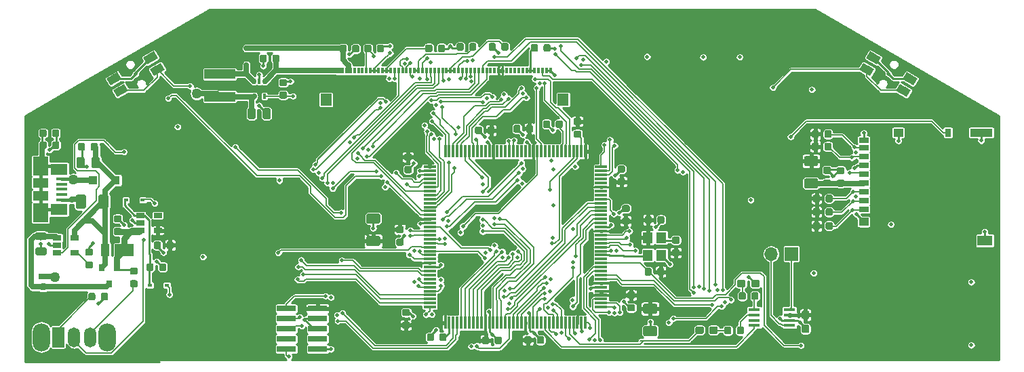
<source format=gbr>
G04 #@! TF.GenerationSoftware,KiCad,Pcbnew,5.1.3-ffb9f22~84~ubuntu18.10.1*
G04 #@! TF.CreationDate,2019-11-11T13:28:35-06:00*
G04 #@! TF.ProjectId,BurnedHead,4275726e-6564-4486-9561-642e6b696361,rev?*
G04 #@! TF.SameCoordinates,Original*
G04 #@! TF.FileFunction,Copper,L4,Bot*
G04 #@! TF.FilePolarity,Positive*
%FSLAX46Y46*%
G04 Gerber Fmt 4.6, Leading zero omitted, Abs format (unit mm)*
G04 Created by KiCad (PCBNEW 5.1.3-ffb9f22~84~ubuntu18.10.1) date 2019-11-11 13:28:35*
%MOMM*%
%LPD*%
G04 APERTURE LIST*
%ADD10R,3.900000X1.200000*%
%ADD11R,1.450000X0.450000*%
%ADD12C,0.100000*%
%ADD13C,0.875000*%
%ADD14O,1.700000X1.700000*%
%ADD15R,1.700000X1.700000*%
%ADD16C,0.950000*%
%ADD17C,0.975000*%
%ADD18R,0.600000X0.450000*%
%ADD19C,1.250000*%
%ADD20R,1.200000X1.400000*%
%ADD21R,0.300000X0.800000*%
%ADD22R,1.400000X1.500000*%
%ADD23C,1.000000*%
%ADD24R,1.900000X1.300000*%
%ADD25R,2.800000X1.000000*%
%ADD26R,0.800000X1.000000*%
%ADD27R,1.200000X1.000000*%
%ADD28R,1.200000X0.700000*%
%ADD29R,0.800000X0.900000*%
%ADD30R,1.060000X0.650000*%
%ADD31R,1.300000X0.800000*%
%ADD32O,1.300000X0.800000*%
%ADD33R,2.400000X0.740000*%
%ADD34R,1.100000X1.100000*%
%ADD35R,2.400000X1.500000*%
%ADD36R,1.050000X1.500000*%
%ADD37R,0.450000X0.600000*%
%ADD38R,1.380000X0.450000*%
%ADD39R,2.100000X1.475000*%
%ADD40R,1.900000X2.375000*%
%ADD41R,1.900000X1.175000*%
%ADD42R,1.500000X2.500000*%
%ADD43O,1.500000X2.500000*%
%ADD44O,2.200000X3.500000*%
%ADD45R,0.400000X0.650000*%
%ADD46R,0.300000X1.550000*%
%ADD47R,1.550000X0.300000*%
%ADD48C,0.508000*%
%ADD49C,1.270000*%
%ADD50C,0.762000*%
%ADD51C,0.431800*%
%ADD52C,0.254000*%
%ADD53C,0.635000*%
%ADD54C,0.762000*%
%ADD55C,0.177800*%
%ADD56C,0.152400*%
G04 APERTURE END LIST*
D10*
X178767740Y-146062240D03*
X178767740Y-148862240D03*
D11*
X249905880Y-177456740D03*
X249905880Y-176806740D03*
X249905880Y-176156740D03*
X249905880Y-175506740D03*
X245505880Y-175506740D03*
X245505880Y-176156740D03*
X245505880Y-176806740D03*
X245505880Y-177456740D03*
D12*
G36*
X244014251Y-177613073D02*
G01*
X244035486Y-177616223D01*
X244056310Y-177621439D01*
X244076522Y-177628671D01*
X244095928Y-177637850D01*
X244114341Y-177648886D01*
X244131584Y-177661674D01*
X244147490Y-177676090D01*
X244161906Y-177691996D01*
X244174694Y-177709239D01*
X244185730Y-177727652D01*
X244194909Y-177747058D01*
X244202141Y-177767270D01*
X244207357Y-177788094D01*
X244210507Y-177809329D01*
X244211560Y-177830770D01*
X244211560Y-178343270D01*
X244210507Y-178364711D01*
X244207357Y-178385946D01*
X244202141Y-178406770D01*
X244194909Y-178426982D01*
X244185730Y-178446388D01*
X244174694Y-178464801D01*
X244161906Y-178482044D01*
X244147490Y-178497950D01*
X244131584Y-178512366D01*
X244114341Y-178525154D01*
X244095928Y-178536190D01*
X244076522Y-178545369D01*
X244056310Y-178552601D01*
X244035486Y-178557817D01*
X244014251Y-178560967D01*
X243992810Y-178562020D01*
X243555310Y-178562020D01*
X243533869Y-178560967D01*
X243512634Y-178557817D01*
X243491810Y-178552601D01*
X243471598Y-178545369D01*
X243452192Y-178536190D01*
X243433779Y-178525154D01*
X243416536Y-178512366D01*
X243400630Y-178497950D01*
X243386214Y-178482044D01*
X243373426Y-178464801D01*
X243362390Y-178446388D01*
X243353211Y-178426982D01*
X243345979Y-178406770D01*
X243340763Y-178385946D01*
X243337613Y-178364711D01*
X243336560Y-178343270D01*
X243336560Y-177830770D01*
X243337613Y-177809329D01*
X243340763Y-177788094D01*
X243345979Y-177767270D01*
X243353211Y-177747058D01*
X243362390Y-177727652D01*
X243373426Y-177709239D01*
X243386214Y-177691996D01*
X243400630Y-177676090D01*
X243416536Y-177661674D01*
X243433779Y-177648886D01*
X243452192Y-177637850D01*
X243471598Y-177628671D01*
X243491810Y-177621439D01*
X243512634Y-177616223D01*
X243533869Y-177613073D01*
X243555310Y-177612020D01*
X243992810Y-177612020D01*
X244014251Y-177613073D01*
X244014251Y-177613073D01*
G37*
D13*
X243774060Y-178087020D03*
D12*
G36*
X242439251Y-177613073D02*
G01*
X242460486Y-177616223D01*
X242481310Y-177621439D01*
X242501522Y-177628671D01*
X242520928Y-177637850D01*
X242539341Y-177648886D01*
X242556584Y-177661674D01*
X242572490Y-177676090D01*
X242586906Y-177691996D01*
X242599694Y-177709239D01*
X242610730Y-177727652D01*
X242619909Y-177747058D01*
X242627141Y-177767270D01*
X242632357Y-177788094D01*
X242635507Y-177809329D01*
X242636560Y-177830770D01*
X242636560Y-178343270D01*
X242635507Y-178364711D01*
X242632357Y-178385946D01*
X242627141Y-178406770D01*
X242619909Y-178426982D01*
X242610730Y-178446388D01*
X242599694Y-178464801D01*
X242586906Y-178482044D01*
X242572490Y-178497950D01*
X242556584Y-178512366D01*
X242539341Y-178525154D01*
X242520928Y-178536190D01*
X242501522Y-178545369D01*
X242481310Y-178552601D01*
X242460486Y-178557817D01*
X242439251Y-178560967D01*
X242417810Y-178562020D01*
X241980310Y-178562020D01*
X241958869Y-178560967D01*
X241937634Y-178557817D01*
X241916810Y-178552601D01*
X241896598Y-178545369D01*
X241877192Y-178536190D01*
X241858779Y-178525154D01*
X241841536Y-178512366D01*
X241825630Y-178497950D01*
X241811214Y-178482044D01*
X241798426Y-178464801D01*
X241787390Y-178446388D01*
X241778211Y-178426982D01*
X241770979Y-178406770D01*
X241765763Y-178385946D01*
X241762613Y-178364711D01*
X241761560Y-178343270D01*
X241761560Y-177830770D01*
X241762613Y-177809329D01*
X241765763Y-177788094D01*
X241770979Y-177767270D01*
X241778211Y-177747058D01*
X241787390Y-177727652D01*
X241798426Y-177709239D01*
X241811214Y-177691996D01*
X241825630Y-177676090D01*
X241841536Y-177661674D01*
X241858779Y-177648886D01*
X241877192Y-177637850D01*
X241896598Y-177628671D01*
X241916810Y-177621439D01*
X241937634Y-177616223D01*
X241958869Y-177613073D01*
X241980310Y-177612020D01*
X242417810Y-177612020D01*
X242439251Y-177613073D01*
X242439251Y-177613073D01*
G37*
D13*
X242199060Y-178087020D03*
D12*
G36*
X244252811Y-173310313D02*
G01*
X244274046Y-173313463D01*
X244294870Y-173318679D01*
X244315082Y-173325911D01*
X244334488Y-173335090D01*
X244352901Y-173346126D01*
X244370144Y-173358914D01*
X244386050Y-173373330D01*
X244400466Y-173389236D01*
X244413254Y-173406479D01*
X244424290Y-173424892D01*
X244433469Y-173444298D01*
X244440701Y-173464510D01*
X244445917Y-173485334D01*
X244449067Y-173506569D01*
X244450120Y-173528010D01*
X244450120Y-174040510D01*
X244449067Y-174061951D01*
X244445917Y-174083186D01*
X244440701Y-174104010D01*
X244433469Y-174124222D01*
X244424290Y-174143628D01*
X244413254Y-174162041D01*
X244400466Y-174179284D01*
X244386050Y-174195190D01*
X244370144Y-174209606D01*
X244352901Y-174222394D01*
X244334488Y-174233430D01*
X244315082Y-174242609D01*
X244294870Y-174249841D01*
X244274046Y-174255057D01*
X244252811Y-174258207D01*
X244231370Y-174259260D01*
X243793870Y-174259260D01*
X243772429Y-174258207D01*
X243751194Y-174255057D01*
X243730370Y-174249841D01*
X243710158Y-174242609D01*
X243690752Y-174233430D01*
X243672339Y-174222394D01*
X243655096Y-174209606D01*
X243639190Y-174195190D01*
X243624774Y-174179284D01*
X243611986Y-174162041D01*
X243600950Y-174143628D01*
X243591771Y-174124222D01*
X243584539Y-174104010D01*
X243579323Y-174083186D01*
X243576173Y-174061951D01*
X243575120Y-174040510D01*
X243575120Y-173528010D01*
X243576173Y-173506569D01*
X243579323Y-173485334D01*
X243584539Y-173464510D01*
X243591771Y-173444298D01*
X243600950Y-173424892D01*
X243611986Y-173406479D01*
X243624774Y-173389236D01*
X243639190Y-173373330D01*
X243655096Y-173358914D01*
X243672339Y-173346126D01*
X243690752Y-173335090D01*
X243710158Y-173325911D01*
X243730370Y-173318679D01*
X243751194Y-173313463D01*
X243772429Y-173310313D01*
X243793870Y-173309260D01*
X244231370Y-173309260D01*
X244252811Y-173310313D01*
X244252811Y-173310313D01*
G37*
D13*
X244012620Y-173784260D03*
D12*
G36*
X245827811Y-173310313D02*
G01*
X245849046Y-173313463D01*
X245869870Y-173318679D01*
X245890082Y-173325911D01*
X245909488Y-173335090D01*
X245927901Y-173346126D01*
X245945144Y-173358914D01*
X245961050Y-173373330D01*
X245975466Y-173389236D01*
X245988254Y-173406479D01*
X245999290Y-173424892D01*
X246008469Y-173444298D01*
X246015701Y-173464510D01*
X246020917Y-173485334D01*
X246024067Y-173506569D01*
X246025120Y-173528010D01*
X246025120Y-174040510D01*
X246024067Y-174061951D01*
X246020917Y-174083186D01*
X246015701Y-174104010D01*
X246008469Y-174124222D01*
X245999290Y-174143628D01*
X245988254Y-174162041D01*
X245975466Y-174179284D01*
X245961050Y-174195190D01*
X245945144Y-174209606D01*
X245927901Y-174222394D01*
X245909488Y-174233430D01*
X245890082Y-174242609D01*
X245869870Y-174249841D01*
X245849046Y-174255057D01*
X245827811Y-174258207D01*
X245806370Y-174259260D01*
X245368870Y-174259260D01*
X245347429Y-174258207D01*
X245326194Y-174255057D01*
X245305370Y-174249841D01*
X245285158Y-174242609D01*
X245265752Y-174233430D01*
X245247339Y-174222394D01*
X245230096Y-174209606D01*
X245214190Y-174195190D01*
X245199774Y-174179284D01*
X245186986Y-174162041D01*
X245175950Y-174143628D01*
X245166771Y-174124222D01*
X245159539Y-174104010D01*
X245154323Y-174083186D01*
X245151173Y-174061951D01*
X245150120Y-174040510D01*
X245150120Y-173528010D01*
X245151173Y-173506569D01*
X245154323Y-173485334D01*
X245159539Y-173464510D01*
X245166771Y-173444298D01*
X245175950Y-173424892D01*
X245186986Y-173406479D01*
X245199774Y-173389236D01*
X245214190Y-173373330D01*
X245230096Y-173358914D01*
X245247339Y-173346126D01*
X245265752Y-173335090D01*
X245285158Y-173325911D01*
X245305370Y-173318679D01*
X245326194Y-173313463D01*
X245347429Y-173310313D01*
X245368870Y-173309260D01*
X245806370Y-173309260D01*
X245827811Y-173310313D01*
X245827811Y-173310313D01*
G37*
D13*
X245587620Y-173784260D03*
D14*
X247604280Y-168516300D03*
D15*
X250144280Y-168516300D03*
D12*
G36*
X252150039Y-177356124D02*
G01*
X252173094Y-177359543D01*
X252195703Y-177365207D01*
X252217647Y-177373059D01*
X252238717Y-177383024D01*
X252258708Y-177395006D01*
X252277428Y-177408890D01*
X252294698Y-177424542D01*
X252310350Y-177441812D01*
X252324234Y-177460532D01*
X252336216Y-177480523D01*
X252346181Y-177501593D01*
X252354033Y-177523537D01*
X252359697Y-177546146D01*
X252363116Y-177569201D01*
X252364260Y-177592480D01*
X252364260Y-178167480D01*
X252363116Y-178190759D01*
X252359697Y-178213814D01*
X252354033Y-178236423D01*
X252346181Y-178258367D01*
X252336216Y-178279437D01*
X252324234Y-178299428D01*
X252310350Y-178318148D01*
X252294698Y-178335418D01*
X252277428Y-178351070D01*
X252258708Y-178364954D01*
X252238717Y-178376936D01*
X252217647Y-178386901D01*
X252195703Y-178394753D01*
X252173094Y-178400417D01*
X252150039Y-178403836D01*
X252126760Y-178404980D01*
X251651760Y-178404980D01*
X251628481Y-178403836D01*
X251605426Y-178400417D01*
X251582817Y-178394753D01*
X251560873Y-178386901D01*
X251539803Y-178376936D01*
X251519812Y-178364954D01*
X251501092Y-178351070D01*
X251483822Y-178335418D01*
X251468170Y-178318148D01*
X251454286Y-178299428D01*
X251442304Y-178279437D01*
X251432339Y-178258367D01*
X251424487Y-178236423D01*
X251418823Y-178213814D01*
X251415404Y-178190759D01*
X251414260Y-178167480D01*
X251414260Y-177592480D01*
X251415404Y-177569201D01*
X251418823Y-177546146D01*
X251424487Y-177523537D01*
X251432339Y-177501593D01*
X251442304Y-177480523D01*
X251454286Y-177460532D01*
X251468170Y-177441812D01*
X251483822Y-177424542D01*
X251501092Y-177408890D01*
X251519812Y-177395006D01*
X251539803Y-177383024D01*
X251560873Y-177373059D01*
X251582817Y-177365207D01*
X251605426Y-177359543D01*
X251628481Y-177356124D01*
X251651760Y-177354980D01*
X252126760Y-177354980D01*
X252150039Y-177356124D01*
X252150039Y-177356124D01*
G37*
D16*
X251889260Y-177879980D03*
D12*
G36*
X252150039Y-175606124D02*
G01*
X252173094Y-175609543D01*
X252195703Y-175615207D01*
X252217647Y-175623059D01*
X252238717Y-175633024D01*
X252258708Y-175645006D01*
X252277428Y-175658890D01*
X252294698Y-175674542D01*
X252310350Y-175691812D01*
X252324234Y-175710532D01*
X252336216Y-175730523D01*
X252346181Y-175751593D01*
X252354033Y-175773537D01*
X252359697Y-175796146D01*
X252363116Y-175819201D01*
X252364260Y-175842480D01*
X252364260Y-176417480D01*
X252363116Y-176440759D01*
X252359697Y-176463814D01*
X252354033Y-176486423D01*
X252346181Y-176508367D01*
X252336216Y-176529437D01*
X252324234Y-176549428D01*
X252310350Y-176568148D01*
X252294698Y-176585418D01*
X252277428Y-176601070D01*
X252258708Y-176614954D01*
X252238717Y-176626936D01*
X252217647Y-176636901D01*
X252195703Y-176644753D01*
X252173094Y-176650417D01*
X252150039Y-176653836D01*
X252126760Y-176654980D01*
X251651760Y-176654980D01*
X251628481Y-176653836D01*
X251605426Y-176650417D01*
X251582817Y-176644753D01*
X251560873Y-176636901D01*
X251539803Y-176626936D01*
X251519812Y-176614954D01*
X251501092Y-176601070D01*
X251483822Y-176585418D01*
X251468170Y-176568148D01*
X251454286Y-176549428D01*
X251442304Y-176529437D01*
X251432339Y-176508367D01*
X251424487Y-176486423D01*
X251418823Y-176463814D01*
X251415404Y-176440759D01*
X251414260Y-176417480D01*
X251414260Y-175842480D01*
X251415404Y-175819201D01*
X251418823Y-175796146D01*
X251424487Y-175773537D01*
X251432339Y-175751593D01*
X251442304Y-175730523D01*
X251454286Y-175710532D01*
X251468170Y-175691812D01*
X251483822Y-175674542D01*
X251501092Y-175658890D01*
X251519812Y-175645006D01*
X251539803Y-175633024D01*
X251560873Y-175623059D01*
X251582817Y-175615207D01*
X251605426Y-175609543D01*
X251628481Y-175606124D01*
X251651760Y-175604980D01*
X252126760Y-175604980D01*
X252150039Y-175606124D01*
X252150039Y-175606124D01*
G37*
D16*
X251889260Y-176129980D03*
D12*
G36*
X238983179Y-177575064D02*
G01*
X239006234Y-177578483D01*
X239028843Y-177584147D01*
X239050787Y-177591999D01*
X239071857Y-177601964D01*
X239091848Y-177613946D01*
X239110568Y-177627830D01*
X239127838Y-177643482D01*
X239143490Y-177660752D01*
X239157374Y-177679472D01*
X239169356Y-177699463D01*
X239179321Y-177720533D01*
X239187173Y-177742477D01*
X239192837Y-177765086D01*
X239196256Y-177788141D01*
X239197400Y-177811420D01*
X239197400Y-178286420D01*
X239196256Y-178309699D01*
X239192837Y-178332754D01*
X239187173Y-178355363D01*
X239179321Y-178377307D01*
X239169356Y-178398377D01*
X239157374Y-178418368D01*
X239143490Y-178437088D01*
X239127838Y-178454358D01*
X239110568Y-178470010D01*
X239091848Y-178483894D01*
X239071857Y-178495876D01*
X239050787Y-178505841D01*
X239028843Y-178513693D01*
X239006234Y-178519357D01*
X238983179Y-178522776D01*
X238959900Y-178523920D01*
X238384900Y-178523920D01*
X238361621Y-178522776D01*
X238338566Y-178519357D01*
X238315957Y-178513693D01*
X238294013Y-178505841D01*
X238272943Y-178495876D01*
X238252952Y-178483894D01*
X238234232Y-178470010D01*
X238216962Y-178454358D01*
X238201310Y-178437088D01*
X238187426Y-178418368D01*
X238175444Y-178398377D01*
X238165479Y-178377307D01*
X238157627Y-178355363D01*
X238151963Y-178332754D01*
X238148544Y-178309699D01*
X238147400Y-178286420D01*
X238147400Y-177811420D01*
X238148544Y-177788141D01*
X238151963Y-177765086D01*
X238157627Y-177742477D01*
X238165479Y-177720533D01*
X238175444Y-177699463D01*
X238187426Y-177679472D01*
X238201310Y-177660752D01*
X238216962Y-177643482D01*
X238234232Y-177627830D01*
X238252952Y-177613946D01*
X238272943Y-177601964D01*
X238294013Y-177591999D01*
X238315957Y-177584147D01*
X238338566Y-177578483D01*
X238361621Y-177575064D01*
X238384900Y-177573920D01*
X238959900Y-177573920D01*
X238983179Y-177575064D01*
X238983179Y-177575064D01*
G37*
D16*
X238672400Y-178048920D03*
D12*
G36*
X240733179Y-177575064D02*
G01*
X240756234Y-177578483D01*
X240778843Y-177584147D01*
X240800787Y-177591999D01*
X240821857Y-177601964D01*
X240841848Y-177613946D01*
X240860568Y-177627830D01*
X240877838Y-177643482D01*
X240893490Y-177660752D01*
X240907374Y-177679472D01*
X240919356Y-177699463D01*
X240929321Y-177720533D01*
X240937173Y-177742477D01*
X240942837Y-177765086D01*
X240946256Y-177788141D01*
X240947400Y-177811420D01*
X240947400Y-178286420D01*
X240946256Y-178309699D01*
X240942837Y-178332754D01*
X240937173Y-178355363D01*
X240929321Y-178377307D01*
X240919356Y-178398377D01*
X240907374Y-178418368D01*
X240893490Y-178437088D01*
X240877838Y-178454358D01*
X240860568Y-178470010D01*
X240841848Y-178483894D01*
X240821857Y-178495876D01*
X240800787Y-178505841D01*
X240778843Y-178513693D01*
X240756234Y-178519357D01*
X240733179Y-178522776D01*
X240709900Y-178523920D01*
X240134900Y-178523920D01*
X240111621Y-178522776D01*
X240088566Y-178519357D01*
X240065957Y-178513693D01*
X240044013Y-178505841D01*
X240022943Y-178495876D01*
X240002952Y-178483894D01*
X239984232Y-178470010D01*
X239966962Y-178454358D01*
X239951310Y-178437088D01*
X239937426Y-178418368D01*
X239925444Y-178398377D01*
X239915479Y-178377307D01*
X239907627Y-178355363D01*
X239901963Y-178332754D01*
X239898544Y-178309699D01*
X239897400Y-178286420D01*
X239897400Y-177811420D01*
X239898544Y-177788141D01*
X239901963Y-177765086D01*
X239907627Y-177742477D01*
X239915479Y-177720533D01*
X239925444Y-177699463D01*
X239937426Y-177679472D01*
X239951310Y-177660752D01*
X239966962Y-177643482D01*
X239984232Y-177627830D01*
X240002952Y-177613946D01*
X240022943Y-177601964D01*
X240044013Y-177591999D01*
X240065957Y-177584147D01*
X240088566Y-177578483D01*
X240111621Y-177575064D01*
X240134900Y-177573920D01*
X240709900Y-177573920D01*
X240733179Y-177575064D01*
X240733179Y-177575064D01*
G37*
D16*
X240422400Y-178048920D03*
D12*
G36*
X245945259Y-171750844D02*
G01*
X245968314Y-171754263D01*
X245990923Y-171759927D01*
X246012867Y-171767779D01*
X246033937Y-171777744D01*
X246053928Y-171789726D01*
X246072648Y-171803610D01*
X246089918Y-171819262D01*
X246105570Y-171836532D01*
X246119454Y-171855252D01*
X246131436Y-171875243D01*
X246141401Y-171896313D01*
X246149253Y-171918257D01*
X246154917Y-171940866D01*
X246158336Y-171963921D01*
X246159480Y-171987200D01*
X246159480Y-172462200D01*
X246158336Y-172485479D01*
X246154917Y-172508534D01*
X246149253Y-172531143D01*
X246141401Y-172553087D01*
X246131436Y-172574157D01*
X246119454Y-172594148D01*
X246105570Y-172612868D01*
X246089918Y-172630138D01*
X246072648Y-172645790D01*
X246053928Y-172659674D01*
X246033937Y-172671656D01*
X246012867Y-172681621D01*
X245990923Y-172689473D01*
X245968314Y-172695137D01*
X245945259Y-172698556D01*
X245921980Y-172699700D01*
X245346980Y-172699700D01*
X245323701Y-172698556D01*
X245300646Y-172695137D01*
X245278037Y-172689473D01*
X245256093Y-172681621D01*
X245235023Y-172671656D01*
X245215032Y-172659674D01*
X245196312Y-172645790D01*
X245179042Y-172630138D01*
X245163390Y-172612868D01*
X245149506Y-172594148D01*
X245137524Y-172574157D01*
X245127559Y-172553087D01*
X245119707Y-172531143D01*
X245114043Y-172508534D01*
X245110624Y-172485479D01*
X245109480Y-172462200D01*
X245109480Y-171987200D01*
X245110624Y-171963921D01*
X245114043Y-171940866D01*
X245119707Y-171918257D01*
X245127559Y-171896313D01*
X245137524Y-171875243D01*
X245149506Y-171855252D01*
X245163390Y-171836532D01*
X245179042Y-171819262D01*
X245196312Y-171803610D01*
X245215032Y-171789726D01*
X245235023Y-171777744D01*
X245256093Y-171767779D01*
X245278037Y-171759927D01*
X245300646Y-171754263D01*
X245323701Y-171750844D01*
X245346980Y-171749700D01*
X245921980Y-171749700D01*
X245945259Y-171750844D01*
X245945259Y-171750844D01*
G37*
D16*
X245634480Y-172224700D03*
D12*
G36*
X244195259Y-171750844D02*
G01*
X244218314Y-171754263D01*
X244240923Y-171759927D01*
X244262867Y-171767779D01*
X244283937Y-171777744D01*
X244303928Y-171789726D01*
X244322648Y-171803610D01*
X244339918Y-171819262D01*
X244355570Y-171836532D01*
X244369454Y-171855252D01*
X244381436Y-171875243D01*
X244391401Y-171896313D01*
X244399253Y-171918257D01*
X244404917Y-171940866D01*
X244408336Y-171963921D01*
X244409480Y-171987200D01*
X244409480Y-172462200D01*
X244408336Y-172485479D01*
X244404917Y-172508534D01*
X244399253Y-172531143D01*
X244391401Y-172553087D01*
X244381436Y-172574157D01*
X244369454Y-172594148D01*
X244355570Y-172612868D01*
X244339918Y-172630138D01*
X244322648Y-172645790D01*
X244303928Y-172659674D01*
X244283937Y-172671656D01*
X244262867Y-172681621D01*
X244240923Y-172689473D01*
X244218314Y-172695137D01*
X244195259Y-172698556D01*
X244171980Y-172699700D01*
X243596980Y-172699700D01*
X243573701Y-172698556D01*
X243550646Y-172695137D01*
X243528037Y-172689473D01*
X243506093Y-172681621D01*
X243485023Y-172671656D01*
X243465032Y-172659674D01*
X243446312Y-172645790D01*
X243429042Y-172630138D01*
X243413390Y-172612868D01*
X243399506Y-172594148D01*
X243387524Y-172574157D01*
X243377559Y-172553087D01*
X243369707Y-172531143D01*
X243364043Y-172508534D01*
X243360624Y-172485479D01*
X243359480Y-172462200D01*
X243359480Y-171987200D01*
X243360624Y-171963921D01*
X243364043Y-171940866D01*
X243369707Y-171918257D01*
X243377559Y-171896313D01*
X243387524Y-171875243D01*
X243399506Y-171855252D01*
X243413390Y-171836532D01*
X243429042Y-171819262D01*
X243446312Y-171803610D01*
X243465032Y-171789726D01*
X243485023Y-171777744D01*
X243506093Y-171767779D01*
X243528037Y-171759927D01*
X243550646Y-171754263D01*
X243573701Y-171750844D01*
X243596980Y-171749700D01*
X244171980Y-171749700D01*
X244195259Y-171750844D01*
X244195259Y-171750844D01*
G37*
D16*
X243884480Y-172224700D03*
D12*
G36*
X202557038Y-157554361D02*
G01*
X202578273Y-157557511D01*
X202599097Y-157562727D01*
X202619309Y-157569959D01*
X202638715Y-157579138D01*
X202657128Y-157590174D01*
X202674371Y-157602962D01*
X202690277Y-157617378D01*
X202704693Y-157633284D01*
X202717481Y-157650527D01*
X202728517Y-157668940D01*
X202737696Y-157688346D01*
X202744928Y-157708558D01*
X202750144Y-157729382D01*
X202753294Y-157750617D01*
X202754347Y-157772058D01*
X202754347Y-158209558D01*
X202753294Y-158230999D01*
X202750144Y-158252234D01*
X202744928Y-158273058D01*
X202737696Y-158293270D01*
X202728517Y-158312676D01*
X202717481Y-158331089D01*
X202704693Y-158348332D01*
X202690277Y-158364238D01*
X202674371Y-158378654D01*
X202657128Y-158391442D01*
X202638715Y-158402478D01*
X202619309Y-158411657D01*
X202599097Y-158418889D01*
X202578273Y-158424105D01*
X202557038Y-158427255D01*
X202535597Y-158428308D01*
X202023097Y-158428308D01*
X202001656Y-158427255D01*
X201980421Y-158424105D01*
X201959597Y-158418889D01*
X201939385Y-158411657D01*
X201919979Y-158402478D01*
X201901566Y-158391442D01*
X201884323Y-158378654D01*
X201868417Y-158364238D01*
X201854001Y-158348332D01*
X201841213Y-158331089D01*
X201830177Y-158312676D01*
X201820998Y-158293270D01*
X201813766Y-158273058D01*
X201808550Y-158252234D01*
X201805400Y-158230999D01*
X201804347Y-158209558D01*
X201804347Y-157772058D01*
X201805400Y-157750617D01*
X201808550Y-157729382D01*
X201813766Y-157708558D01*
X201820998Y-157688346D01*
X201830177Y-157668940D01*
X201841213Y-157650527D01*
X201854001Y-157633284D01*
X201868417Y-157617378D01*
X201884323Y-157602962D01*
X201901566Y-157590174D01*
X201919979Y-157579138D01*
X201939385Y-157569959D01*
X201959597Y-157562727D01*
X201980421Y-157557511D01*
X202001656Y-157554361D01*
X202023097Y-157553308D01*
X202535597Y-157553308D01*
X202557038Y-157554361D01*
X202557038Y-157554361D01*
G37*
D13*
X202279347Y-157990808D03*
D12*
G36*
X202557038Y-155979361D02*
G01*
X202578273Y-155982511D01*
X202599097Y-155987727D01*
X202619309Y-155994959D01*
X202638715Y-156004138D01*
X202657128Y-156015174D01*
X202674371Y-156027962D01*
X202690277Y-156042378D01*
X202704693Y-156058284D01*
X202717481Y-156075527D01*
X202728517Y-156093940D01*
X202737696Y-156113346D01*
X202744928Y-156133558D01*
X202750144Y-156154382D01*
X202753294Y-156175617D01*
X202754347Y-156197058D01*
X202754347Y-156634558D01*
X202753294Y-156655999D01*
X202750144Y-156677234D01*
X202744928Y-156698058D01*
X202737696Y-156718270D01*
X202728517Y-156737676D01*
X202717481Y-156756089D01*
X202704693Y-156773332D01*
X202690277Y-156789238D01*
X202674371Y-156803654D01*
X202657128Y-156816442D01*
X202638715Y-156827478D01*
X202619309Y-156836657D01*
X202599097Y-156843889D01*
X202578273Y-156849105D01*
X202557038Y-156852255D01*
X202535597Y-156853308D01*
X202023097Y-156853308D01*
X202001656Y-156852255D01*
X201980421Y-156849105D01*
X201959597Y-156843889D01*
X201939385Y-156836657D01*
X201919979Y-156827478D01*
X201901566Y-156816442D01*
X201884323Y-156803654D01*
X201868417Y-156789238D01*
X201854001Y-156773332D01*
X201841213Y-156756089D01*
X201830177Y-156737676D01*
X201820998Y-156718270D01*
X201813766Y-156698058D01*
X201808550Y-156677234D01*
X201805400Y-156655999D01*
X201804347Y-156634558D01*
X201804347Y-156197058D01*
X201805400Y-156175617D01*
X201808550Y-156154382D01*
X201813766Y-156133558D01*
X201820998Y-156113346D01*
X201830177Y-156093940D01*
X201841213Y-156075527D01*
X201854001Y-156058284D01*
X201868417Y-156042378D01*
X201884323Y-156027962D01*
X201901566Y-156015174D01*
X201919979Y-156004138D01*
X201939385Y-155994959D01*
X201959597Y-155987727D01*
X201980421Y-155982511D01*
X202001656Y-155979361D01*
X202023097Y-155978308D01*
X202535597Y-155978308D01*
X202557038Y-155979361D01*
X202557038Y-155979361D01*
G37*
D13*
X202279347Y-156415808D03*
D12*
G36*
X201544751Y-166614373D02*
G01*
X201565986Y-166617523D01*
X201586810Y-166622739D01*
X201607022Y-166629971D01*
X201626428Y-166639150D01*
X201644841Y-166650186D01*
X201662084Y-166662974D01*
X201677990Y-166677390D01*
X201692406Y-166693296D01*
X201705194Y-166710539D01*
X201716230Y-166728952D01*
X201725409Y-166748358D01*
X201732641Y-166768570D01*
X201737857Y-166789394D01*
X201741007Y-166810629D01*
X201742060Y-166832070D01*
X201742060Y-167269570D01*
X201741007Y-167291011D01*
X201737857Y-167312246D01*
X201732641Y-167333070D01*
X201725409Y-167353282D01*
X201716230Y-167372688D01*
X201705194Y-167391101D01*
X201692406Y-167408344D01*
X201677990Y-167424250D01*
X201662084Y-167438666D01*
X201644841Y-167451454D01*
X201626428Y-167462490D01*
X201607022Y-167471669D01*
X201586810Y-167478901D01*
X201565986Y-167484117D01*
X201544751Y-167487267D01*
X201523310Y-167488320D01*
X201010810Y-167488320D01*
X200989369Y-167487267D01*
X200968134Y-167484117D01*
X200947310Y-167478901D01*
X200927098Y-167471669D01*
X200907692Y-167462490D01*
X200889279Y-167451454D01*
X200872036Y-167438666D01*
X200856130Y-167424250D01*
X200841714Y-167408344D01*
X200828926Y-167391101D01*
X200817890Y-167372688D01*
X200808711Y-167353282D01*
X200801479Y-167333070D01*
X200796263Y-167312246D01*
X200793113Y-167291011D01*
X200792060Y-167269570D01*
X200792060Y-166832070D01*
X200793113Y-166810629D01*
X200796263Y-166789394D01*
X200801479Y-166768570D01*
X200808711Y-166748358D01*
X200817890Y-166728952D01*
X200828926Y-166710539D01*
X200841714Y-166693296D01*
X200856130Y-166677390D01*
X200872036Y-166662974D01*
X200889279Y-166650186D01*
X200907692Y-166639150D01*
X200927098Y-166629971D01*
X200947310Y-166622739D01*
X200968134Y-166617523D01*
X200989369Y-166614373D01*
X201010810Y-166613320D01*
X201523310Y-166613320D01*
X201544751Y-166614373D01*
X201544751Y-166614373D01*
G37*
D13*
X201267060Y-167050820D03*
D12*
G36*
X201544751Y-165039373D02*
G01*
X201565986Y-165042523D01*
X201586810Y-165047739D01*
X201607022Y-165054971D01*
X201626428Y-165064150D01*
X201644841Y-165075186D01*
X201662084Y-165087974D01*
X201677990Y-165102390D01*
X201692406Y-165118296D01*
X201705194Y-165135539D01*
X201716230Y-165153952D01*
X201725409Y-165173358D01*
X201732641Y-165193570D01*
X201737857Y-165214394D01*
X201741007Y-165235629D01*
X201742060Y-165257070D01*
X201742060Y-165694570D01*
X201741007Y-165716011D01*
X201737857Y-165737246D01*
X201732641Y-165758070D01*
X201725409Y-165778282D01*
X201716230Y-165797688D01*
X201705194Y-165816101D01*
X201692406Y-165833344D01*
X201677990Y-165849250D01*
X201662084Y-165863666D01*
X201644841Y-165876454D01*
X201626428Y-165887490D01*
X201607022Y-165896669D01*
X201586810Y-165903901D01*
X201565986Y-165909117D01*
X201544751Y-165912267D01*
X201523310Y-165913320D01*
X201010810Y-165913320D01*
X200989369Y-165912267D01*
X200968134Y-165909117D01*
X200947310Y-165903901D01*
X200927098Y-165896669D01*
X200907692Y-165887490D01*
X200889279Y-165876454D01*
X200872036Y-165863666D01*
X200856130Y-165849250D01*
X200841714Y-165833344D01*
X200828926Y-165816101D01*
X200817890Y-165797688D01*
X200808711Y-165778282D01*
X200801479Y-165758070D01*
X200796263Y-165737246D01*
X200793113Y-165716011D01*
X200792060Y-165694570D01*
X200792060Y-165257070D01*
X200793113Y-165235629D01*
X200796263Y-165214394D01*
X200801479Y-165193570D01*
X200808711Y-165173358D01*
X200817890Y-165153952D01*
X200828926Y-165135539D01*
X200841714Y-165118296D01*
X200856130Y-165102390D01*
X200872036Y-165087974D01*
X200889279Y-165075186D01*
X200907692Y-165064150D01*
X200927098Y-165054971D01*
X200947310Y-165047739D01*
X200968134Y-165042523D01*
X200989369Y-165039373D01*
X201010810Y-165038320D01*
X201523310Y-165038320D01*
X201544751Y-165039373D01*
X201544751Y-165039373D01*
G37*
D13*
X201267060Y-165475820D03*
D12*
G36*
X202303284Y-175395121D02*
G01*
X202324519Y-175398271D01*
X202345343Y-175403487D01*
X202365555Y-175410719D01*
X202384961Y-175419898D01*
X202403374Y-175430934D01*
X202420617Y-175443722D01*
X202436523Y-175458138D01*
X202450939Y-175474044D01*
X202463727Y-175491287D01*
X202474763Y-175509700D01*
X202483942Y-175529106D01*
X202491174Y-175549318D01*
X202496390Y-175570142D01*
X202499540Y-175591377D01*
X202500593Y-175612818D01*
X202500593Y-176050318D01*
X202499540Y-176071759D01*
X202496390Y-176092994D01*
X202491174Y-176113818D01*
X202483942Y-176134030D01*
X202474763Y-176153436D01*
X202463727Y-176171849D01*
X202450939Y-176189092D01*
X202436523Y-176204998D01*
X202420617Y-176219414D01*
X202403374Y-176232202D01*
X202384961Y-176243238D01*
X202365555Y-176252417D01*
X202345343Y-176259649D01*
X202324519Y-176264865D01*
X202303284Y-176268015D01*
X202281843Y-176269068D01*
X201769343Y-176269068D01*
X201747902Y-176268015D01*
X201726667Y-176264865D01*
X201705843Y-176259649D01*
X201685631Y-176252417D01*
X201666225Y-176243238D01*
X201647812Y-176232202D01*
X201630569Y-176219414D01*
X201614663Y-176204998D01*
X201600247Y-176189092D01*
X201587459Y-176171849D01*
X201576423Y-176153436D01*
X201567244Y-176134030D01*
X201560012Y-176113818D01*
X201554796Y-176092994D01*
X201551646Y-176071759D01*
X201550593Y-176050318D01*
X201550593Y-175612818D01*
X201551646Y-175591377D01*
X201554796Y-175570142D01*
X201560012Y-175549318D01*
X201567244Y-175529106D01*
X201576423Y-175509700D01*
X201587459Y-175491287D01*
X201600247Y-175474044D01*
X201614663Y-175458138D01*
X201630569Y-175443722D01*
X201647812Y-175430934D01*
X201666225Y-175419898D01*
X201685631Y-175410719D01*
X201705843Y-175403487D01*
X201726667Y-175398271D01*
X201747902Y-175395121D01*
X201769343Y-175394068D01*
X202281843Y-175394068D01*
X202303284Y-175395121D01*
X202303284Y-175395121D01*
G37*
D13*
X202025593Y-175831568D03*
D12*
G36*
X202303284Y-176970121D02*
G01*
X202324519Y-176973271D01*
X202345343Y-176978487D01*
X202365555Y-176985719D01*
X202384961Y-176994898D01*
X202403374Y-177005934D01*
X202420617Y-177018722D01*
X202436523Y-177033138D01*
X202450939Y-177049044D01*
X202463727Y-177066287D01*
X202474763Y-177084700D01*
X202483942Y-177104106D01*
X202491174Y-177124318D01*
X202496390Y-177145142D01*
X202499540Y-177166377D01*
X202500593Y-177187818D01*
X202500593Y-177625318D01*
X202499540Y-177646759D01*
X202496390Y-177667994D01*
X202491174Y-177688818D01*
X202483942Y-177709030D01*
X202474763Y-177728436D01*
X202463727Y-177746849D01*
X202450939Y-177764092D01*
X202436523Y-177779998D01*
X202420617Y-177794414D01*
X202403374Y-177807202D01*
X202384961Y-177818238D01*
X202365555Y-177827417D01*
X202345343Y-177834649D01*
X202324519Y-177839865D01*
X202303284Y-177843015D01*
X202281843Y-177844068D01*
X201769343Y-177844068D01*
X201747902Y-177843015D01*
X201726667Y-177839865D01*
X201705843Y-177834649D01*
X201685631Y-177827417D01*
X201666225Y-177818238D01*
X201647812Y-177807202D01*
X201630569Y-177794414D01*
X201614663Y-177779998D01*
X201600247Y-177764092D01*
X201587459Y-177746849D01*
X201576423Y-177728436D01*
X201567244Y-177709030D01*
X201560012Y-177688818D01*
X201554796Y-177667994D01*
X201551646Y-177646759D01*
X201550593Y-177625318D01*
X201550593Y-177187818D01*
X201551646Y-177166377D01*
X201554796Y-177145142D01*
X201560012Y-177124318D01*
X201567244Y-177104106D01*
X201576423Y-177084700D01*
X201587459Y-177066287D01*
X201600247Y-177049044D01*
X201614663Y-177033138D01*
X201630569Y-177018722D01*
X201647812Y-177005934D01*
X201666225Y-176994898D01*
X201685631Y-176985719D01*
X201705843Y-176978487D01*
X201726667Y-176973271D01*
X201747902Y-176970121D01*
X201769343Y-176969068D01*
X202281843Y-176969068D01*
X202303284Y-176970121D01*
X202303284Y-176970121D01*
G37*
D13*
X202025593Y-177406568D03*
D12*
G36*
X205312071Y-178448733D02*
G01*
X205333306Y-178451883D01*
X205354130Y-178457099D01*
X205374342Y-178464331D01*
X205393748Y-178473510D01*
X205412161Y-178484546D01*
X205429404Y-178497334D01*
X205445310Y-178511750D01*
X205459726Y-178527656D01*
X205472514Y-178544899D01*
X205483550Y-178563312D01*
X205492729Y-178582718D01*
X205499961Y-178602930D01*
X205505177Y-178623754D01*
X205508327Y-178644989D01*
X205509380Y-178666430D01*
X205509380Y-179178930D01*
X205508327Y-179200371D01*
X205505177Y-179221606D01*
X205499961Y-179242430D01*
X205492729Y-179262642D01*
X205483550Y-179282048D01*
X205472514Y-179300461D01*
X205459726Y-179317704D01*
X205445310Y-179333610D01*
X205429404Y-179348026D01*
X205412161Y-179360814D01*
X205393748Y-179371850D01*
X205374342Y-179381029D01*
X205354130Y-179388261D01*
X205333306Y-179393477D01*
X205312071Y-179396627D01*
X205290630Y-179397680D01*
X204853130Y-179397680D01*
X204831689Y-179396627D01*
X204810454Y-179393477D01*
X204789630Y-179388261D01*
X204769418Y-179381029D01*
X204750012Y-179371850D01*
X204731599Y-179360814D01*
X204714356Y-179348026D01*
X204698450Y-179333610D01*
X204684034Y-179317704D01*
X204671246Y-179300461D01*
X204660210Y-179282048D01*
X204651031Y-179262642D01*
X204643799Y-179242430D01*
X204638583Y-179221606D01*
X204635433Y-179200371D01*
X204634380Y-179178930D01*
X204634380Y-178666430D01*
X204635433Y-178644989D01*
X204638583Y-178623754D01*
X204643799Y-178602930D01*
X204651031Y-178582718D01*
X204660210Y-178563312D01*
X204671246Y-178544899D01*
X204684034Y-178527656D01*
X204698450Y-178511750D01*
X204714356Y-178497334D01*
X204731599Y-178484546D01*
X204750012Y-178473510D01*
X204769418Y-178464331D01*
X204789630Y-178457099D01*
X204810454Y-178451883D01*
X204831689Y-178448733D01*
X204853130Y-178447680D01*
X205290630Y-178447680D01*
X205312071Y-178448733D01*
X205312071Y-178448733D01*
G37*
D13*
X205071880Y-178922680D03*
D12*
G36*
X206887071Y-178448733D02*
G01*
X206908306Y-178451883D01*
X206929130Y-178457099D01*
X206949342Y-178464331D01*
X206968748Y-178473510D01*
X206987161Y-178484546D01*
X207004404Y-178497334D01*
X207020310Y-178511750D01*
X207034726Y-178527656D01*
X207047514Y-178544899D01*
X207058550Y-178563312D01*
X207067729Y-178582718D01*
X207074961Y-178602930D01*
X207080177Y-178623754D01*
X207083327Y-178644989D01*
X207084380Y-178666430D01*
X207084380Y-179178930D01*
X207083327Y-179200371D01*
X207080177Y-179221606D01*
X207074961Y-179242430D01*
X207067729Y-179262642D01*
X207058550Y-179282048D01*
X207047514Y-179300461D01*
X207034726Y-179317704D01*
X207020310Y-179333610D01*
X207004404Y-179348026D01*
X206987161Y-179360814D01*
X206968748Y-179371850D01*
X206949342Y-179381029D01*
X206929130Y-179388261D01*
X206908306Y-179393477D01*
X206887071Y-179396627D01*
X206865630Y-179397680D01*
X206428130Y-179397680D01*
X206406689Y-179396627D01*
X206385454Y-179393477D01*
X206364630Y-179388261D01*
X206344418Y-179381029D01*
X206325012Y-179371850D01*
X206306599Y-179360814D01*
X206289356Y-179348026D01*
X206273450Y-179333610D01*
X206259034Y-179317704D01*
X206246246Y-179300461D01*
X206235210Y-179282048D01*
X206226031Y-179262642D01*
X206218799Y-179242430D01*
X206213583Y-179221606D01*
X206210433Y-179200371D01*
X206209380Y-179178930D01*
X206209380Y-178666430D01*
X206210433Y-178644989D01*
X206213583Y-178623754D01*
X206218799Y-178602930D01*
X206226031Y-178582718D01*
X206235210Y-178563312D01*
X206246246Y-178544899D01*
X206259034Y-178527656D01*
X206273450Y-178511750D01*
X206289356Y-178497334D01*
X206306599Y-178484546D01*
X206325012Y-178473510D01*
X206344418Y-178464331D01*
X206364630Y-178457099D01*
X206385454Y-178451883D01*
X206406689Y-178448733D01*
X206428130Y-178447680D01*
X206865630Y-178447680D01*
X206887071Y-178448733D01*
X206887071Y-178448733D01*
G37*
D13*
X206646880Y-178922680D03*
D12*
G36*
X213773764Y-178841759D02*
G01*
X213794999Y-178844909D01*
X213815823Y-178850125D01*
X213836035Y-178857357D01*
X213855441Y-178866536D01*
X213873854Y-178877572D01*
X213891097Y-178890360D01*
X213907003Y-178904776D01*
X213921419Y-178920682D01*
X213934207Y-178937925D01*
X213945243Y-178956338D01*
X213954422Y-178975744D01*
X213961654Y-178995956D01*
X213966870Y-179016780D01*
X213970020Y-179038015D01*
X213971073Y-179059456D01*
X213971073Y-179571956D01*
X213970020Y-179593397D01*
X213966870Y-179614632D01*
X213961654Y-179635456D01*
X213954422Y-179655668D01*
X213945243Y-179675074D01*
X213934207Y-179693487D01*
X213921419Y-179710730D01*
X213907003Y-179726636D01*
X213891097Y-179741052D01*
X213873854Y-179753840D01*
X213855441Y-179764876D01*
X213836035Y-179774055D01*
X213815823Y-179781287D01*
X213794999Y-179786503D01*
X213773764Y-179789653D01*
X213752323Y-179790706D01*
X213314823Y-179790706D01*
X213293382Y-179789653D01*
X213272147Y-179786503D01*
X213251323Y-179781287D01*
X213231111Y-179774055D01*
X213211705Y-179764876D01*
X213193292Y-179753840D01*
X213176049Y-179741052D01*
X213160143Y-179726636D01*
X213145727Y-179710730D01*
X213132939Y-179693487D01*
X213121903Y-179675074D01*
X213112724Y-179655668D01*
X213105492Y-179635456D01*
X213100276Y-179614632D01*
X213097126Y-179593397D01*
X213096073Y-179571956D01*
X213096073Y-179059456D01*
X213097126Y-179038015D01*
X213100276Y-179016780D01*
X213105492Y-178995956D01*
X213112724Y-178975744D01*
X213121903Y-178956338D01*
X213132939Y-178937925D01*
X213145727Y-178920682D01*
X213160143Y-178904776D01*
X213176049Y-178890360D01*
X213193292Y-178877572D01*
X213211705Y-178866536D01*
X213231111Y-178857357D01*
X213251323Y-178850125D01*
X213272147Y-178844909D01*
X213293382Y-178841759D01*
X213314823Y-178840706D01*
X213752323Y-178840706D01*
X213773764Y-178841759D01*
X213773764Y-178841759D01*
G37*
D13*
X213533573Y-179315706D03*
D12*
G36*
X212198764Y-178841759D02*
G01*
X212219999Y-178844909D01*
X212240823Y-178850125D01*
X212261035Y-178857357D01*
X212280441Y-178866536D01*
X212298854Y-178877572D01*
X212316097Y-178890360D01*
X212332003Y-178904776D01*
X212346419Y-178920682D01*
X212359207Y-178937925D01*
X212370243Y-178956338D01*
X212379422Y-178975744D01*
X212386654Y-178995956D01*
X212391870Y-179016780D01*
X212395020Y-179038015D01*
X212396073Y-179059456D01*
X212396073Y-179571956D01*
X212395020Y-179593397D01*
X212391870Y-179614632D01*
X212386654Y-179635456D01*
X212379422Y-179655668D01*
X212370243Y-179675074D01*
X212359207Y-179693487D01*
X212346419Y-179710730D01*
X212332003Y-179726636D01*
X212316097Y-179741052D01*
X212298854Y-179753840D01*
X212280441Y-179764876D01*
X212261035Y-179774055D01*
X212240823Y-179781287D01*
X212219999Y-179786503D01*
X212198764Y-179789653D01*
X212177323Y-179790706D01*
X211739823Y-179790706D01*
X211718382Y-179789653D01*
X211697147Y-179786503D01*
X211676323Y-179781287D01*
X211656111Y-179774055D01*
X211636705Y-179764876D01*
X211618292Y-179753840D01*
X211601049Y-179741052D01*
X211585143Y-179726636D01*
X211570727Y-179710730D01*
X211557939Y-179693487D01*
X211546903Y-179675074D01*
X211537724Y-179655668D01*
X211530492Y-179635456D01*
X211525276Y-179614632D01*
X211522126Y-179593397D01*
X211521073Y-179571956D01*
X211521073Y-179059456D01*
X211522126Y-179038015D01*
X211525276Y-179016780D01*
X211530492Y-178995956D01*
X211537724Y-178975744D01*
X211546903Y-178956338D01*
X211557939Y-178937925D01*
X211570727Y-178920682D01*
X211585143Y-178904776D01*
X211601049Y-178890360D01*
X211618292Y-178877572D01*
X211636705Y-178866536D01*
X211656111Y-178857357D01*
X211676323Y-178850125D01*
X211697147Y-178844909D01*
X211718382Y-178841759D01*
X211739823Y-178840706D01*
X212177323Y-178840706D01*
X212198764Y-178841759D01*
X212198764Y-178841759D01*
G37*
D13*
X211958573Y-179315706D03*
D12*
G36*
X219061291Y-178809413D02*
G01*
X219082526Y-178812563D01*
X219103350Y-178817779D01*
X219123562Y-178825011D01*
X219142968Y-178834190D01*
X219161381Y-178845226D01*
X219178624Y-178858014D01*
X219194530Y-178872430D01*
X219208946Y-178888336D01*
X219221734Y-178905579D01*
X219232770Y-178923992D01*
X219241949Y-178943398D01*
X219249181Y-178963610D01*
X219254397Y-178984434D01*
X219257547Y-179005669D01*
X219258600Y-179027110D01*
X219258600Y-179539610D01*
X219257547Y-179561051D01*
X219254397Y-179582286D01*
X219249181Y-179603110D01*
X219241949Y-179623322D01*
X219232770Y-179642728D01*
X219221734Y-179661141D01*
X219208946Y-179678384D01*
X219194530Y-179694290D01*
X219178624Y-179708706D01*
X219161381Y-179721494D01*
X219142968Y-179732530D01*
X219123562Y-179741709D01*
X219103350Y-179748941D01*
X219082526Y-179754157D01*
X219061291Y-179757307D01*
X219039850Y-179758360D01*
X218602350Y-179758360D01*
X218580909Y-179757307D01*
X218559674Y-179754157D01*
X218538850Y-179748941D01*
X218518638Y-179741709D01*
X218499232Y-179732530D01*
X218480819Y-179721494D01*
X218463576Y-179708706D01*
X218447670Y-179694290D01*
X218433254Y-179678384D01*
X218420466Y-179661141D01*
X218409430Y-179642728D01*
X218400251Y-179623322D01*
X218393019Y-179603110D01*
X218387803Y-179582286D01*
X218384653Y-179561051D01*
X218383600Y-179539610D01*
X218383600Y-179027110D01*
X218384653Y-179005669D01*
X218387803Y-178984434D01*
X218393019Y-178963610D01*
X218400251Y-178943398D01*
X218409430Y-178923992D01*
X218420466Y-178905579D01*
X218433254Y-178888336D01*
X218447670Y-178872430D01*
X218463576Y-178858014D01*
X218480819Y-178845226D01*
X218499232Y-178834190D01*
X218518638Y-178825011D01*
X218538850Y-178817779D01*
X218559674Y-178812563D01*
X218580909Y-178809413D01*
X218602350Y-178808360D01*
X219039850Y-178808360D01*
X219061291Y-178809413D01*
X219061291Y-178809413D01*
G37*
D13*
X218821100Y-179283360D03*
D12*
G36*
X217486291Y-178809413D02*
G01*
X217507526Y-178812563D01*
X217528350Y-178817779D01*
X217548562Y-178825011D01*
X217567968Y-178834190D01*
X217586381Y-178845226D01*
X217603624Y-178858014D01*
X217619530Y-178872430D01*
X217633946Y-178888336D01*
X217646734Y-178905579D01*
X217657770Y-178923992D01*
X217666949Y-178943398D01*
X217674181Y-178963610D01*
X217679397Y-178984434D01*
X217682547Y-179005669D01*
X217683600Y-179027110D01*
X217683600Y-179539610D01*
X217682547Y-179561051D01*
X217679397Y-179582286D01*
X217674181Y-179603110D01*
X217666949Y-179623322D01*
X217657770Y-179642728D01*
X217646734Y-179661141D01*
X217633946Y-179678384D01*
X217619530Y-179694290D01*
X217603624Y-179708706D01*
X217586381Y-179721494D01*
X217567968Y-179732530D01*
X217548562Y-179741709D01*
X217528350Y-179748941D01*
X217507526Y-179754157D01*
X217486291Y-179757307D01*
X217464850Y-179758360D01*
X217027350Y-179758360D01*
X217005909Y-179757307D01*
X216984674Y-179754157D01*
X216963850Y-179748941D01*
X216943638Y-179741709D01*
X216924232Y-179732530D01*
X216905819Y-179721494D01*
X216888576Y-179708706D01*
X216872670Y-179694290D01*
X216858254Y-179678384D01*
X216845466Y-179661141D01*
X216834430Y-179642728D01*
X216825251Y-179623322D01*
X216818019Y-179603110D01*
X216812803Y-179582286D01*
X216809653Y-179561051D01*
X216808600Y-179539610D01*
X216808600Y-179027110D01*
X216809653Y-179005669D01*
X216812803Y-178984434D01*
X216818019Y-178963610D01*
X216825251Y-178943398D01*
X216834430Y-178923992D01*
X216845466Y-178905579D01*
X216858254Y-178888336D01*
X216872670Y-178872430D01*
X216888576Y-178858014D01*
X216905819Y-178845226D01*
X216924232Y-178834190D01*
X216943638Y-178825011D01*
X216963850Y-178817779D01*
X216984674Y-178812563D01*
X217005909Y-178809413D01*
X217027350Y-178808360D01*
X217464850Y-178808360D01*
X217486291Y-178809413D01*
X217486291Y-178809413D01*
G37*
D13*
X217246100Y-179283360D03*
D12*
G36*
X230416931Y-174810953D02*
G01*
X230438166Y-174814103D01*
X230458990Y-174819319D01*
X230479202Y-174826551D01*
X230498608Y-174835730D01*
X230517021Y-174846766D01*
X230534264Y-174859554D01*
X230550170Y-174873970D01*
X230564586Y-174889876D01*
X230577374Y-174907119D01*
X230588410Y-174925532D01*
X230597589Y-174944938D01*
X230604821Y-174965150D01*
X230610037Y-174985974D01*
X230613187Y-175007209D01*
X230614240Y-175028650D01*
X230614240Y-175466150D01*
X230613187Y-175487591D01*
X230610037Y-175508826D01*
X230604821Y-175529650D01*
X230597589Y-175549862D01*
X230588410Y-175569268D01*
X230577374Y-175587681D01*
X230564586Y-175604924D01*
X230550170Y-175620830D01*
X230534264Y-175635246D01*
X230517021Y-175648034D01*
X230498608Y-175659070D01*
X230479202Y-175668249D01*
X230458990Y-175675481D01*
X230438166Y-175680697D01*
X230416931Y-175683847D01*
X230395490Y-175684900D01*
X229882990Y-175684900D01*
X229861549Y-175683847D01*
X229840314Y-175680697D01*
X229819490Y-175675481D01*
X229799278Y-175668249D01*
X229779872Y-175659070D01*
X229761459Y-175648034D01*
X229744216Y-175635246D01*
X229728310Y-175620830D01*
X229713894Y-175604924D01*
X229701106Y-175587681D01*
X229690070Y-175569268D01*
X229680891Y-175549862D01*
X229673659Y-175529650D01*
X229668443Y-175508826D01*
X229665293Y-175487591D01*
X229664240Y-175466150D01*
X229664240Y-175028650D01*
X229665293Y-175007209D01*
X229668443Y-174985974D01*
X229673659Y-174965150D01*
X229680891Y-174944938D01*
X229690070Y-174925532D01*
X229701106Y-174907119D01*
X229713894Y-174889876D01*
X229728310Y-174873970D01*
X229744216Y-174859554D01*
X229761459Y-174846766D01*
X229779872Y-174835730D01*
X229799278Y-174826551D01*
X229819490Y-174819319D01*
X229840314Y-174814103D01*
X229861549Y-174810953D01*
X229882990Y-174809900D01*
X230395490Y-174809900D01*
X230416931Y-174810953D01*
X230416931Y-174810953D01*
G37*
D13*
X230139240Y-175247400D03*
D12*
G36*
X230416931Y-173235953D02*
G01*
X230438166Y-173239103D01*
X230458990Y-173244319D01*
X230479202Y-173251551D01*
X230498608Y-173260730D01*
X230517021Y-173271766D01*
X230534264Y-173284554D01*
X230550170Y-173298970D01*
X230564586Y-173314876D01*
X230577374Y-173332119D01*
X230588410Y-173350532D01*
X230597589Y-173369938D01*
X230604821Y-173390150D01*
X230610037Y-173410974D01*
X230613187Y-173432209D01*
X230614240Y-173453650D01*
X230614240Y-173891150D01*
X230613187Y-173912591D01*
X230610037Y-173933826D01*
X230604821Y-173954650D01*
X230597589Y-173974862D01*
X230588410Y-173994268D01*
X230577374Y-174012681D01*
X230564586Y-174029924D01*
X230550170Y-174045830D01*
X230534264Y-174060246D01*
X230517021Y-174073034D01*
X230498608Y-174084070D01*
X230479202Y-174093249D01*
X230458990Y-174100481D01*
X230438166Y-174105697D01*
X230416931Y-174108847D01*
X230395490Y-174109900D01*
X229882990Y-174109900D01*
X229861549Y-174108847D01*
X229840314Y-174105697D01*
X229819490Y-174100481D01*
X229799278Y-174093249D01*
X229779872Y-174084070D01*
X229761459Y-174073034D01*
X229744216Y-174060246D01*
X229728310Y-174045830D01*
X229713894Y-174029924D01*
X229701106Y-174012681D01*
X229690070Y-173994268D01*
X229680891Y-173974862D01*
X229673659Y-173954650D01*
X229668443Y-173933826D01*
X229665293Y-173912591D01*
X229664240Y-173891150D01*
X229664240Y-173453650D01*
X229665293Y-173432209D01*
X229668443Y-173410974D01*
X229673659Y-173390150D01*
X229680891Y-173369938D01*
X229690070Y-173350532D01*
X229701106Y-173332119D01*
X229713894Y-173314876D01*
X229728310Y-173298970D01*
X229744216Y-173284554D01*
X229761459Y-173271766D01*
X229779872Y-173260730D01*
X229799278Y-173251551D01*
X229819490Y-173244319D01*
X229840314Y-173239103D01*
X229861549Y-173235953D01*
X229882990Y-173234900D01*
X230395490Y-173234900D01*
X230416931Y-173235953D01*
X230416931Y-173235953D01*
G37*
D13*
X230139240Y-173672400D03*
D12*
G36*
X232493404Y-170273150D02*
G01*
X232514639Y-170276300D01*
X232535463Y-170281516D01*
X232555675Y-170288748D01*
X232575081Y-170297927D01*
X232593494Y-170308963D01*
X232610737Y-170321751D01*
X232626643Y-170336167D01*
X232641059Y-170352073D01*
X232653847Y-170369316D01*
X232664883Y-170387729D01*
X232674062Y-170407135D01*
X232681294Y-170427347D01*
X232686510Y-170448171D01*
X232689660Y-170469406D01*
X232690713Y-170490847D01*
X232690713Y-171003347D01*
X232689660Y-171024788D01*
X232686510Y-171046023D01*
X232681294Y-171066847D01*
X232674062Y-171087059D01*
X232664883Y-171106465D01*
X232653847Y-171124878D01*
X232641059Y-171142121D01*
X232626643Y-171158027D01*
X232610737Y-171172443D01*
X232593494Y-171185231D01*
X232575081Y-171196267D01*
X232555675Y-171205446D01*
X232535463Y-171212678D01*
X232514639Y-171217894D01*
X232493404Y-171221044D01*
X232471963Y-171222097D01*
X232034463Y-171222097D01*
X232013022Y-171221044D01*
X231991787Y-171217894D01*
X231970963Y-171212678D01*
X231950751Y-171205446D01*
X231931345Y-171196267D01*
X231912932Y-171185231D01*
X231895689Y-171172443D01*
X231879783Y-171158027D01*
X231865367Y-171142121D01*
X231852579Y-171124878D01*
X231841543Y-171106465D01*
X231832364Y-171087059D01*
X231825132Y-171066847D01*
X231819916Y-171046023D01*
X231816766Y-171024788D01*
X231815713Y-171003347D01*
X231815713Y-170490847D01*
X231816766Y-170469406D01*
X231819916Y-170448171D01*
X231825132Y-170427347D01*
X231832364Y-170407135D01*
X231841543Y-170387729D01*
X231852579Y-170369316D01*
X231865367Y-170352073D01*
X231879783Y-170336167D01*
X231895689Y-170321751D01*
X231912932Y-170308963D01*
X231931345Y-170297927D01*
X231950751Y-170288748D01*
X231970963Y-170281516D01*
X231991787Y-170276300D01*
X232013022Y-170273150D01*
X232034463Y-170272097D01*
X232471963Y-170272097D01*
X232493404Y-170273150D01*
X232493404Y-170273150D01*
G37*
D13*
X232253213Y-170747097D03*
D12*
G36*
X234068404Y-170273150D02*
G01*
X234089639Y-170276300D01*
X234110463Y-170281516D01*
X234130675Y-170288748D01*
X234150081Y-170297927D01*
X234168494Y-170308963D01*
X234185737Y-170321751D01*
X234201643Y-170336167D01*
X234216059Y-170352073D01*
X234228847Y-170369316D01*
X234239883Y-170387729D01*
X234249062Y-170407135D01*
X234256294Y-170427347D01*
X234261510Y-170448171D01*
X234264660Y-170469406D01*
X234265713Y-170490847D01*
X234265713Y-171003347D01*
X234264660Y-171024788D01*
X234261510Y-171046023D01*
X234256294Y-171066847D01*
X234249062Y-171087059D01*
X234239883Y-171106465D01*
X234228847Y-171124878D01*
X234216059Y-171142121D01*
X234201643Y-171158027D01*
X234185737Y-171172443D01*
X234168494Y-171185231D01*
X234150081Y-171196267D01*
X234130675Y-171205446D01*
X234110463Y-171212678D01*
X234089639Y-171217894D01*
X234068404Y-171221044D01*
X234046963Y-171222097D01*
X233609463Y-171222097D01*
X233588022Y-171221044D01*
X233566787Y-171217894D01*
X233545963Y-171212678D01*
X233525751Y-171205446D01*
X233506345Y-171196267D01*
X233487932Y-171185231D01*
X233470689Y-171172443D01*
X233454783Y-171158027D01*
X233440367Y-171142121D01*
X233427579Y-171124878D01*
X233416543Y-171106465D01*
X233407364Y-171087059D01*
X233400132Y-171066847D01*
X233394916Y-171046023D01*
X233391766Y-171024788D01*
X233390713Y-171003347D01*
X233390713Y-170490847D01*
X233391766Y-170469406D01*
X233394916Y-170448171D01*
X233400132Y-170427347D01*
X233407364Y-170407135D01*
X233416543Y-170387729D01*
X233427579Y-170369316D01*
X233440367Y-170352073D01*
X233454783Y-170336167D01*
X233470689Y-170321751D01*
X233487932Y-170308963D01*
X233506345Y-170297927D01*
X233525751Y-170288748D01*
X233545963Y-170281516D01*
X233566787Y-170276300D01*
X233588022Y-170273150D01*
X233609463Y-170272097D01*
X234046963Y-170272097D01*
X234068404Y-170273150D01*
X234068404Y-170273150D01*
G37*
D13*
X233828213Y-170747097D03*
D12*
G36*
X235992417Y-167945196D02*
G01*
X236013652Y-167948346D01*
X236034476Y-167953562D01*
X236054688Y-167960794D01*
X236074094Y-167969973D01*
X236092507Y-167981009D01*
X236109750Y-167993797D01*
X236125656Y-168008213D01*
X236140072Y-168024119D01*
X236152860Y-168041362D01*
X236163896Y-168059775D01*
X236173075Y-168079181D01*
X236180307Y-168099393D01*
X236185523Y-168120217D01*
X236188673Y-168141452D01*
X236189726Y-168162893D01*
X236189726Y-168600393D01*
X236188673Y-168621834D01*
X236185523Y-168643069D01*
X236180307Y-168663893D01*
X236173075Y-168684105D01*
X236163896Y-168703511D01*
X236152860Y-168721924D01*
X236140072Y-168739167D01*
X236125656Y-168755073D01*
X236109750Y-168769489D01*
X236092507Y-168782277D01*
X236074094Y-168793313D01*
X236054688Y-168802492D01*
X236034476Y-168809724D01*
X236013652Y-168814940D01*
X235992417Y-168818090D01*
X235970976Y-168819143D01*
X235458476Y-168819143D01*
X235437035Y-168818090D01*
X235415800Y-168814940D01*
X235394976Y-168809724D01*
X235374764Y-168802492D01*
X235355358Y-168793313D01*
X235336945Y-168782277D01*
X235319702Y-168769489D01*
X235303796Y-168755073D01*
X235289380Y-168739167D01*
X235276592Y-168721924D01*
X235265556Y-168703511D01*
X235256377Y-168684105D01*
X235249145Y-168663893D01*
X235243929Y-168643069D01*
X235240779Y-168621834D01*
X235239726Y-168600393D01*
X235239726Y-168162893D01*
X235240779Y-168141452D01*
X235243929Y-168120217D01*
X235249145Y-168099393D01*
X235256377Y-168079181D01*
X235265556Y-168059775D01*
X235276592Y-168041362D01*
X235289380Y-168024119D01*
X235303796Y-168008213D01*
X235319702Y-167993797D01*
X235336945Y-167981009D01*
X235355358Y-167969973D01*
X235374764Y-167960794D01*
X235394976Y-167953562D01*
X235415800Y-167948346D01*
X235437035Y-167945196D01*
X235458476Y-167944143D01*
X235970976Y-167944143D01*
X235992417Y-167945196D01*
X235992417Y-167945196D01*
G37*
D13*
X235714726Y-168381643D03*
D12*
G36*
X235992417Y-166370196D02*
G01*
X236013652Y-166373346D01*
X236034476Y-166378562D01*
X236054688Y-166385794D01*
X236074094Y-166394973D01*
X236092507Y-166406009D01*
X236109750Y-166418797D01*
X236125656Y-166433213D01*
X236140072Y-166449119D01*
X236152860Y-166466362D01*
X236163896Y-166484775D01*
X236173075Y-166504181D01*
X236180307Y-166524393D01*
X236185523Y-166545217D01*
X236188673Y-166566452D01*
X236189726Y-166587893D01*
X236189726Y-167025393D01*
X236188673Y-167046834D01*
X236185523Y-167068069D01*
X236180307Y-167088893D01*
X236173075Y-167109105D01*
X236163896Y-167128511D01*
X236152860Y-167146924D01*
X236140072Y-167164167D01*
X236125656Y-167180073D01*
X236109750Y-167194489D01*
X236092507Y-167207277D01*
X236074094Y-167218313D01*
X236054688Y-167227492D01*
X236034476Y-167234724D01*
X236013652Y-167239940D01*
X235992417Y-167243090D01*
X235970976Y-167244143D01*
X235458476Y-167244143D01*
X235437035Y-167243090D01*
X235415800Y-167239940D01*
X235394976Y-167234724D01*
X235374764Y-167227492D01*
X235355358Y-167218313D01*
X235336945Y-167207277D01*
X235319702Y-167194489D01*
X235303796Y-167180073D01*
X235289380Y-167164167D01*
X235276592Y-167146924D01*
X235265556Y-167128511D01*
X235256377Y-167109105D01*
X235249145Y-167088893D01*
X235243929Y-167068069D01*
X235240779Y-167046834D01*
X235239726Y-167025393D01*
X235239726Y-166587893D01*
X235240779Y-166566452D01*
X235243929Y-166545217D01*
X235249145Y-166524393D01*
X235256377Y-166504181D01*
X235265556Y-166484775D01*
X235276592Y-166466362D01*
X235289380Y-166449119D01*
X235303796Y-166433213D01*
X235319702Y-166418797D01*
X235336945Y-166406009D01*
X235355358Y-166394973D01*
X235374764Y-166385794D01*
X235394976Y-166378562D01*
X235415800Y-166373346D01*
X235437035Y-166370196D01*
X235458476Y-166369143D01*
X235970976Y-166369143D01*
X235992417Y-166370196D01*
X235992417Y-166370196D01*
G37*
D13*
X235714726Y-166806643D03*
D12*
G36*
X234085232Y-163787110D02*
G01*
X234106467Y-163790260D01*
X234127291Y-163795476D01*
X234147503Y-163802708D01*
X234166909Y-163811887D01*
X234185322Y-163822923D01*
X234202565Y-163835711D01*
X234218471Y-163850127D01*
X234232887Y-163866033D01*
X234245675Y-163883276D01*
X234256711Y-163901689D01*
X234265890Y-163921095D01*
X234273122Y-163941307D01*
X234278338Y-163962131D01*
X234281488Y-163983366D01*
X234282541Y-164004807D01*
X234282541Y-164517307D01*
X234281488Y-164538748D01*
X234278338Y-164559983D01*
X234273122Y-164580807D01*
X234265890Y-164601019D01*
X234256711Y-164620425D01*
X234245675Y-164638838D01*
X234232887Y-164656081D01*
X234218471Y-164671987D01*
X234202565Y-164686403D01*
X234185322Y-164699191D01*
X234166909Y-164710227D01*
X234147503Y-164719406D01*
X234127291Y-164726638D01*
X234106467Y-164731854D01*
X234085232Y-164735004D01*
X234063791Y-164736057D01*
X233626291Y-164736057D01*
X233604850Y-164735004D01*
X233583615Y-164731854D01*
X233562791Y-164726638D01*
X233542579Y-164719406D01*
X233523173Y-164710227D01*
X233504760Y-164699191D01*
X233487517Y-164686403D01*
X233471611Y-164671987D01*
X233457195Y-164656081D01*
X233444407Y-164638838D01*
X233433371Y-164620425D01*
X233424192Y-164601019D01*
X233416960Y-164580807D01*
X233411744Y-164559983D01*
X233408594Y-164538748D01*
X233407541Y-164517307D01*
X233407541Y-164004807D01*
X233408594Y-163983366D01*
X233411744Y-163962131D01*
X233416960Y-163941307D01*
X233424192Y-163921095D01*
X233433371Y-163901689D01*
X233444407Y-163883276D01*
X233457195Y-163866033D01*
X233471611Y-163850127D01*
X233487517Y-163835711D01*
X233504760Y-163822923D01*
X233523173Y-163811887D01*
X233542579Y-163802708D01*
X233562791Y-163795476D01*
X233583615Y-163790260D01*
X233604850Y-163787110D01*
X233626291Y-163786057D01*
X234063791Y-163786057D01*
X234085232Y-163787110D01*
X234085232Y-163787110D01*
G37*
D13*
X233845041Y-164261057D03*
D12*
G36*
X232510232Y-163787110D02*
G01*
X232531467Y-163790260D01*
X232552291Y-163795476D01*
X232572503Y-163802708D01*
X232591909Y-163811887D01*
X232610322Y-163822923D01*
X232627565Y-163835711D01*
X232643471Y-163850127D01*
X232657887Y-163866033D01*
X232670675Y-163883276D01*
X232681711Y-163901689D01*
X232690890Y-163921095D01*
X232698122Y-163941307D01*
X232703338Y-163962131D01*
X232706488Y-163983366D01*
X232707541Y-164004807D01*
X232707541Y-164517307D01*
X232706488Y-164538748D01*
X232703338Y-164559983D01*
X232698122Y-164580807D01*
X232690890Y-164601019D01*
X232681711Y-164620425D01*
X232670675Y-164638838D01*
X232657887Y-164656081D01*
X232643471Y-164671987D01*
X232627565Y-164686403D01*
X232610322Y-164699191D01*
X232591909Y-164710227D01*
X232572503Y-164719406D01*
X232552291Y-164726638D01*
X232531467Y-164731854D01*
X232510232Y-164735004D01*
X232488791Y-164736057D01*
X232051291Y-164736057D01*
X232029850Y-164735004D01*
X232008615Y-164731854D01*
X231987791Y-164726638D01*
X231967579Y-164719406D01*
X231948173Y-164710227D01*
X231929760Y-164699191D01*
X231912517Y-164686403D01*
X231896611Y-164671987D01*
X231882195Y-164656081D01*
X231869407Y-164638838D01*
X231858371Y-164620425D01*
X231849192Y-164601019D01*
X231841960Y-164580807D01*
X231836744Y-164559983D01*
X231833594Y-164538748D01*
X231832541Y-164517307D01*
X231832541Y-164004807D01*
X231833594Y-163983366D01*
X231836744Y-163962131D01*
X231841960Y-163941307D01*
X231849192Y-163921095D01*
X231858371Y-163901689D01*
X231869407Y-163883276D01*
X231882195Y-163866033D01*
X231896611Y-163850127D01*
X231912517Y-163835711D01*
X231929760Y-163822923D01*
X231948173Y-163811887D01*
X231967579Y-163802708D01*
X231987791Y-163795476D01*
X232008615Y-163790260D01*
X232029850Y-163787110D01*
X232051291Y-163786057D01*
X232488791Y-163786057D01*
X232510232Y-163787110D01*
X232510232Y-163787110D01*
G37*
D13*
X232270041Y-164261057D03*
D12*
G36*
X229756117Y-162406563D02*
G01*
X229777352Y-162409713D01*
X229798176Y-162414929D01*
X229818388Y-162422161D01*
X229837794Y-162431340D01*
X229856207Y-162442376D01*
X229873450Y-162455164D01*
X229889356Y-162469580D01*
X229903772Y-162485486D01*
X229916560Y-162502729D01*
X229927596Y-162521142D01*
X229936775Y-162540548D01*
X229944007Y-162560760D01*
X229949223Y-162581584D01*
X229952373Y-162602819D01*
X229953426Y-162624260D01*
X229953426Y-163061760D01*
X229952373Y-163083201D01*
X229949223Y-163104436D01*
X229944007Y-163125260D01*
X229936775Y-163145472D01*
X229927596Y-163164878D01*
X229916560Y-163183291D01*
X229903772Y-163200534D01*
X229889356Y-163216440D01*
X229873450Y-163230856D01*
X229856207Y-163243644D01*
X229837794Y-163254680D01*
X229818388Y-163263859D01*
X229798176Y-163271091D01*
X229777352Y-163276307D01*
X229756117Y-163279457D01*
X229734676Y-163280510D01*
X229222176Y-163280510D01*
X229200735Y-163279457D01*
X229179500Y-163276307D01*
X229158676Y-163271091D01*
X229138464Y-163263859D01*
X229119058Y-163254680D01*
X229100645Y-163243644D01*
X229083402Y-163230856D01*
X229067496Y-163216440D01*
X229053080Y-163200534D01*
X229040292Y-163183291D01*
X229029256Y-163164878D01*
X229020077Y-163145472D01*
X229012845Y-163125260D01*
X229007629Y-163104436D01*
X229004479Y-163083201D01*
X229003426Y-163061760D01*
X229003426Y-162624260D01*
X229004479Y-162602819D01*
X229007629Y-162581584D01*
X229012845Y-162560760D01*
X229020077Y-162540548D01*
X229029256Y-162521142D01*
X229040292Y-162502729D01*
X229053080Y-162485486D01*
X229067496Y-162469580D01*
X229083402Y-162455164D01*
X229100645Y-162442376D01*
X229119058Y-162431340D01*
X229138464Y-162422161D01*
X229158676Y-162414929D01*
X229179500Y-162409713D01*
X229200735Y-162406563D01*
X229222176Y-162405510D01*
X229734676Y-162405510D01*
X229756117Y-162406563D01*
X229756117Y-162406563D01*
G37*
D13*
X229478426Y-162843010D03*
D12*
G36*
X229756117Y-163981563D02*
G01*
X229777352Y-163984713D01*
X229798176Y-163989929D01*
X229818388Y-163997161D01*
X229837794Y-164006340D01*
X229856207Y-164017376D01*
X229873450Y-164030164D01*
X229889356Y-164044580D01*
X229903772Y-164060486D01*
X229916560Y-164077729D01*
X229927596Y-164096142D01*
X229936775Y-164115548D01*
X229944007Y-164135760D01*
X229949223Y-164156584D01*
X229952373Y-164177819D01*
X229953426Y-164199260D01*
X229953426Y-164636760D01*
X229952373Y-164658201D01*
X229949223Y-164679436D01*
X229944007Y-164700260D01*
X229936775Y-164720472D01*
X229927596Y-164739878D01*
X229916560Y-164758291D01*
X229903772Y-164775534D01*
X229889356Y-164791440D01*
X229873450Y-164805856D01*
X229856207Y-164818644D01*
X229837794Y-164829680D01*
X229818388Y-164838859D01*
X229798176Y-164846091D01*
X229777352Y-164851307D01*
X229756117Y-164854457D01*
X229734676Y-164855510D01*
X229222176Y-164855510D01*
X229200735Y-164854457D01*
X229179500Y-164851307D01*
X229158676Y-164846091D01*
X229138464Y-164838859D01*
X229119058Y-164829680D01*
X229100645Y-164818644D01*
X229083402Y-164805856D01*
X229067496Y-164791440D01*
X229053080Y-164775534D01*
X229040292Y-164758291D01*
X229029256Y-164739878D01*
X229020077Y-164720472D01*
X229012845Y-164700260D01*
X229007629Y-164679436D01*
X229004479Y-164658201D01*
X229003426Y-164636760D01*
X229003426Y-164199260D01*
X229004479Y-164177819D01*
X229007629Y-164156584D01*
X229012845Y-164135760D01*
X229020077Y-164115548D01*
X229029256Y-164096142D01*
X229040292Y-164077729D01*
X229053080Y-164060486D01*
X229067496Y-164044580D01*
X229083402Y-164030164D01*
X229100645Y-164017376D01*
X229119058Y-164006340D01*
X229138464Y-163997161D01*
X229158676Y-163989929D01*
X229179500Y-163984713D01*
X229200735Y-163981563D01*
X229222176Y-163980510D01*
X229734676Y-163980510D01*
X229756117Y-163981563D01*
X229756117Y-163981563D01*
G37*
D13*
X229478426Y-164418010D03*
D12*
G36*
X229182491Y-157488399D02*
G01*
X229203726Y-157491549D01*
X229224550Y-157496765D01*
X229244762Y-157503997D01*
X229264168Y-157513176D01*
X229282581Y-157524212D01*
X229299824Y-157537000D01*
X229315730Y-157551416D01*
X229330146Y-157567322D01*
X229342934Y-157584565D01*
X229353970Y-157602978D01*
X229363149Y-157622384D01*
X229370381Y-157642596D01*
X229375597Y-157663420D01*
X229378747Y-157684655D01*
X229379800Y-157706096D01*
X229379800Y-158143596D01*
X229378747Y-158165037D01*
X229375597Y-158186272D01*
X229370381Y-158207096D01*
X229363149Y-158227308D01*
X229353970Y-158246714D01*
X229342934Y-158265127D01*
X229330146Y-158282370D01*
X229315730Y-158298276D01*
X229299824Y-158312692D01*
X229282581Y-158325480D01*
X229264168Y-158336516D01*
X229244762Y-158345695D01*
X229224550Y-158352927D01*
X229203726Y-158358143D01*
X229182491Y-158361293D01*
X229161050Y-158362346D01*
X228648550Y-158362346D01*
X228627109Y-158361293D01*
X228605874Y-158358143D01*
X228585050Y-158352927D01*
X228564838Y-158345695D01*
X228545432Y-158336516D01*
X228527019Y-158325480D01*
X228509776Y-158312692D01*
X228493870Y-158298276D01*
X228479454Y-158282370D01*
X228466666Y-158265127D01*
X228455630Y-158246714D01*
X228446451Y-158227308D01*
X228439219Y-158207096D01*
X228434003Y-158186272D01*
X228430853Y-158165037D01*
X228429800Y-158143596D01*
X228429800Y-157706096D01*
X228430853Y-157684655D01*
X228434003Y-157663420D01*
X228439219Y-157642596D01*
X228446451Y-157622384D01*
X228455630Y-157602978D01*
X228466666Y-157584565D01*
X228479454Y-157567322D01*
X228493870Y-157551416D01*
X228509776Y-157537000D01*
X228527019Y-157524212D01*
X228545432Y-157513176D01*
X228564838Y-157503997D01*
X228585050Y-157496765D01*
X228605874Y-157491549D01*
X228627109Y-157488399D01*
X228648550Y-157487346D01*
X229161050Y-157487346D01*
X229182491Y-157488399D01*
X229182491Y-157488399D01*
G37*
D13*
X228904800Y-157924846D03*
D12*
G36*
X229182491Y-159063399D02*
G01*
X229203726Y-159066549D01*
X229224550Y-159071765D01*
X229244762Y-159078997D01*
X229264168Y-159088176D01*
X229282581Y-159099212D01*
X229299824Y-159112000D01*
X229315730Y-159126416D01*
X229330146Y-159142322D01*
X229342934Y-159159565D01*
X229353970Y-159177978D01*
X229363149Y-159197384D01*
X229370381Y-159217596D01*
X229375597Y-159238420D01*
X229378747Y-159259655D01*
X229379800Y-159281096D01*
X229379800Y-159718596D01*
X229378747Y-159740037D01*
X229375597Y-159761272D01*
X229370381Y-159782096D01*
X229363149Y-159802308D01*
X229353970Y-159821714D01*
X229342934Y-159840127D01*
X229330146Y-159857370D01*
X229315730Y-159873276D01*
X229299824Y-159887692D01*
X229282581Y-159900480D01*
X229264168Y-159911516D01*
X229244762Y-159920695D01*
X229224550Y-159927927D01*
X229203726Y-159933143D01*
X229182491Y-159936293D01*
X229161050Y-159937346D01*
X228648550Y-159937346D01*
X228627109Y-159936293D01*
X228605874Y-159933143D01*
X228585050Y-159927927D01*
X228564838Y-159920695D01*
X228545432Y-159911516D01*
X228527019Y-159900480D01*
X228509776Y-159887692D01*
X228493870Y-159873276D01*
X228479454Y-159857370D01*
X228466666Y-159840127D01*
X228455630Y-159821714D01*
X228446451Y-159802308D01*
X228439219Y-159782096D01*
X228434003Y-159761272D01*
X228430853Y-159740037D01*
X228429800Y-159718596D01*
X228429800Y-159281096D01*
X228430853Y-159259655D01*
X228434003Y-159238420D01*
X228439219Y-159217596D01*
X228446451Y-159197384D01*
X228455630Y-159177978D01*
X228466666Y-159159565D01*
X228479454Y-159142322D01*
X228493870Y-159126416D01*
X228509776Y-159112000D01*
X228527019Y-159099212D01*
X228545432Y-159088176D01*
X228564838Y-159078997D01*
X228585050Y-159071765D01*
X228605874Y-159066549D01*
X228627109Y-159063399D01*
X228648550Y-159062346D01*
X229161050Y-159062346D01*
X229182491Y-159063399D01*
X229182491Y-159063399D01*
G37*
D13*
X228904800Y-159499846D03*
D12*
G36*
X255088651Y-164539693D02*
G01*
X255109886Y-164542843D01*
X255130710Y-164548059D01*
X255150922Y-164555291D01*
X255170328Y-164564470D01*
X255188741Y-164575506D01*
X255205984Y-164588294D01*
X255221890Y-164602710D01*
X255236306Y-164618616D01*
X255249094Y-164635859D01*
X255260130Y-164654272D01*
X255269309Y-164673678D01*
X255276541Y-164693890D01*
X255281757Y-164714714D01*
X255284907Y-164735949D01*
X255285960Y-164757390D01*
X255285960Y-165269890D01*
X255284907Y-165291331D01*
X255281757Y-165312566D01*
X255276541Y-165333390D01*
X255269309Y-165353602D01*
X255260130Y-165373008D01*
X255249094Y-165391421D01*
X255236306Y-165408664D01*
X255221890Y-165424570D01*
X255205984Y-165438986D01*
X255188741Y-165451774D01*
X255170328Y-165462810D01*
X255150922Y-165471989D01*
X255130710Y-165479221D01*
X255109886Y-165484437D01*
X255088651Y-165487587D01*
X255067210Y-165488640D01*
X254629710Y-165488640D01*
X254608269Y-165487587D01*
X254587034Y-165484437D01*
X254566210Y-165479221D01*
X254545998Y-165471989D01*
X254526592Y-165462810D01*
X254508179Y-165451774D01*
X254490936Y-165438986D01*
X254475030Y-165424570D01*
X254460614Y-165408664D01*
X254447826Y-165391421D01*
X254436790Y-165373008D01*
X254427611Y-165353602D01*
X254420379Y-165333390D01*
X254415163Y-165312566D01*
X254412013Y-165291331D01*
X254410960Y-165269890D01*
X254410960Y-164757390D01*
X254412013Y-164735949D01*
X254415163Y-164714714D01*
X254420379Y-164693890D01*
X254427611Y-164673678D01*
X254436790Y-164654272D01*
X254447826Y-164635859D01*
X254460614Y-164618616D01*
X254475030Y-164602710D01*
X254490936Y-164588294D01*
X254508179Y-164575506D01*
X254526592Y-164564470D01*
X254545998Y-164555291D01*
X254566210Y-164548059D01*
X254587034Y-164542843D01*
X254608269Y-164539693D01*
X254629710Y-164538640D01*
X255067210Y-164538640D01*
X255088651Y-164539693D01*
X255088651Y-164539693D01*
G37*
D13*
X254848460Y-165013640D03*
D12*
G36*
X253513651Y-164539693D02*
G01*
X253534886Y-164542843D01*
X253555710Y-164548059D01*
X253575922Y-164555291D01*
X253595328Y-164564470D01*
X253613741Y-164575506D01*
X253630984Y-164588294D01*
X253646890Y-164602710D01*
X253661306Y-164618616D01*
X253674094Y-164635859D01*
X253685130Y-164654272D01*
X253694309Y-164673678D01*
X253701541Y-164693890D01*
X253706757Y-164714714D01*
X253709907Y-164735949D01*
X253710960Y-164757390D01*
X253710960Y-165269890D01*
X253709907Y-165291331D01*
X253706757Y-165312566D01*
X253701541Y-165333390D01*
X253694309Y-165353602D01*
X253685130Y-165373008D01*
X253674094Y-165391421D01*
X253661306Y-165408664D01*
X253646890Y-165424570D01*
X253630984Y-165438986D01*
X253613741Y-165451774D01*
X253595328Y-165462810D01*
X253575922Y-165471989D01*
X253555710Y-165479221D01*
X253534886Y-165484437D01*
X253513651Y-165487587D01*
X253492210Y-165488640D01*
X253054710Y-165488640D01*
X253033269Y-165487587D01*
X253012034Y-165484437D01*
X252991210Y-165479221D01*
X252970998Y-165471989D01*
X252951592Y-165462810D01*
X252933179Y-165451774D01*
X252915936Y-165438986D01*
X252900030Y-165424570D01*
X252885614Y-165408664D01*
X252872826Y-165391421D01*
X252861790Y-165373008D01*
X252852611Y-165353602D01*
X252845379Y-165333390D01*
X252840163Y-165312566D01*
X252837013Y-165291331D01*
X252835960Y-165269890D01*
X252835960Y-164757390D01*
X252837013Y-164735949D01*
X252840163Y-164714714D01*
X252845379Y-164693890D01*
X252852611Y-164673678D01*
X252861790Y-164654272D01*
X252872826Y-164635859D01*
X252885614Y-164618616D01*
X252900030Y-164602710D01*
X252915936Y-164588294D01*
X252933179Y-164575506D01*
X252951592Y-164564470D01*
X252970998Y-164555291D01*
X252991210Y-164548059D01*
X253012034Y-164542843D01*
X253033269Y-164539693D01*
X253054710Y-164538640D01*
X253492210Y-164538640D01*
X253513651Y-164539693D01*
X253513651Y-164539693D01*
G37*
D13*
X253273460Y-165013640D03*
D12*
G36*
X255091815Y-162812493D02*
G01*
X255113050Y-162815643D01*
X255133874Y-162820859D01*
X255154086Y-162828091D01*
X255173492Y-162837270D01*
X255191905Y-162848306D01*
X255209148Y-162861094D01*
X255225054Y-162875510D01*
X255239470Y-162891416D01*
X255252258Y-162908659D01*
X255263294Y-162927072D01*
X255272473Y-162946478D01*
X255279705Y-162966690D01*
X255284921Y-162987514D01*
X255288071Y-163008749D01*
X255289124Y-163030190D01*
X255289124Y-163542690D01*
X255288071Y-163564131D01*
X255284921Y-163585366D01*
X255279705Y-163606190D01*
X255272473Y-163626402D01*
X255263294Y-163645808D01*
X255252258Y-163664221D01*
X255239470Y-163681464D01*
X255225054Y-163697370D01*
X255209148Y-163711786D01*
X255191905Y-163724574D01*
X255173492Y-163735610D01*
X255154086Y-163744789D01*
X255133874Y-163752021D01*
X255113050Y-163757237D01*
X255091815Y-163760387D01*
X255070374Y-163761440D01*
X254632874Y-163761440D01*
X254611433Y-163760387D01*
X254590198Y-163757237D01*
X254569374Y-163752021D01*
X254549162Y-163744789D01*
X254529756Y-163735610D01*
X254511343Y-163724574D01*
X254494100Y-163711786D01*
X254478194Y-163697370D01*
X254463778Y-163681464D01*
X254450990Y-163664221D01*
X254439954Y-163645808D01*
X254430775Y-163626402D01*
X254423543Y-163606190D01*
X254418327Y-163585366D01*
X254415177Y-163564131D01*
X254414124Y-163542690D01*
X254414124Y-163030190D01*
X254415177Y-163008749D01*
X254418327Y-162987514D01*
X254423543Y-162966690D01*
X254430775Y-162946478D01*
X254439954Y-162927072D01*
X254450990Y-162908659D01*
X254463778Y-162891416D01*
X254478194Y-162875510D01*
X254494100Y-162861094D01*
X254511343Y-162848306D01*
X254529756Y-162837270D01*
X254549162Y-162828091D01*
X254569374Y-162820859D01*
X254590198Y-162815643D01*
X254611433Y-162812493D01*
X254632874Y-162811440D01*
X255070374Y-162811440D01*
X255091815Y-162812493D01*
X255091815Y-162812493D01*
G37*
D13*
X254851624Y-163286440D03*
D12*
G36*
X253516815Y-162812493D02*
G01*
X253538050Y-162815643D01*
X253558874Y-162820859D01*
X253579086Y-162828091D01*
X253598492Y-162837270D01*
X253616905Y-162848306D01*
X253634148Y-162861094D01*
X253650054Y-162875510D01*
X253664470Y-162891416D01*
X253677258Y-162908659D01*
X253688294Y-162927072D01*
X253697473Y-162946478D01*
X253704705Y-162966690D01*
X253709921Y-162987514D01*
X253713071Y-163008749D01*
X253714124Y-163030190D01*
X253714124Y-163542690D01*
X253713071Y-163564131D01*
X253709921Y-163585366D01*
X253704705Y-163606190D01*
X253697473Y-163626402D01*
X253688294Y-163645808D01*
X253677258Y-163664221D01*
X253664470Y-163681464D01*
X253650054Y-163697370D01*
X253634148Y-163711786D01*
X253616905Y-163724574D01*
X253598492Y-163735610D01*
X253579086Y-163744789D01*
X253558874Y-163752021D01*
X253538050Y-163757237D01*
X253516815Y-163760387D01*
X253495374Y-163761440D01*
X253057874Y-163761440D01*
X253036433Y-163760387D01*
X253015198Y-163757237D01*
X252994374Y-163752021D01*
X252974162Y-163744789D01*
X252954756Y-163735610D01*
X252936343Y-163724574D01*
X252919100Y-163711786D01*
X252903194Y-163697370D01*
X252888778Y-163681464D01*
X252875990Y-163664221D01*
X252864954Y-163645808D01*
X252855775Y-163626402D01*
X252848543Y-163606190D01*
X252843327Y-163585366D01*
X252840177Y-163564131D01*
X252839124Y-163542690D01*
X252839124Y-163030190D01*
X252840177Y-163008749D01*
X252843327Y-162987514D01*
X252848543Y-162966690D01*
X252855775Y-162946478D01*
X252864954Y-162927072D01*
X252875990Y-162908659D01*
X252888778Y-162891416D01*
X252903194Y-162875510D01*
X252919100Y-162861094D01*
X252936343Y-162848306D01*
X252954756Y-162837270D01*
X252974162Y-162828091D01*
X252994374Y-162820859D01*
X253015198Y-162815643D01*
X253036433Y-162812493D01*
X253057874Y-162811440D01*
X253495374Y-162811440D01*
X253516815Y-162812493D01*
X253516815Y-162812493D01*
G37*
D13*
X253276624Y-163286440D03*
D12*
G36*
X255091191Y-161128473D02*
G01*
X255112426Y-161131623D01*
X255133250Y-161136839D01*
X255153462Y-161144071D01*
X255172868Y-161153250D01*
X255191281Y-161164286D01*
X255208524Y-161177074D01*
X255224430Y-161191490D01*
X255238846Y-161207396D01*
X255251634Y-161224639D01*
X255262670Y-161243052D01*
X255271849Y-161262458D01*
X255279081Y-161282670D01*
X255284297Y-161303494D01*
X255287447Y-161324729D01*
X255288500Y-161346170D01*
X255288500Y-161858670D01*
X255287447Y-161880111D01*
X255284297Y-161901346D01*
X255279081Y-161922170D01*
X255271849Y-161942382D01*
X255262670Y-161961788D01*
X255251634Y-161980201D01*
X255238846Y-161997444D01*
X255224430Y-162013350D01*
X255208524Y-162027766D01*
X255191281Y-162040554D01*
X255172868Y-162051590D01*
X255153462Y-162060769D01*
X255133250Y-162068001D01*
X255112426Y-162073217D01*
X255091191Y-162076367D01*
X255069750Y-162077420D01*
X254632250Y-162077420D01*
X254610809Y-162076367D01*
X254589574Y-162073217D01*
X254568750Y-162068001D01*
X254548538Y-162060769D01*
X254529132Y-162051590D01*
X254510719Y-162040554D01*
X254493476Y-162027766D01*
X254477570Y-162013350D01*
X254463154Y-161997444D01*
X254450366Y-161980201D01*
X254439330Y-161961788D01*
X254430151Y-161942382D01*
X254422919Y-161922170D01*
X254417703Y-161901346D01*
X254414553Y-161880111D01*
X254413500Y-161858670D01*
X254413500Y-161346170D01*
X254414553Y-161324729D01*
X254417703Y-161303494D01*
X254422919Y-161282670D01*
X254430151Y-161262458D01*
X254439330Y-161243052D01*
X254450366Y-161224639D01*
X254463154Y-161207396D01*
X254477570Y-161191490D01*
X254493476Y-161177074D01*
X254510719Y-161164286D01*
X254529132Y-161153250D01*
X254548538Y-161144071D01*
X254568750Y-161136839D01*
X254589574Y-161131623D01*
X254610809Y-161128473D01*
X254632250Y-161127420D01*
X255069750Y-161127420D01*
X255091191Y-161128473D01*
X255091191Y-161128473D01*
G37*
D13*
X254851000Y-161602420D03*
D12*
G36*
X253516191Y-161128473D02*
G01*
X253537426Y-161131623D01*
X253558250Y-161136839D01*
X253578462Y-161144071D01*
X253597868Y-161153250D01*
X253616281Y-161164286D01*
X253633524Y-161177074D01*
X253649430Y-161191490D01*
X253663846Y-161207396D01*
X253676634Y-161224639D01*
X253687670Y-161243052D01*
X253696849Y-161262458D01*
X253704081Y-161282670D01*
X253709297Y-161303494D01*
X253712447Y-161324729D01*
X253713500Y-161346170D01*
X253713500Y-161858670D01*
X253712447Y-161880111D01*
X253709297Y-161901346D01*
X253704081Y-161922170D01*
X253696849Y-161942382D01*
X253687670Y-161961788D01*
X253676634Y-161980201D01*
X253663846Y-161997444D01*
X253649430Y-162013350D01*
X253633524Y-162027766D01*
X253616281Y-162040554D01*
X253597868Y-162051590D01*
X253578462Y-162060769D01*
X253558250Y-162068001D01*
X253537426Y-162073217D01*
X253516191Y-162076367D01*
X253494750Y-162077420D01*
X253057250Y-162077420D01*
X253035809Y-162076367D01*
X253014574Y-162073217D01*
X252993750Y-162068001D01*
X252973538Y-162060769D01*
X252954132Y-162051590D01*
X252935719Y-162040554D01*
X252918476Y-162027766D01*
X252902570Y-162013350D01*
X252888154Y-161997444D01*
X252875366Y-161980201D01*
X252864330Y-161961788D01*
X252855151Y-161942382D01*
X252847919Y-161922170D01*
X252842703Y-161901346D01*
X252839553Y-161880111D01*
X252838500Y-161858670D01*
X252838500Y-161346170D01*
X252839553Y-161324729D01*
X252842703Y-161303494D01*
X252847919Y-161282670D01*
X252855151Y-161262458D01*
X252864330Y-161243052D01*
X252875366Y-161224639D01*
X252888154Y-161207396D01*
X252902570Y-161191490D01*
X252918476Y-161177074D01*
X252935719Y-161164286D01*
X252954132Y-161153250D01*
X252973538Y-161144071D01*
X252993750Y-161136839D01*
X253014574Y-161131623D01*
X253035809Y-161128473D01*
X253057250Y-161127420D01*
X253494750Y-161127420D01*
X253516191Y-161128473D01*
X253516191Y-161128473D01*
G37*
D13*
X253276000Y-161602420D03*
D12*
G36*
X254866474Y-157639682D02*
G01*
X254887709Y-157642832D01*
X254908533Y-157648048D01*
X254928745Y-157655280D01*
X254948151Y-157664459D01*
X254966564Y-157675495D01*
X254983807Y-157688283D01*
X254999713Y-157702699D01*
X255014129Y-157718605D01*
X255026917Y-157735848D01*
X255037953Y-157754261D01*
X255047132Y-157773667D01*
X255054364Y-157793879D01*
X255059580Y-157814703D01*
X255062730Y-157835938D01*
X255063783Y-157857379D01*
X255063783Y-158294879D01*
X255062730Y-158316320D01*
X255059580Y-158337555D01*
X255054364Y-158358379D01*
X255047132Y-158378591D01*
X255037953Y-158397997D01*
X255026917Y-158416410D01*
X255014129Y-158433653D01*
X254999713Y-158449559D01*
X254983807Y-158463975D01*
X254966564Y-158476763D01*
X254948151Y-158487799D01*
X254928745Y-158496978D01*
X254908533Y-158504210D01*
X254887709Y-158509426D01*
X254866474Y-158512576D01*
X254845033Y-158513629D01*
X254332533Y-158513629D01*
X254311092Y-158512576D01*
X254289857Y-158509426D01*
X254269033Y-158504210D01*
X254248821Y-158496978D01*
X254229415Y-158487799D01*
X254211002Y-158476763D01*
X254193759Y-158463975D01*
X254177853Y-158449559D01*
X254163437Y-158433653D01*
X254150649Y-158416410D01*
X254139613Y-158397997D01*
X254130434Y-158378591D01*
X254123202Y-158358379D01*
X254117986Y-158337555D01*
X254114836Y-158316320D01*
X254113783Y-158294879D01*
X254113783Y-157857379D01*
X254114836Y-157835938D01*
X254117986Y-157814703D01*
X254123202Y-157793879D01*
X254130434Y-157773667D01*
X254139613Y-157754261D01*
X254150649Y-157735848D01*
X254163437Y-157718605D01*
X254177853Y-157702699D01*
X254193759Y-157688283D01*
X254211002Y-157675495D01*
X254229415Y-157664459D01*
X254248821Y-157655280D01*
X254269033Y-157648048D01*
X254289857Y-157642832D01*
X254311092Y-157639682D01*
X254332533Y-157638629D01*
X254845033Y-157638629D01*
X254866474Y-157639682D01*
X254866474Y-157639682D01*
G37*
D13*
X254588783Y-158076129D03*
D12*
G36*
X254866474Y-159214682D02*
G01*
X254887709Y-159217832D01*
X254908533Y-159223048D01*
X254928745Y-159230280D01*
X254948151Y-159239459D01*
X254966564Y-159250495D01*
X254983807Y-159263283D01*
X254999713Y-159277699D01*
X255014129Y-159293605D01*
X255026917Y-159310848D01*
X255037953Y-159329261D01*
X255047132Y-159348667D01*
X255054364Y-159368879D01*
X255059580Y-159389703D01*
X255062730Y-159410938D01*
X255063783Y-159432379D01*
X255063783Y-159869879D01*
X255062730Y-159891320D01*
X255059580Y-159912555D01*
X255054364Y-159933379D01*
X255047132Y-159953591D01*
X255037953Y-159972997D01*
X255026917Y-159991410D01*
X255014129Y-160008653D01*
X254999713Y-160024559D01*
X254983807Y-160038975D01*
X254966564Y-160051763D01*
X254948151Y-160062799D01*
X254928745Y-160071978D01*
X254908533Y-160079210D01*
X254887709Y-160084426D01*
X254866474Y-160087576D01*
X254845033Y-160088629D01*
X254332533Y-160088629D01*
X254311092Y-160087576D01*
X254289857Y-160084426D01*
X254269033Y-160079210D01*
X254248821Y-160071978D01*
X254229415Y-160062799D01*
X254211002Y-160051763D01*
X254193759Y-160038975D01*
X254177853Y-160024559D01*
X254163437Y-160008653D01*
X254150649Y-159991410D01*
X254139613Y-159972997D01*
X254130434Y-159953591D01*
X254123202Y-159933379D01*
X254117986Y-159912555D01*
X254114836Y-159891320D01*
X254113783Y-159869879D01*
X254113783Y-159432379D01*
X254114836Y-159410938D01*
X254117986Y-159389703D01*
X254123202Y-159368879D01*
X254130434Y-159348667D01*
X254139613Y-159329261D01*
X254150649Y-159310848D01*
X254163437Y-159293605D01*
X254177853Y-159277699D01*
X254193759Y-159263283D01*
X254211002Y-159250495D01*
X254229415Y-159239459D01*
X254248821Y-159230280D01*
X254269033Y-159223048D01*
X254289857Y-159217832D01*
X254311092Y-159214682D01*
X254332533Y-159213629D01*
X254845033Y-159213629D01*
X254866474Y-159214682D01*
X254866474Y-159214682D01*
G37*
D13*
X254588783Y-159651129D03*
D12*
G36*
X256564243Y-157678268D02*
G01*
X256585478Y-157681418D01*
X256606302Y-157686634D01*
X256626514Y-157693866D01*
X256645920Y-157703045D01*
X256664333Y-157714081D01*
X256681576Y-157726869D01*
X256697482Y-157741285D01*
X256711898Y-157757191D01*
X256724686Y-157774434D01*
X256735722Y-157792847D01*
X256744901Y-157812253D01*
X256752133Y-157832465D01*
X256757349Y-157853289D01*
X256760499Y-157874524D01*
X256761552Y-157895965D01*
X256761552Y-158333465D01*
X256760499Y-158354906D01*
X256757349Y-158376141D01*
X256752133Y-158396965D01*
X256744901Y-158417177D01*
X256735722Y-158436583D01*
X256724686Y-158454996D01*
X256711898Y-158472239D01*
X256697482Y-158488145D01*
X256681576Y-158502561D01*
X256664333Y-158515349D01*
X256645920Y-158526385D01*
X256626514Y-158535564D01*
X256606302Y-158542796D01*
X256585478Y-158548012D01*
X256564243Y-158551162D01*
X256542802Y-158552215D01*
X256030302Y-158552215D01*
X256008861Y-158551162D01*
X255987626Y-158548012D01*
X255966802Y-158542796D01*
X255946590Y-158535564D01*
X255927184Y-158526385D01*
X255908771Y-158515349D01*
X255891528Y-158502561D01*
X255875622Y-158488145D01*
X255861206Y-158472239D01*
X255848418Y-158454996D01*
X255837382Y-158436583D01*
X255828203Y-158417177D01*
X255820971Y-158396965D01*
X255815755Y-158376141D01*
X255812605Y-158354906D01*
X255811552Y-158333465D01*
X255811552Y-157895965D01*
X255812605Y-157874524D01*
X255815755Y-157853289D01*
X255820971Y-157832465D01*
X255828203Y-157812253D01*
X255837382Y-157792847D01*
X255848418Y-157774434D01*
X255861206Y-157757191D01*
X255875622Y-157741285D01*
X255891528Y-157726869D01*
X255908771Y-157714081D01*
X255927184Y-157703045D01*
X255946590Y-157693866D01*
X255966802Y-157686634D01*
X255987626Y-157681418D01*
X256008861Y-157678268D01*
X256030302Y-157677215D01*
X256542802Y-157677215D01*
X256564243Y-157678268D01*
X256564243Y-157678268D01*
G37*
D13*
X256286552Y-158114715D03*
D12*
G36*
X256564243Y-159253268D02*
G01*
X256585478Y-159256418D01*
X256606302Y-159261634D01*
X256626514Y-159268866D01*
X256645920Y-159278045D01*
X256664333Y-159289081D01*
X256681576Y-159301869D01*
X256697482Y-159316285D01*
X256711898Y-159332191D01*
X256724686Y-159349434D01*
X256735722Y-159367847D01*
X256744901Y-159387253D01*
X256752133Y-159407465D01*
X256757349Y-159428289D01*
X256760499Y-159449524D01*
X256761552Y-159470965D01*
X256761552Y-159908465D01*
X256760499Y-159929906D01*
X256757349Y-159951141D01*
X256752133Y-159971965D01*
X256744901Y-159992177D01*
X256735722Y-160011583D01*
X256724686Y-160029996D01*
X256711898Y-160047239D01*
X256697482Y-160063145D01*
X256681576Y-160077561D01*
X256664333Y-160090349D01*
X256645920Y-160101385D01*
X256626514Y-160110564D01*
X256606302Y-160117796D01*
X256585478Y-160123012D01*
X256564243Y-160126162D01*
X256542802Y-160127215D01*
X256030302Y-160127215D01*
X256008861Y-160126162D01*
X255987626Y-160123012D01*
X255966802Y-160117796D01*
X255946590Y-160110564D01*
X255927184Y-160101385D01*
X255908771Y-160090349D01*
X255891528Y-160077561D01*
X255875622Y-160063145D01*
X255861206Y-160047239D01*
X255848418Y-160029996D01*
X255837382Y-160011583D01*
X255828203Y-159992177D01*
X255820971Y-159971965D01*
X255815755Y-159951141D01*
X255812605Y-159929906D01*
X255811552Y-159908465D01*
X255811552Y-159470965D01*
X255812605Y-159449524D01*
X255815755Y-159428289D01*
X255820971Y-159407465D01*
X255828203Y-159387253D01*
X255837382Y-159367847D01*
X255848418Y-159349434D01*
X255861206Y-159332191D01*
X255875622Y-159316285D01*
X255891528Y-159301869D01*
X255908771Y-159289081D01*
X255927184Y-159278045D01*
X255946590Y-159268866D01*
X255966802Y-159261634D01*
X255987626Y-159256418D01*
X256008861Y-159253268D01*
X256030302Y-159252215D01*
X256542802Y-159252215D01*
X256564243Y-159253268D01*
X256564243Y-159253268D01*
G37*
D13*
X256286552Y-159689715D03*
D12*
G36*
X254941331Y-154638773D02*
G01*
X254962566Y-154641923D01*
X254983390Y-154647139D01*
X255003602Y-154654371D01*
X255023008Y-154663550D01*
X255041421Y-154674586D01*
X255058664Y-154687374D01*
X255074570Y-154701790D01*
X255088986Y-154717696D01*
X255101774Y-154734939D01*
X255112810Y-154753352D01*
X255121989Y-154772758D01*
X255129221Y-154792970D01*
X255134437Y-154813794D01*
X255137587Y-154835029D01*
X255138640Y-154856470D01*
X255138640Y-155368970D01*
X255137587Y-155390411D01*
X255134437Y-155411646D01*
X255129221Y-155432470D01*
X255121989Y-155452682D01*
X255112810Y-155472088D01*
X255101774Y-155490501D01*
X255088986Y-155507744D01*
X255074570Y-155523650D01*
X255058664Y-155538066D01*
X255041421Y-155550854D01*
X255023008Y-155561890D01*
X255003602Y-155571069D01*
X254983390Y-155578301D01*
X254962566Y-155583517D01*
X254941331Y-155586667D01*
X254919890Y-155587720D01*
X254482390Y-155587720D01*
X254460949Y-155586667D01*
X254439714Y-155583517D01*
X254418890Y-155578301D01*
X254398678Y-155571069D01*
X254379272Y-155561890D01*
X254360859Y-155550854D01*
X254343616Y-155538066D01*
X254327710Y-155523650D01*
X254313294Y-155507744D01*
X254300506Y-155490501D01*
X254289470Y-155472088D01*
X254280291Y-155452682D01*
X254273059Y-155432470D01*
X254267843Y-155411646D01*
X254264693Y-155390411D01*
X254263640Y-155368970D01*
X254263640Y-154856470D01*
X254264693Y-154835029D01*
X254267843Y-154813794D01*
X254273059Y-154792970D01*
X254280291Y-154772758D01*
X254289470Y-154753352D01*
X254300506Y-154734939D01*
X254313294Y-154717696D01*
X254327710Y-154701790D01*
X254343616Y-154687374D01*
X254360859Y-154674586D01*
X254379272Y-154663550D01*
X254398678Y-154654371D01*
X254418890Y-154647139D01*
X254439714Y-154641923D01*
X254460949Y-154638773D01*
X254482390Y-154637720D01*
X254919890Y-154637720D01*
X254941331Y-154638773D01*
X254941331Y-154638773D01*
G37*
D13*
X254701140Y-155112720D03*
D12*
G36*
X253366331Y-154638773D02*
G01*
X253387566Y-154641923D01*
X253408390Y-154647139D01*
X253428602Y-154654371D01*
X253448008Y-154663550D01*
X253466421Y-154674586D01*
X253483664Y-154687374D01*
X253499570Y-154701790D01*
X253513986Y-154717696D01*
X253526774Y-154734939D01*
X253537810Y-154753352D01*
X253546989Y-154772758D01*
X253554221Y-154792970D01*
X253559437Y-154813794D01*
X253562587Y-154835029D01*
X253563640Y-154856470D01*
X253563640Y-155368970D01*
X253562587Y-155390411D01*
X253559437Y-155411646D01*
X253554221Y-155432470D01*
X253546989Y-155452682D01*
X253537810Y-155472088D01*
X253526774Y-155490501D01*
X253513986Y-155507744D01*
X253499570Y-155523650D01*
X253483664Y-155538066D01*
X253466421Y-155550854D01*
X253448008Y-155561890D01*
X253428602Y-155571069D01*
X253408390Y-155578301D01*
X253387566Y-155583517D01*
X253366331Y-155586667D01*
X253344890Y-155587720D01*
X252907390Y-155587720D01*
X252885949Y-155586667D01*
X252864714Y-155583517D01*
X252843890Y-155578301D01*
X252823678Y-155571069D01*
X252804272Y-155561890D01*
X252785859Y-155550854D01*
X252768616Y-155538066D01*
X252752710Y-155523650D01*
X252738294Y-155507744D01*
X252725506Y-155490501D01*
X252714470Y-155472088D01*
X252705291Y-155452682D01*
X252698059Y-155432470D01*
X252692843Y-155411646D01*
X252689693Y-155390411D01*
X252688640Y-155368970D01*
X252688640Y-154856470D01*
X252689693Y-154835029D01*
X252692843Y-154813794D01*
X252698059Y-154792970D01*
X252705291Y-154772758D01*
X252714470Y-154753352D01*
X252725506Y-154734939D01*
X252738294Y-154717696D01*
X252752710Y-154701790D01*
X252768616Y-154687374D01*
X252785859Y-154674586D01*
X252804272Y-154663550D01*
X252823678Y-154654371D01*
X252843890Y-154647139D01*
X252864714Y-154641923D01*
X252885949Y-154638773D01*
X252907390Y-154637720D01*
X253344890Y-154637720D01*
X253366331Y-154638773D01*
X253366331Y-154638773D01*
G37*
D13*
X253126140Y-155112720D03*
D12*
G36*
X254949174Y-153068104D02*
G01*
X254970409Y-153071254D01*
X254991233Y-153076470D01*
X255011445Y-153083702D01*
X255030851Y-153092881D01*
X255049264Y-153103917D01*
X255066507Y-153116705D01*
X255082413Y-153131121D01*
X255096829Y-153147027D01*
X255109617Y-153164270D01*
X255120653Y-153182683D01*
X255129832Y-153202089D01*
X255137064Y-153222301D01*
X255142280Y-153243125D01*
X255145430Y-153264360D01*
X255146483Y-153285801D01*
X255146483Y-153798301D01*
X255145430Y-153819742D01*
X255142280Y-153840977D01*
X255137064Y-153861801D01*
X255129832Y-153882013D01*
X255120653Y-153901419D01*
X255109617Y-153919832D01*
X255096829Y-153937075D01*
X255082413Y-153952981D01*
X255066507Y-153967397D01*
X255049264Y-153980185D01*
X255030851Y-153991221D01*
X255011445Y-154000400D01*
X254991233Y-154007632D01*
X254970409Y-154012848D01*
X254949174Y-154015998D01*
X254927733Y-154017051D01*
X254490233Y-154017051D01*
X254468792Y-154015998D01*
X254447557Y-154012848D01*
X254426733Y-154007632D01*
X254406521Y-154000400D01*
X254387115Y-153991221D01*
X254368702Y-153980185D01*
X254351459Y-153967397D01*
X254335553Y-153952981D01*
X254321137Y-153937075D01*
X254308349Y-153919832D01*
X254297313Y-153901419D01*
X254288134Y-153882013D01*
X254280902Y-153861801D01*
X254275686Y-153840977D01*
X254272536Y-153819742D01*
X254271483Y-153798301D01*
X254271483Y-153285801D01*
X254272536Y-153264360D01*
X254275686Y-153243125D01*
X254280902Y-153222301D01*
X254288134Y-153202089D01*
X254297313Y-153182683D01*
X254308349Y-153164270D01*
X254321137Y-153147027D01*
X254335553Y-153131121D01*
X254351459Y-153116705D01*
X254368702Y-153103917D01*
X254387115Y-153092881D01*
X254406521Y-153083702D01*
X254426733Y-153076470D01*
X254447557Y-153071254D01*
X254468792Y-153068104D01*
X254490233Y-153067051D01*
X254927733Y-153067051D01*
X254949174Y-153068104D01*
X254949174Y-153068104D01*
G37*
D13*
X254708983Y-153542051D03*
D12*
G36*
X253374174Y-153068104D02*
G01*
X253395409Y-153071254D01*
X253416233Y-153076470D01*
X253436445Y-153083702D01*
X253455851Y-153092881D01*
X253474264Y-153103917D01*
X253491507Y-153116705D01*
X253507413Y-153131121D01*
X253521829Y-153147027D01*
X253534617Y-153164270D01*
X253545653Y-153182683D01*
X253554832Y-153202089D01*
X253562064Y-153222301D01*
X253567280Y-153243125D01*
X253570430Y-153264360D01*
X253571483Y-153285801D01*
X253571483Y-153798301D01*
X253570430Y-153819742D01*
X253567280Y-153840977D01*
X253562064Y-153861801D01*
X253554832Y-153882013D01*
X253545653Y-153901419D01*
X253534617Y-153919832D01*
X253521829Y-153937075D01*
X253507413Y-153952981D01*
X253491507Y-153967397D01*
X253474264Y-153980185D01*
X253455851Y-153991221D01*
X253436445Y-154000400D01*
X253416233Y-154007632D01*
X253395409Y-154012848D01*
X253374174Y-154015998D01*
X253352733Y-154017051D01*
X252915233Y-154017051D01*
X252893792Y-154015998D01*
X252872557Y-154012848D01*
X252851733Y-154007632D01*
X252831521Y-154000400D01*
X252812115Y-153991221D01*
X252793702Y-153980185D01*
X252776459Y-153967397D01*
X252760553Y-153952981D01*
X252746137Y-153937075D01*
X252733349Y-153919832D01*
X252722313Y-153901419D01*
X252713134Y-153882013D01*
X252705902Y-153861801D01*
X252700686Y-153840977D01*
X252697536Y-153819742D01*
X252696483Y-153798301D01*
X252696483Y-153285801D01*
X252697536Y-153264360D01*
X252700686Y-153243125D01*
X252705902Y-153222301D01*
X252713134Y-153202089D01*
X252722313Y-153182683D01*
X252733349Y-153164270D01*
X252746137Y-153147027D01*
X252760553Y-153131121D01*
X252776459Y-153116705D01*
X252793702Y-153103917D01*
X252812115Y-153092881D01*
X252831521Y-153083702D01*
X252851733Y-153076470D01*
X252872557Y-153071254D01*
X252893792Y-153068104D01*
X252915233Y-153067051D01*
X253352733Y-153067051D01*
X253374174Y-153068104D01*
X253374174Y-153068104D01*
G37*
D13*
X253133983Y-153542051D03*
D12*
G36*
X223708791Y-151544353D02*
G01*
X223730026Y-151547503D01*
X223750850Y-151552719D01*
X223771062Y-151559951D01*
X223790468Y-151569130D01*
X223808881Y-151580166D01*
X223826124Y-151592954D01*
X223842030Y-151607370D01*
X223856446Y-151623276D01*
X223869234Y-151640519D01*
X223880270Y-151658932D01*
X223889449Y-151678338D01*
X223896681Y-151698550D01*
X223901897Y-151719374D01*
X223905047Y-151740609D01*
X223906100Y-151762050D01*
X223906100Y-152199550D01*
X223905047Y-152220991D01*
X223901897Y-152242226D01*
X223896681Y-152263050D01*
X223889449Y-152283262D01*
X223880270Y-152302668D01*
X223869234Y-152321081D01*
X223856446Y-152338324D01*
X223842030Y-152354230D01*
X223826124Y-152368646D01*
X223808881Y-152381434D01*
X223790468Y-152392470D01*
X223771062Y-152401649D01*
X223750850Y-152408881D01*
X223730026Y-152414097D01*
X223708791Y-152417247D01*
X223687350Y-152418300D01*
X223174850Y-152418300D01*
X223153409Y-152417247D01*
X223132174Y-152414097D01*
X223111350Y-152408881D01*
X223091138Y-152401649D01*
X223071732Y-152392470D01*
X223053319Y-152381434D01*
X223036076Y-152368646D01*
X223020170Y-152354230D01*
X223005754Y-152338324D01*
X222992966Y-152321081D01*
X222981930Y-152302668D01*
X222972751Y-152283262D01*
X222965519Y-152263050D01*
X222960303Y-152242226D01*
X222957153Y-152220991D01*
X222956100Y-152199550D01*
X222956100Y-151762050D01*
X222957153Y-151740609D01*
X222960303Y-151719374D01*
X222965519Y-151698550D01*
X222972751Y-151678338D01*
X222981930Y-151658932D01*
X222992966Y-151640519D01*
X223005754Y-151623276D01*
X223020170Y-151607370D01*
X223036076Y-151592954D01*
X223053319Y-151580166D01*
X223071732Y-151569130D01*
X223091138Y-151559951D01*
X223111350Y-151552719D01*
X223132174Y-151547503D01*
X223153409Y-151544353D01*
X223174850Y-151543300D01*
X223687350Y-151543300D01*
X223708791Y-151544353D01*
X223708791Y-151544353D01*
G37*
D13*
X223431100Y-151980800D03*
D12*
G36*
X223708791Y-153119353D02*
G01*
X223730026Y-153122503D01*
X223750850Y-153127719D01*
X223771062Y-153134951D01*
X223790468Y-153144130D01*
X223808881Y-153155166D01*
X223826124Y-153167954D01*
X223842030Y-153182370D01*
X223856446Y-153198276D01*
X223869234Y-153215519D01*
X223880270Y-153233932D01*
X223889449Y-153253338D01*
X223896681Y-153273550D01*
X223901897Y-153294374D01*
X223905047Y-153315609D01*
X223906100Y-153337050D01*
X223906100Y-153774550D01*
X223905047Y-153795991D01*
X223901897Y-153817226D01*
X223896681Y-153838050D01*
X223889449Y-153858262D01*
X223880270Y-153877668D01*
X223869234Y-153896081D01*
X223856446Y-153913324D01*
X223842030Y-153929230D01*
X223826124Y-153943646D01*
X223808881Y-153956434D01*
X223790468Y-153967470D01*
X223771062Y-153976649D01*
X223750850Y-153983881D01*
X223730026Y-153989097D01*
X223708791Y-153992247D01*
X223687350Y-153993300D01*
X223174850Y-153993300D01*
X223153409Y-153992247D01*
X223132174Y-153989097D01*
X223111350Y-153983881D01*
X223091138Y-153976649D01*
X223071732Y-153967470D01*
X223053319Y-153956434D01*
X223036076Y-153943646D01*
X223020170Y-153929230D01*
X223005754Y-153913324D01*
X222992966Y-153896081D01*
X222981930Y-153877668D01*
X222972751Y-153858262D01*
X222965519Y-153838050D01*
X222960303Y-153817226D01*
X222957153Y-153795991D01*
X222956100Y-153774550D01*
X222956100Y-153337050D01*
X222957153Y-153315609D01*
X222960303Y-153294374D01*
X222965519Y-153273550D01*
X222972751Y-153253338D01*
X222981930Y-153233932D01*
X222992966Y-153215519D01*
X223005754Y-153198276D01*
X223020170Y-153182370D01*
X223036076Y-153167954D01*
X223053319Y-153155166D01*
X223071732Y-153144130D01*
X223091138Y-153134951D01*
X223111350Y-153127719D01*
X223132174Y-153122503D01*
X223153409Y-153119353D01*
X223174850Y-153118300D01*
X223687350Y-153118300D01*
X223708791Y-153119353D01*
X223708791Y-153119353D01*
G37*
D13*
X223431100Y-153555800D03*
D12*
G36*
X221390471Y-151835763D02*
G01*
X221411706Y-151838913D01*
X221432530Y-151844129D01*
X221452742Y-151851361D01*
X221472148Y-151860540D01*
X221490561Y-151871576D01*
X221507804Y-151884364D01*
X221523710Y-151898780D01*
X221538126Y-151914686D01*
X221550914Y-151931929D01*
X221561950Y-151950342D01*
X221571129Y-151969748D01*
X221578361Y-151989960D01*
X221583577Y-152010784D01*
X221586727Y-152032019D01*
X221587780Y-152053460D01*
X221587780Y-152565960D01*
X221586727Y-152587401D01*
X221583577Y-152608636D01*
X221578361Y-152629460D01*
X221571129Y-152649672D01*
X221561950Y-152669078D01*
X221550914Y-152687491D01*
X221538126Y-152704734D01*
X221523710Y-152720640D01*
X221507804Y-152735056D01*
X221490561Y-152747844D01*
X221472148Y-152758880D01*
X221452742Y-152768059D01*
X221432530Y-152775291D01*
X221411706Y-152780507D01*
X221390471Y-152783657D01*
X221369030Y-152784710D01*
X220931530Y-152784710D01*
X220910089Y-152783657D01*
X220888854Y-152780507D01*
X220868030Y-152775291D01*
X220847818Y-152768059D01*
X220828412Y-152758880D01*
X220809999Y-152747844D01*
X220792756Y-152735056D01*
X220776850Y-152720640D01*
X220762434Y-152704734D01*
X220749646Y-152687491D01*
X220738610Y-152669078D01*
X220729431Y-152649672D01*
X220722199Y-152629460D01*
X220716983Y-152608636D01*
X220713833Y-152587401D01*
X220712780Y-152565960D01*
X220712780Y-152053460D01*
X220713833Y-152032019D01*
X220716983Y-152010784D01*
X220722199Y-151989960D01*
X220729431Y-151969748D01*
X220738610Y-151950342D01*
X220749646Y-151931929D01*
X220762434Y-151914686D01*
X220776850Y-151898780D01*
X220792756Y-151884364D01*
X220809999Y-151871576D01*
X220828412Y-151860540D01*
X220847818Y-151851361D01*
X220868030Y-151844129D01*
X220888854Y-151838913D01*
X220910089Y-151835763D01*
X220931530Y-151834710D01*
X221369030Y-151834710D01*
X221390471Y-151835763D01*
X221390471Y-151835763D01*
G37*
D13*
X221150280Y-152309710D03*
D12*
G36*
X219815471Y-151835763D02*
G01*
X219836706Y-151838913D01*
X219857530Y-151844129D01*
X219877742Y-151851361D01*
X219897148Y-151860540D01*
X219915561Y-151871576D01*
X219932804Y-151884364D01*
X219948710Y-151898780D01*
X219963126Y-151914686D01*
X219975914Y-151931929D01*
X219986950Y-151950342D01*
X219996129Y-151969748D01*
X220003361Y-151989960D01*
X220008577Y-152010784D01*
X220011727Y-152032019D01*
X220012780Y-152053460D01*
X220012780Y-152565960D01*
X220011727Y-152587401D01*
X220008577Y-152608636D01*
X220003361Y-152629460D01*
X219996129Y-152649672D01*
X219986950Y-152669078D01*
X219975914Y-152687491D01*
X219963126Y-152704734D01*
X219948710Y-152720640D01*
X219932804Y-152735056D01*
X219915561Y-152747844D01*
X219897148Y-152758880D01*
X219877742Y-152768059D01*
X219857530Y-152775291D01*
X219836706Y-152780507D01*
X219815471Y-152783657D01*
X219794030Y-152784710D01*
X219356530Y-152784710D01*
X219335089Y-152783657D01*
X219313854Y-152780507D01*
X219293030Y-152775291D01*
X219272818Y-152768059D01*
X219253412Y-152758880D01*
X219234999Y-152747844D01*
X219217756Y-152735056D01*
X219201850Y-152720640D01*
X219187434Y-152704734D01*
X219174646Y-152687491D01*
X219163610Y-152669078D01*
X219154431Y-152649672D01*
X219147199Y-152629460D01*
X219141983Y-152608636D01*
X219138833Y-152587401D01*
X219137780Y-152565960D01*
X219137780Y-152053460D01*
X219138833Y-152032019D01*
X219141983Y-152010784D01*
X219147199Y-151989960D01*
X219154431Y-151969748D01*
X219163610Y-151950342D01*
X219174646Y-151931929D01*
X219187434Y-151914686D01*
X219201850Y-151898780D01*
X219217756Y-151884364D01*
X219234999Y-151871576D01*
X219253412Y-151860540D01*
X219272818Y-151851361D01*
X219293030Y-151844129D01*
X219313854Y-151838913D01*
X219335089Y-151835763D01*
X219356530Y-151834710D01*
X219794030Y-151834710D01*
X219815471Y-151835763D01*
X219815471Y-151835763D01*
G37*
D13*
X219575280Y-152309710D03*
D12*
G36*
X216109611Y-152406113D02*
G01*
X216130846Y-152409263D01*
X216151670Y-152414479D01*
X216171882Y-152421711D01*
X216191288Y-152430890D01*
X216209701Y-152441926D01*
X216226944Y-152454714D01*
X216242850Y-152469130D01*
X216257266Y-152485036D01*
X216270054Y-152502279D01*
X216281090Y-152520692D01*
X216290269Y-152540098D01*
X216297501Y-152560310D01*
X216302717Y-152581134D01*
X216305867Y-152602369D01*
X216306920Y-152623810D01*
X216306920Y-153136310D01*
X216305867Y-153157751D01*
X216302717Y-153178986D01*
X216297501Y-153199810D01*
X216290269Y-153220022D01*
X216281090Y-153239428D01*
X216270054Y-153257841D01*
X216257266Y-153275084D01*
X216242850Y-153290990D01*
X216226944Y-153305406D01*
X216209701Y-153318194D01*
X216191288Y-153329230D01*
X216171882Y-153338409D01*
X216151670Y-153345641D01*
X216130846Y-153350857D01*
X216109611Y-153354007D01*
X216088170Y-153355060D01*
X215650670Y-153355060D01*
X215629229Y-153354007D01*
X215607994Y-153350857D01*
X215587170Y-153345641D01*
X215566958Y-153338409D01*
X215547552Y-153329230D01*
X215529139Y-153318194D01*
X215511896Y-153305406D01*
X215495990Y-153290990D01*
X215481574Y-153275084D01*
X215468786Y-153257841D01*
X215457750Y-153239428D01*
X215448571Y-153220022D01*
X215441339Y-153199810D01*
X215436123Y-153178986D01*
X215432973Y-153157751D01*
X215431920Y-153136310D01*
X215431920Y-152623810D01*
X215432973Y-152602369D01*
X215436123Y-152581134D01*
X215441339Y-152560310D01*
X215448571Y-152540098D01*
X215457750Y-152520692D01*
X215468786Y-152502279D01*
X215481574Y-152485036D01*
X215495990Y-152469130D01*
X215511896Y-152454714D01*
X215529139Y-152441926D01*
X215547552Y-152430890D01*
X215566958Y-152421711D01*
X215587170Y-152414479D01*
X215607994Y-152409263D01*
X215629229Y-152406113D01*
X215650670Y-152405060D01*
X216088170Y-152405060D01*
X216109611Y-152406113D01*
X216109611Y-152406113D01*
G37*
D13*
X215869420Y-152880060D03*
D12*
G36*
X217684611Y-152406113D02*
G01*
X217705846Y-152409263D01*
X217726670Y-152414479D01*
X217746882Y-152421711D01*
X217766288Y-152430890D01*
X217784701Y-152441926D01*
X217801944Y-152454714D01*
X217817850Y-152469130D01*
X217832266Y-152485036D01*
X217845054Y-152502279D01*
X217856090Y-152520692D01*
X217865269Y-152540098D01*
X217872501Y-152560310D01*
X217877717Y-152581134D01*
X217880867Y-152602369D01*
X217881920Y-152623810D01*
X217881920Y-153136310D01*
X217880867Y-153157751D01*
X217877717Y-153178986D01*
X217872501Y-153199810D01*
X217865269Y-153220022D01*
X217856090Y-153239428D01*
X217845054Y-153257841D01*
X217832266Y-153275084D01*
X217817850Y-153290990D01*
X217801944Y-153305406D01*
X217784701Y-153318194D01*
X217766288Y-153329230D01*
X217746882Y-153338409D01*
X217726670Y-153345641D01*
X217705846Y-153350857D01*
X217684611Y-153354007D01*
X217663170Y-153355060D01*
X217225670Y-153355060D01*
X217204229Y-153354007D01*
X217182994Y-153350857D01*
X217162170Y-153345641D01*
X217141958Y-153338409D01*
X217122552Y-153329230D01*
X217104139Y-153318194D01*
X217086896Y-153305406D01*
X217070990Y-153290990D01*
X217056574Y-153275084D01*
X217043786Y-153257841D01*
X217032750Y-153239428D01*
X217023571Y-153220022D01*
X217016339Y-153199810D01*
X217011123Y-153178986D01*
X217007973Y-153157751D01*
X217006920Y-153136310D01*
X217006920Y-152623810D01*
X217007973Y-152602369D01*
X217011123Y-152581134D01*
X217016339Y-152560310D01*
X217023571Y-152540098D01*
X217032750Y-152520692D01*
X217043786Y-152502279D01*
X217056574Y-152485036D01*
X217070990Y-152469130D01*
X217086896Y-152454714D01*
X217104139Y-152441926D01*
X217122552Y-152430890D01*
X217141958Y-152421711D01*
X217162170Y-152414479D01*
X217182994Y-152409263D01*
X217204229Y-152406113D01*
X217225670Y-152405060D01*
X217663170Y-152405060D01*
X217684611Y-152406113D01*
X217684611Y-152406113D01*
G37*
D13*
X217444420Y-152880060D03*
D12*
G36*
X211311551Y-152603559D02*
G01*
X211332786Y-152606709D01*
X211353610Y-152611925D01*
X211373822Y-152619157D01*
X211393228Y-152628336D01*
X211411641Y-152639372D01*
X211428884Y-152652160D01*
X211444790Y-152666576D01*
X211459206Y-152682482D01*
X211471994Y-152699725D01*
X211483030Y-152718138D01*
X211492209Y-152737544D01*
X211499441Y-152757756D01*
X211504657Y-152778580D01*
X211507807Y-152799815D01*
X211508860Y-152821256D01*
X211508860Y-153333756D01*
X211507807Y-153355197D01*
X211504657Y-153376432D01*
X211499441Y-153397256D01*
X211492209Y-153417468D01*
X211483030Y-153436874D01*
X211471994Y-153455287D01*
X211459206Y-153472530D01*
X211444790Y-153488436D01*
X211428884Y-153502852D01*
X211411641Y-153515640D01*
X211393228Y-153526676D01*
X211373822Y-153535855D01*
X211353610Y-153543087D01*
X211332786Y-153548303D01*
X211311551Y-153551453D01*
X211290110Y-153552506D01*
X210852610Y-153552506D01*
X210831169Y-153551453D01*
X210809934Y-153548303D01*
X210789110Y-153543087D01*
X210768898Y-153535855D01*
X210749492Y-153526676D01*
X210731079Y-153515640D01*
X210713836Y-153502852D01*
X210697930Y-153488436D01*
X210683514Y-153472530D01*
X210670726Y-153455287D01*
X210659690Y-153436874D01*
X210650511Y-153417468D01*
X210643279Y-153397256D01*
X210638063Y-153376432D01*
X210634913Y-153355197D01*
X210633860Y-153333756D01*
X210633860Y-152821256D01*
X210634913Y-152799815D01*
X210638063Y-152778580D01*
X210643279Y-152757756D01*
X210650511Y-152737544D01*
X210659690Y-152718138D01*
X210670726Y-152699725D01*
X210683514Y-152682482D01*
X210697930Y-152666576D01*
X210713836Y-152652160D01*
X210731079Y-152639372D01*
X210749492Y-152628336D01*
X210768898Y-152619157D01*
X210789110Y-152611925D01*
X210809934Y-152606709D01*
X210831169Y-152603559D01*
X210852610Y-152602506D01*
X211290110Y-152602506D01*
X211311551Y-152603559D01*
X211311551Y-152603559D01*
G37*
D13*
X211071360Y-153077506D03*
D12*
G36*
X212886551Y-152603559D02*
G01*
X212907786Y-152606709D01*
X212928610Y-152611925D01*
X212948822Y-152619157D01*
X212968228Y-152628336D01*
X212986641Y-152639372D01*
X213003884Y-152652160D01*
X213019790Y-152666576D01*
X213034206Y-152682482D01*
X213046994Y-152699725D01*
X213058030Y-152718138D01*
X213067209Y-152737544D01*
X213074441Y-152757756D01*
X213079657Y-152778580D01*
X213082807Y-152799815D01*
X213083860Y-152821256D01*
X213083860Y-153333756D01*
X213082807Y-153355197D01*
X213079657Y-153376432D01*
X213074441Y-153397256D01*
X213067209Y-153417468D01*
X213058030Y-153436874D01*
X213046994Y-153455287D01*
X213034206Y-153472530D01*
X213019790Y-153488436D01*
X213003884Y-153502852D01*
X212986641Y-153515640D01*
X212968228Y-153526676D01*
X212948822Y-153535855D01*
X212928610Y-153543087D01*
X212907786Y-153548303D01*
X212886551Y-153551453D01*
X212865110Y-153552506D01*
X212427610Y-153552506D01*
X212406169Y-153551453D01*
X212384934Y-153548303D01*
X212364110Y-153543087D01*
X212343898Y-153535855D01*
X212324492Y-153526676D01*
X212306079Y-153515640D01*
X212288836Y-153502852D01*
X212272930Y-153488436D01*
X212258514Y-153472530D01*
X212245726Y-153455287D01*
X212234690Y-153436874D01*
X212225511Y-153417468D01*
X212218279Y-153397256D01*
X212213063Y-153376432D01*
X212209913Y-153355197D01*
X212208860Y-153333756D01*
X212208860Y-152821256D01*
X212209913Y-152799815D01*
X212213063Y-152778580D01*
X212218279Y-152757756D01*
X212225511Y-152737544D01*
X212234690Y-152718138D01*
X212245726Y-152699725D01*
X212258514Y-152682482D01*
X212272930Y-152666576D01*
X212288836Y-152652160D01*
X212306079Y-152639372D01*
X212324492Y-152628336D01*
X212343898Y-152619157D01*
X212364110Y-152611925D01*
X212384934Y-152606709D01*
X212406169Y-152603559D01*
X212427610Y-152602506D01*
X212865110Y-152602506D01*
X212886551Y-152603559D01*
X212886551Y-152603559D01*
G37*
D13*
X212646360Y-153077506D03*
D12*
G36*
X219869011Y-142322313D02*
G01*
X219890246Y-142325463D01*
X219911070Y-142330679D01*
X219931282Y-142337911D01*
X219950688Y-142347090D01*
X219969101Y-142358126D01*
X219986344Y-142370914D01*
X220002250Y-142385330D01*
X220016666Y-142401236D01*
X220029454Y-142418479D01*
X220040490Y-142436892D01*
X220049669Y-142456298D01*
X220056901Y-142476510D01*
X220062117Y-142497334D01*
X220065267Y-142518569D01*
X220066320Y-142540010D01*
X220066320Y-143052510D01*
X220065267Y-143073951D01*
X220062117Y-143095186D01*
X220056901Y-143116010D01*
X220049669Y-143136222D01*
X220040490Y-143155628D01*
X220029454Y-143174041D01*
X220016666Y-143191284D01*
X220002250Y-143207190D01*
X219986344Y-143221606D01*
X219969101Y-143234394D01*
X219950688Y-143245430D01*
X219931282Y-143254609D01*
X219911070Y-143261841D01*
X219890246Y-143267057D01*
X219869011Y-143270207D01*
X219847570Y-143271260D01*
X219410070Y-143271260D01*
X219388629Y-143270207D01*
X219367394Y-143267057D01*
X219346570Y-143261841D01*
X219326358Y-143254609D01*
X219306952Y-143245430D01*
X219288539Y-143234394D01*
X219271296Y-143221606D01*
X219255390Y-143207190D01*
X219240974Y-143191284D01*
X219228186Y-143174041D01*
X219217150Y-143155628D01*
X219207971Y-143136222D01*
X219200739Y-143116010D01*
X219195523Y-143095186D01*
X219192373Y-143073951D01*
X219191320Y-143052510D01*
X219191320Y-142540010D01*
X219192373Y-142518569D01*
X219195523Y-142497334D01*
X219200739Y-142476510D01*
X219207971Y-142456298D01*
X219217150Y-142436892D01*
X219228186Y-142418479D01*
X219240974Y-142401236D01*
X219255390Y-142385330D01*
X219271296Y-142370914D01*
X219288539Y-142358126D01*
X219306952Y-142347090D01*
X219326358Y-142337911D01*
X219346570Y-142330679D01*
X219367394Y-142325463D01*
X219388629Y-142322313D01*
X219410070Y-142321260D01*
X219847570Y-142321260D01*
X219869011Y-142322313D01*
X219869011Y-142322313D01*
G37*
D13*
X219628820Y-142796260D03*
D12*
G36*
X218294011Y-142322313D02*
G01*
X218315246Y-142325463D01*
X218336070Y-142330679D01*
X218356282Y-142337911D01*
X218375688Y-142347090D01*
X218394101Y-142358126D01*
X218411344Y-142370914D01*
X218427250Y-142385330D01*
X218441666Y-142401236D01*
X218454454Y-142418479D01*
X218465490Y-142436892D01*
X218474669Y-142456298D01*
X218481901Y-142476510D01*
X218487117Y-142497334D01*
X218490267Y-142518569D01*
X218491320Y-142540010D01*
X218491320Y-143052510D01*
X218490267Y-143073951D01*
X218487117Y-143095186D01*
X218481901Y-143116010D01*
X218474669Y-143136222D01*
X218465490Y-143155628D01*
X218454454Y-143174041D01*
X218441666Y-143191284D01*
X218427250Y-143207190D01*
X218411344Y-143221606D01*
X218394101Y-143234394D01*
X218375688Y-143245430D01*
X218356282Y-143254609D01*
X218336070Y-143261841D01*
X218315246Y-143267057D01*
X218294011Y-143270207D01*
X218272570Y-143271260D01*
X217835070Y-143271260D01*
X217813629Y-143270207D01*
X217792394Y-143267057D01*
X217771570Y-143261841D01*
X217751358Y-143254609D01*
X217731952Y-143245430D01*
X217713539Y-143234394D01*
X217696296Y-143221606D01*
X217680390Y-143207190D01*
X217665974Y-143191284D01*
X217653186Y-143174041D01*
X217642150Y-143155628D01*
X217632971Y-143136222D01*
X217625739Y-143116010D01*
X217620523Y-143095186D01*
X217617373Y-143073951D01*
X217616320Y-143052510D01*
X217616320Y-142540010D01*
X217617373Y-142518569D01*
X217620523Y-142497334D01*
X217625739Y-142476510D01*
X217632971Y-142456298D01*
X217642150Y-142436892D01*
X217653186Y-142418479D01*
X217665974Y-142401236D01*
X217680390Y-142385330D01*
X217696296Y-142370914D01*
X217713539Y-142358126D01*
X217731952Y-142347090D01*
X217751358Y-142337911D01*
X217771570Y-142330679D01*
X217792394Y-142325463D01*
X217813629Y-142322313D01*
X217835070Y-142321260D01*
X218272570Y-142321260D01*
X218294011Y-142322313D01*
X218294011Y-142322313D01*
G37*
D13*
X218053820Y-142796260D03*
D12*
G36*
X214606131Y-142167373D02*
G01*
X214627366Y-142170523D01*
X214648190Y-142175739D01*
X214668402Y-142182971D01*
X214687808Y-142192150D01*
X214706221Y-142203186D01*
X214723464Y-142215974D01*
X214739370Y-142230390D01*
X214753786Y-142246296D01*
X214766574Y-142263539D01*
X214777610Y-142281952D01*
X214786789Y-142301358D01*
X214794021Y-142321570D01*
X214799237Y-142342394D01*
X214802387Y-142363629D01*
X214803440Y-142385070D01*
X214803440Y-142897570D01*
X214802387Y-142919011D01*
X214799237Y-142940246D01*
X214794021Y-142961070D01*
X214786789Y-142981282D01*
X214777610Y-143000688D01*
X214766574Y-143019101D01*
X214753786Y-143036344D01*
X214739370Y-143052250D01*
X214723464Y-143066666D01*
X214706221Y-143079454D01*
X214687808Y-143090490D01*
X214668402Y-143099669D01*
X214648190Y-143106901D01*
X214627366Y-143112117D01*
X214606131Y-143115267D01*
X214584690Y-143116320D01*
X214147190Y-143116320D01*
X214125749Y-143115267D01*
X214104514Y-143112117D01*
X214083690Y-143106901D01*
X214063478Y-143099669D01*
X214044072Y-143090490D01*
X214025659Y-143079454D01*
X214008416Y-143066666D01*
X213992510Y-143052250D01*
X213978094Y-143036344D01*
X213965306Y-143019101D01*
X213954270Y-143000688D01*
X213945091Y-142981282D01*
X213937859Y-142961070D01*
X213932643Y-142940246D01*
X213929493Y-142919011D01*
X213928440Y-142897570D01*
X213928440Y-142385070D01*
X213929493Y-142363629D01*
X213932643Y-142342394D01*
X213937859Y-142321570D01*
X213945091Y-142301358D01*
X213954270Y-142281952D01*
X213965306Y-142263539D01*
X213978094Y-142246296D01*
X213992510Y-142230390D01*
X214008416Y-142215974D01*
X214025659Y-142203186D01*
X214044072Y-142192150D01*
X214063478Y-142182971D01*
X214083690Y-142175739D01*
X214104514Y-142170523D01*
X214125749Y-142167373D01*
X214147190Y-142166320D01*
X214584690Y-142166320D01*
X214606131Y-142167373D01*
X214606131Y-142167373D01*
G37*
D13*
X214365940Y-142641320D03*
D12*
G36*
X213031131Y-142167373D02*
G01*
X213052366Y-142170523D01*
X213073190Y-142175739D01*
X213093402Y-142182971D01*
X213112808Y-142192150D01*
X213131221Y-142203186D01*
X213148464Y-142215974D01*
X213164370Y-142230390D01*
X213178786Y-142246296D01*
X213191574Y-142263539D01*
X213202610Y-142281952D01*
X213211789Y-142301358D01*
X213219021Y-142321570D01*
X213224237Y-142342394D01*
X213227387Y-142363629D01*
X213228440Y-142385070D01*
X213228440Y-142897570D01*
X213227387Y-142919011D01*
X213224237Y-142940246D01*
X213219021Y-142961070D01*
X213211789Y-142981282D01*
X213202610Y-143000688D01*
X213191574Y-143019101D01*
X213178786Y-143036344D01*
X213164370Y-143052250D01*
X213148464Y-143066666D01*
X213131221Y-143079454D01*
X213112808Y-143090490D01*
X213093402Y-143099669D01*
X213073190Y-143106901D01*
X213052366Y-143112117D01*
X213031131Y-143115267D01*
X213009690Y-143116320D01*
X212572190Y-143116320D01*
X212550749Y-143115267D01*
X212529514Y-143112117D01*
X212508690Y-143106901D01*
X212488478Y-143099669D01*
X212469072Y-143090490D01*
X212450659Y-143079454D01*
X212433416Y-143066666D01*
X212417510Y-143052250D01*
X212403094Y-143036344D01*
X212390306Y-143019101D01*
X212379270Y-143000688D01*
X212370091Y-142981282D01*
X212362859Y-142961070D01*
X212357643Y-142940246D01*
X212354493Y-142919011D01*
X212353440Y-142897570D01*
X212353440Y-142385070D01*
X212354493Y-142363629D01*
X212357643Y-142342394D01*
X212362859Y-142321570D01*
X212370091Y-142301358D01*
X212379270Y-142281952D01*
X212390306Y-142263539D01*
X212403094Y-142246296D01*
X212417510Y-142230390D01*
X212433416Y-142215974D01*
X212450659Y-142203186D01*
X212469072Y-142192150D01*
X212488478Y-142182971D01*
X212508690Y-142175739D01*
X212529514Y-142170523D01*
X212550749Y-142167373D01*
X212572190Y-142166320D01*
X213009690Y-142166320D01*
X213031131Y-142167373D01*
X213031131Y-142167373D01*
G37*
D13*
X212790940Y-142641320D03*
D12*
G36*
X210600551Y-142162293D02*
G01*
X210621786Y-142165443D01*
X210642610Y-142170659D01*
X210662822Y-142177891D01*
X210682228Y-142187070D01*
X210700641Y-142198106D01*
X210717884Y-142210894D01*
X210733790Y-142225310D01*
X210748206Y-142241216D01*
X210760994Y-142258459D01*
X210772030Y-142276872D01*
X210781209Y-142296278D01*
X210788441Y-142316490D01*
X210793657Y-142337314D01*
X210796807Y-142358549D01*
X210797860Y-142379990D01*
X210797860Y-142892490D01*
X210796807Y-142913931D01*
X210793657Y-142935166D01*
X210788441Y-142955990D01*
X210781209Y-142976202D01*
X210772030Y-142995608D01*
X210760994Y-143014021D01*
X210748206Y-143031264D01*
X210733790Y-143047170D01*
X210717884Y-143061586D01*
X210700641Y-143074374D01*
X210682228Y-143085410D01*
X210662822Y-143094589D01*
X210642610Y-143101821D01*
X210621786Y-143107037D01*
X210600551Y-143110187D01*
X210579110Y-143111240D01*
X210141610Y-143111240D01*
X210120169Y-143110187D01*
X210098934Y-143107037D01*
X210078110Y-143101821D01*
X210057898Y-143094589D01*
X210038492Y-143085410D01*
X210020079Y-143074374D01*
X210002836Y-143061586D01*
X209986930Y-143047170D01*
X209972514Y-143031264D01*
X209959726Y-143014021D01*
X209948690Y-142995608D01*
X209939511Y-142976202D01*
X209932279Y-142955990D01*
X209927063Y-142935166D01*
X209923913Y-142913931D01*
X209922860Y-142892490D01*
X209922860Y-142379990D01*
X209923913Y-142358549D01*
X209927063Y-142337314D01*
X209932279Y-142316490D01*
X209939511Y-142296278D01*
X209948690Y-142276872D01*
X209959726Y-142258459D01*
X209972514Y-142241216D01*
X209986930Y-142225310D01*
X210002836Y-142210894D01*
X210020079Y-142198106D01*
X210038492Y-142187070D01*
X210057898Y-142177891D01*
X210078110Y-142170659D01*
X210098934Y-142165443D01*
X210120169Y-142162293D01*
X210141610Y-142161240D01*
X210579110Y-142161240D01*
X210600551Y-142162293D01*
X210600551Y-142162293D01*
G37*
D13*
X210360360Y-142636240D03*
D12*
G36*
X209025551Y-142162293D02*
G01*
X209046786Y-142165443D01*
X209067610Y-142170659D01*
X209087822Y-142177891D01*
X209107228Y-142187070D01*
X209125641Y-142198106D01*
X209142884Y-142210894D01*
X209158790Y-142225310D01*
X209173206Y-142241216D01*
X209185994Y-142258459D01*
X209197030Y-142276872D01*
X209206209Y-142296278D01*
X209213441Y-142316490D01*
X209218657Y-142337314D01*
X209221807Y-142358549D01*
X209222860Y-142379990D01*
X209222860Y-142892490D01*
X209221807Y-142913931D01*
X209218657Y-142935166D01*
X209213441Y-142955990D01*
X209206209Y-142976202D01*
X209197030Y-142995608D01*
X209185994Y-143014021D01*
X209173206Y-143031264D01*
X209158790Y-143047170D01*
X209142884Y-143061586D01*
X209125641Y-143074374D01*
X209107228Y-143085410D01*
X209087822Y-143094589D01*
X209067610Y-143101821D01*
X209046786Y-143107037D01*
X209025551Y-143110187D01*
X209004110Y-143111240D01*
X208566610Y-143111240D01*
X208545169Y-143110187D01*
X208523934Y-143107037D01*
X208503110Y-143101821D01*
X208482898Y-143094589D01*
X208463492Y-143085410D01*
X208445079Y-143074374D01*
X208427836Y-143061586D01*
X208411930Y-143047170D01*
X208397514Y-143031264D01*
X208384726Y-143014021D01*
X208373690Y-142995608D01*
X208364511Y-142976202D01*
X208357279Y-142955990D01*
X208352063Y-142935166D01*
X208348913Y-142913931D01*
X208347860Y-142892490D01*
X208347860Y-142379990D01*
X208348913Y-142358549D01*
X208352063Y-142337314D01*
X208357279Y-142316490D01*
X208364511Y-142296278D01*
X208373690Y-142276872D01*
X208384726Y-142258459D01*
X208397514Y-142241216D01*
X208411930Y-142225310D01*
X208427836Y-142210894D01*
X208445079Y-142198106D01*
X208463492Y-142187070D01*
X208482898Y-142177891D01*
X208503110Y-142170659D01*
X208523934Y-142165443D01*
X208545169Y-142162293D01*
X208566610Y-142161240D01*
X209004110Y-142161240D01*
X209025551Y-142162293D01*
X209025551Y-142162293D01*
G37*
D13*
X208785360Y-142636240D03*
D12*
G36*
X205113951Y-142355333D02*
G01*
X205135186Y-142358483D01*
X205156010Y-142363699D01*
X205176222Y-142370931D01*
X205195628Y-142380110D01*
X205214041Y-142391146D01*
X205231284Y-142403934D01*
X205247190Y-142418350D01*
X205261606Y-142434256D01*
X205274394Y-142451499D01*
X205285430Y-142469912D01*
X205294609Y-142489318D01*
X205301841Y-142509530D01*
X205307057Y-142530354D01*
X205310207Y-142551589D01*
X205311260Y-142573030D01*
X205311260Y-143085530D01*
X205310207Y-143106971D01*
X205307057Y-143128206D01*
X205301841Y-143149030D01*
X205294609Y-143169242D01*
X205285430Y-143188648D01*
X205274394Y-143207061D01*
X205261606Y-143224304D01*
X205247190Y-143240210D01*
X205231284Y-143254626D01*
X205214041Y-143267414D01*
X205195628Y-143278450D01*
X205176222Y-143287629D01*
X205156010Y-143294861D01*
X205135186Y-143300077D01*
X205113951Y-143303227D01*
X205092510Y-143304280D01*
X204655010Y-143304280D01*
X204633569Y-143303227D01*
X204612334Y-143300077D01*
X204591510Y-143294861D01*
X204571298Y-143287629D01*
X204551892Y-143278450D01*
X204533479Y-143267414D01*
X204516236Y-143254626D01*
X204500330Y-143240210D01*
X204485914Y-143224304D01*
X204473126Y-143207061D01*
X204462090Y-143188648D01*
X204452911Y-143169242D01*
X204445679Y-143149030D01*
X204440463Y-143128206D01*
X204437313Y-143106971D01*
X204436260Y-143085530D01*
X204436260Y-142573030D01*
X204437313Y-142551589D01*
X204440463Y-142530354D01*
X204445679Y-142509530D01*
X204452911Y-142489318D01*
X204462090Y-142469912D01*
X204473126Y-142451499D01*
X204485914Y-142434256D01*
X204500330Y-142418350D01*
X204516236Y-142403934D01*
X204533479Y-142391146D01*
X204551892Y-142380110D01*
X204571298Y-142370931D01*
X204591510Y-142363699D01*
X204612334Y-142358483D01*
X204633569Y-142355333D01*
X204655010Y-142354280D01*
X205092510Y-142354280D01*
X205113951Y-142355333D01*
X205113951Y-142355333D01*
G37*
D13*
X204873760Y-142829280D03*
D12*
G36*
X206688951Y-142355333D02*
G01*
X206710186Y-142358483D01*
X206731010Y-142363699D01*
X206751222Y-142370931D01*
X206770628Y-142380110D01*
X206789041Y-142391146D01*
X206806284Y-142403934D01*
X206822190Y-142418350D01*
X206836606Y-142434256D01*
X206849394Y-142451499D01*
X206860430Y-142469912D01*
X206869609Y-142489318D01*
X206876841Y-142509530D01*
X206882057Y-142530354D01*
X206885207Y-142551589D01*
X206886260Y-142573030D01*
X206886260Y-143085530D01*
X206885207Y-143106971D01*
X206882057Y-143128206D01*
X206876841Y-143149030D01*
X206869609Y-143169242D01*
X206860430Y-143188648D01*
X206849394Y-143207061D01*
X206836606Y-143224304D01*
X206822190Y-143240210D01*
X206806284Y-143254626D01*
X206789041Y-143267414D01*
X206770628Y-143278450D01*
X206751222Y-143287629D01*
X206731010Y-143294861D01*
X206710186Y-143300077D01*
X206688951Y-143303227D01*
X206667510Y-143304280D01*
X206230010Y-143304280D01*
X206208569Y-143303227D01*
X206187334Y-143300077D01*
X206166510Y-143294861D01*
X206146298Y-143287629D01*
X206126892Y-143278450D01*
X206108479Y-143267414D01*
X206091236Y-143254626D01*
X206075330Y-143240210D01*
X206060914Y-143224304D01*
X206048126Y-143207061D01*
X206037090Y-143188648D01*
X206027911Y-143169242D01*
X206020679Y-143149030D01*
X206015463Y-143128206D01*
X206012313Y-143106971D01*
X206011260Y-143085530D01*
X206011260Y-142573030D01*
X206012313Y-142551589D01*
X206015463Y-142530354D01*
X206020679Y-142509530D01*
X206027911Y-142489318D01*
X206037090Y-142469912D01*
X206048126Y-142451499D01*
X206060914Y-142434256D01*
X206075330Y-142418350D01*
X206091236Y-142403934D01*
X206108479Y-142391146D01*
X206126892Y-142380110D01*
X206146298Y-142370931D01*
X206166510Y-142363699D01*
X206187334Y-142358483D01*
X206208569Y-142355333D01*
X206230010Y-142354280D01*
X206667510Y-142354280D01*
X206688951Y-142355333D01*
X206688951Y-142355333D01*
G37*
D13*
X206448760Y-142829280D03*
D12*
G36*
X199073443Y-142374432D02*
G01*
X199094678Y-142377582D01*
X199115502Y-142382798D01*
X199135714Y-142390030D01*
X199155120Y-142399209D01*
X199173533Y-142410245D01*
X199190776Y-142423033D01*
X199206682Y-142437449D01*
X199221098Y-142453355D01*
X199233886Y-142470598D01*
X199244922Y-142489011D01*
X199254101Y-142508417D01*
X199261333Y-142528629D01*
X199266549Y-142549453D01*
X199269699Y-142570688D01*
X199270752Y-142592129D01*
X199270752Y-143104629D01*
X199269699Y-143126070D01*
X199266549Y-143147305D01*
X199261333Y-143168129D01*
X199254101Y-143188341D01*
X199244922Y-143207747D01*
X199233886Y-143226160D01*
X199221098Y-143243403D01*
X199206682Y-143259309D01*
X199190776Y-143273725D01*
X199173533Y-143286513D01*
X199155120Y-143297549D01*
X199135714Y-143306728D01*
X199115502Y-143313960D01*
X199094678Y-143319176D01*
X199073443Y-143322326D01*
X199052002Y-143323379D01*
X198614502Y-143323379D01*
X198593061Y-143322326D01*
X198571826Y-143319176D01*
X198551002Y-143313960D01*
X198530790Y-143306728D01*
X198511384Y-143297549D01*
X198492971Y-143286513D01*
X198475728Y-143273725D01*
X198459822Y-143259309D01*
X198445406Y-143243403D01*
X198432618Y-143226160D01*
X198421582Y-143207747D01*
X198412403Y-143188341D01*
X198405171Y-143168129D01*
X198399955Y-143147305D01*
X198396805Y-143126070D01*
X198395752Y-143104629D01*
X198395752Y-142592129D01*
X198396805Y-142570688D01*
X198399955Y-142549453D01*
X198405171Y-142528629D01*
X198412403Y-142508417D01*
X198421582Y-142489011D01*
X198432618Y-142470598D01*
X198445406Y-142453355D01*
X198459822Y-142437449D01*
X198475728Y-142423033D01*
X198492971Y-142410245D01*
X198511384Y-142399209D01*
X198530790Y-142390030D01*
X198551002Y-142382798D01*
X198571826Y-142377582D01*
X198593061Y-142374432D01*
X198614502Y-142373379D01*
X199052002Y-142373379D01*
X199073443Y-142374432D01*
X199073443Y-142374432D01*
G37*
D13*
X198833252Y-142848379D03*
D12*
G36*
X197498443Y-142374432D02*
G01*
X197519678Y-142377582D01*
X197540502Y-142382798D01*
X197560714Y-142390030D01*
X197580120Y-142399209D01*
X197598533Y-142410245D01*
X197615776Y-142423033D01*
X197631682Y-142437449D01*
X197646098Y-142453355D01*
X197658886Y-142470598D01*
X197669922Y-142489011D01*
X197679101Y-142508417D01*
X197686333Y-142528629D01*
X197691549Y-142549453D01*
X197694699Y-142570688D01*
X197695752Y-142592129D01*
X197695752Y-143104629D01*
X197694699Y-143126070D01*
X197691549Y-143147305D01*
X197686333Y-143168129D01*
X197679101Y-143188341D01*
X197669922Y-143207747D01*
X197658886Y-143226160D01*
X197646098Y-143243403D01*
X197631682Y-143259309D01*
X197615776Y-143273725D01*
X197598533Y-143286513D01*
X197580120Y-143297549D01*
X197560714Y-143306728D01*
X197540502Y-143313960D01*
X197519678Y-143319176D01*
X197498443Y-143322326D01*
X197477002Y-143323379D01*
X197039502Y-143323379D01*
X197018061Y-143322326D01*
X196996826Y-143319176D01*
X196976002Y-143313960D01*
X196955790Y-143306728D01*
X196936384Y-143297549D01*
X196917971Y-143286513D01*
X196900728Y-143273725D01*
X196884822Y-143259309D01*
X196870406Y-143243403D01*
X196857618Y-143226160D01*
X196846582Y-143207747D01*
X196837403Y-143188341D01*
X196830171Y-143168129D01*
X196824955Y-143147305D01*
X196821805Y-143126070D01*
X196820752Y-143104629D01*
X196820752Y-142592129D01*
X196821805Y-142570688D01*
X196824955Y-142549453D01*
X196830171Y-142528629D01*
X196837403Y-142508417D01*
X196846582Y-142489011D01*
X196857618Y-142470598D01*
X196870406Y-142453355D01*
X196884822Y-142437449D01*
X196900728Y-142423033D01*
X196917971Y-142410245D01*
X196936384Y-142399209D01*
X196955790Y-142390030D01*
X196976002Y-142382798D01*
X196996826Y-142377582D01*
X197018061Y-142374432D01*
X197039502Y-142373379D01*
X197477002Y-142373379D01*
X197498443Y-142374432D01*
X197498443Y-142374432D01*
G37*
D13*
X197258252Y-142848379D03*
D12*
G36*
X195979271Y-142400482D02*
G01*
X196000506Y-142403632D01*
X196021330Y-142408848D01*
X196041542Y-142416080D01*
X196060948Y-142425259D01*
X196079361Y-142436295D01*
X196096604Y-142449083D01*
X196112510Y-142463499D01*
X196126926Y-142479405D01*
X196139714Y-142496648D01*
X196150750Y-142515061D01*
X196159929Y-142534467D01*
X196167161Y-142554679D01*
X196172377Y-142575503D01*
X196175527Y-142596738D01*
X196176580Y-142618179D01*
X196176580Y-143130679D01*
X196175527Y-143152120D01*
X196172377Y-143173355D01*
X196167161Y-143194179D01*
X196159929Y-143214391D01*
X196150750Y-143233797D01*
X196139714Y-143252210D01*
X196126926Y-143269453D01*
X196112510Y-143285359D01*
X196096604Y-143299775D01*
X196079361Y-143312563D01*
X196060948Y-143323599D01*
X196041542Y-143332778D01*
X196021330Y-143340010D01*
X196000506Y-143345226D01*
X195979271Y-143348376D01*
X195957830Y-143349429D01*
X195520330Y-143349429D01*
X195498889Y-143348376D01*
X195477654Y-143345226D01*
X195456830Y-143340010D01*
X195436618Y-143332778D01*
X195417212Y-143323599D01*
X195398799Y-143312563D01*
X195381556Y-143299775D01*
X195365650Y-143285359D01*
X195351234Y-143269453D01*
X195338446Y-143252210D01*
X195327410Y-143233797D01*
X195318231Y-143214391D01*
X195310999Y-143194179D01*
X195305783Y-143173355D01*
X195302633Y-143152120D01*
X195301580Y-143130679D01*
X195301580Y-142618179D01*
X195302633Y-142596738D01*
X195305783Y-142575503D01*
X195310999Y-142554679D01*
X195318231Y-142534467D01*
X195327410Y-142515061D01*
X195338446Y-142496648D01*
X195351234Y-142479405D01*
X195365650Y-142463499D01*
X195381556Y-142449083D01*
X195398799Y-142436295D01*
X195417212Y-142425259D01*
X195436618Y-142416080D01*
X195456830Y-142408848D01*
X195477654Y-142403632D01*
X195498889Y-142400482D01*
X195520330Y-142399429D01*
X195957830Y-142399429D01*
X195979271Y-142400482D01*
X195979271Y-142400482D01*
G37*
D13*
X195739080Y-142874429D03*
D12*
G36*
X194404271Y-142400482D02*
G01*
X194425506Y-142403632D01*
X194446330Y-142408848D01*
X194466542Y-142416080D01*
X194485948Y-142425259D01*
X194504361Y-142436295D01*
X194521604Y-142449083D01*
X194537510Y-142463499D01*
X194551926Y-142479405D01*
X194564714Y-142496648D01*
X194575750Y-142515061D01*
X194584929Y-142534467D01*
X194592161Y-142554679D01*
X194597377Y-142575503D01*
X194600527Y-142596738D01*
X194601580Y-142618179D01*
X194601580Y-143130679D01*
X194600527Y-143152120D01*
X194597377Y-143173355D01*
X194592161Y-143194179D01*
X194584929Y-143214391D01*
X194575750Y-143233797D01*
X194564714Y-143252210D01*
X194551926Y-143269453D01*
X194537510Y-143285359D01*
X194521604Y-143299775D01*
X194504361Y-143312563D01*
X194485948Y-143323599D01*
X194466542Y-143332778D01*
X194446330Y-143340010D01*
X194425506Y-143345226D01*
X194404271Y-143348376D01*
X194382830Y-143349429D01*
X193945330Y-143349429D01*
X193923889Y-143348376D01*
X193902654Y-143345226D01*
X193881830Y-143340010D01*
X193861618Y-143332778D01*
X193842212Y-143323599D01*
X193823799Y-143312563D01*
X193806556Y-143299775D01*
X193790650Y-143285359D01*
X193776234Y-143269453D01*
X193763446Y-143252210D01*
X193752410Y-143233797D01*
X193743231Y-143214391D01*
X193735999Y-143194179D01*
X193730783Y-143173355D01*
X193727633Y-143152120D01*
X193726580Y-143130679D01*
X193726580Y-142618179D01*
X193727633Y-142596738D01*
X193730783Y-142575503D01*
X193735999Y-142554679D01*
X193743231Y-142534467D01*
X193752410Y-142515061D01*
X193763446Y-142496648D01*
X193776234Y-142479405D01*
X193790650Y-142463499D01*
X193806556Y-142449083D01*
X193823799Y-142436295D01*
X193842212Y-142425259D01*
X193861618Y-142416080D01*
X193881830Y-142408848D01*
X193902654Y-142403632D01*
X193923889Y-142400482D01*
X193945330Y-142399429D01*
X194382830Y-142399429D01*
X194404271Y-142400482D01*
X194404271Y-142400482D01*
G37*
D13*
X194164080Y-142874429D03*
D12*
G36*
X184887281Y-150293716D02*
G01*
X184910942Y-150297226D01*
X184934146Y-150303038D01*
X184956668Y-150311096D01*
X184978292Y-150321324D01*
X184998809Y-150333621D01*
X185018022Y-150347871D01*
X185035746Y-150363935D01*
X185051810Y-150381659D01*
X185066060Y-150400872D01*
X185078357Y-150421389D01*
X185088585Y-150443013D01*
X185096643Y-150465535D01*
X185102455Y-150488739D01*
X185105965Y-150512400D01*
X185107139Y-150536292D01*
X185107139Y-151448792D01*
X185105965Y-151472684D01*
X185102455Y-151496345D01*
X185096643Y-151519549D01*
X185088585Y-151542071D01*
X185078357Y-151563695D01*
X185066060Y-151584212D01*
X185051810Y-151603425D01*
X185035746Y-151621149D01*
X185018022Y-151637213D01*
X184998809Y-151651463D01*
X184978292Y-151663760D01*
X184956668Y-151673988D01*
X184934146Y-151682046D01*
X184910942Y-151687858D01*
X184887281Y-151691368D01*
X184863389Y-151692542D01*
X184375889Y-151692542D01*
X184351997Y-151691368D01*
X184328336Y-151687858D01*
X184305132Y-151682046D01*
X184282610Y-151673988D01*
X184260986Y-151663760D01*
X184240469Y-151651463D01*
X184221256Y-151637213D01*
X184203532Y-151621149D01*
X184187468Y-151603425D01*
X184173218Y-151584212D01*
X184160921Y-151563695D01*
X184150693Y-151542071D01*
X184142635Y-151519549D01*
X184136823Y-151496345D01*
X184133313Y-151472684D01*
X184132139Y-151448792D01*
X184132139Y-150536292D01*
X184133313Y-150512400D01*
X184136823Y-150488739D01*
X184142635Y-150465535D01*
X184150693Y-150443013D01*
X184160921Y-150421389D01*
X184173218Y-150400872D01*
X184187468Y-150381659D01*
X184203532Y-150363935D01*
X184221256Y-150347871D01*
X184240469Y-150333621D01*
X184260986Y-150321324D01*
X184282610Y-150311096D01*
X184305132Y-150303038D01*
X184328336Y-150297226D01*
X184351997Y-150293716D01*
X184375889Y-150292542D01*
X184863389Y-150292542D01*
X184887281Y-150293716D01*
X184887281Y-150293716D01*
G37*
D17*
X184619639Y-150992542D03*
D12*
G36*
X183012281Y-150293716D02*
G01*
X183035942Y-150297226D01*
X183059146Y-150303038D01*
X183081668Y-150311096D01*
X183103292Y-150321324D01*
X183123809Y-150333621D01*
X183143022Y-150347871D01*
X183160746Y-150363935D01*
X183176810Y-150381659D01*
X183191060Y-150400872D01*
X183203357Y-150421389D01*
X183213585Y-150443013D01*
X183221643Y-150465535D01*
X183227455Y-150488739D01*
X183230965Y-150512400D01*
X183232139Y-150536292D01*
X183232139Y-151448792D01*
X183230965Y-151472684D01*
X183227455Y-151496345D01*
X183221643Y-151519549D01*
X183213585Y-151542071D01*
X183203357Y-151563695D01*
X183191060Y-151584212D01*
X183176810Y-151603425D01*
X183160746Y-151621149D01*
X183143022Y-151637213D01*
X183123809Y-151651463D01*
X183103292Y-151663760D01*
X183081668Y-151673988D01*
X183059146Y-151682046D01*
X183035942Y-151687858D01*
X183012281Y-151691368D01*
X182988389Y-151692542D01*
X182500889Y-151692542D01*
X182476997Y-151691368D01*
X182453336Y-151687858D01*
X182430132Y-151682046D01*
X182407610Y-151673988D01*
X182385986Y-151663760D01*
X182365469Y-151651463D01*
X182346256Y-151637213D01*
X182328532Y-151621149D01*
X182312468Y-151603425D01*
X182298218Y-151584212D01*
X182285921Y-151563695D01*
X182275693Y-151542071D01*
X182267635Y-151519549D01*
X182261823Y-151496345D01*
X182258313Y-151472684D01*
X182257139Y-151448792D01*
X182257139Y-150536292D01*
X182258313Y-150512400D01*
X182261823Y-150488739D01*
X182267635Y-150465535D01*
X182275693Y-150443013D01*
X182285921Y-150421389D01*
X182298218Y-150400872D01*
X182312468Y-150381659D01*
X182328532Y-150363935D01*
X182346256Y-150347871D01*
X182365469Y-150333621D01*
X182385986Y-150321324D01*
X182407610Y-150311096D01*
X182430132Y-150303038D01*
X182453336Y-150297226D01*
X182476997Y-150293716D01*
X182500889Y-150292542D01*
X182988389Y-150292542D01*
X183012281Y-150293716D01*
X183012281Y-150293716D01*
G37*
D17*
X182744639Y-150992542D03*
D12*
G36*
X186959981Y-148243441D02*
G01*
X186981216Y-148246591D01*
X187002040Y-148251807D01*
X187022252Y-148259039D01*
X187041658Y-148268218D01*
X187060071Y-148279254D01*
X187077314Y-148292042D01*
X187093220Y-148306458D01*
X187107636Y-148322364D01*
X187120424Y-148339607D01*
X187131460Y-148358020D01*
X187140639Y-148377426D01*
X187147871Y-148397638D01*
X187153087Y-148418462D01*
X187156237Y-148439697D01*
X187157290Y-148461138D01*
X187157290Y-148898638D01*
X187156237Y-148920079D01*
X187153087Y-148941314D01*
X187147871Y-148962138D01*
X187140639Y-148982350D01*
X187131460Y-149001756D01*
X187120424Y-149020169D01*
X187107636Y-149037412D01*
X187093220Y-149053318D01*
X187077314Y-149067734D01*
X187060071Y-149080522D01*
X187041658Y-149091558D01*
X187022252Y-149100737D01*
X187002040Y-149107969D01*
X186981216Y-149113185D01*
X186959981Y-149116335D01*
X186938540Y-149117388D01*
X186426040Y-149117388D01*
X186404599Y-149116335D01*
X186383364Y-149113185D01*
X186362540Y-149107969D01*
X186342328Y-149100737D01*
X186322922Y-149091558D01*
X186304509Y-149080522D01*
X186287266Y-149067734D01*
X186271360Y-149053318D01*
X186256944Y-149037412D01*
X186244156Y-149020169D01*
X186233120Y-149001756D01*
X186223941Y-148982350D01*
X186216709Y-148962138D01*
X186211493Y-148941314D01*
X186208343Y-148920079D01*
X186207290Y-148898638D01*
X186207290Y-148461138D01*
X186208343Y-148439697D01*
X186211493Y-148418462D01*
X186216709Y-148397638D01*
X186223941Y-148377426D01*
X186233120Y-148358020D01*
X186244156Y-148339607D01*
X186256944Y-148322364D01*
X186271360Y-148306458D01*
X186287266Y-148292042D01*
X186304509Y-148279254D01*
X186322922Y-148268218D01*
X186342328Y-148259039D01*
X186362540Y-148251807D01*
X186383364Y-148246591D01*
X186404599Y-148243441D01*
X186426040Y-148242388D01*
X186938540Y-148242388D01*
X186959981Y-148243441D01*
X186959981Y-148243441D01*
G37*
D13*
X186682290Y-148679888D03*
D12*
G36*
X186959981Y-146668441D02*
G01*
X186981216Y-146671591D01*
X187002040Y-146676807D01*
X187022252Y-146684039D01*
X187041658Y-146693218D01*
X187060071Y-146704254D01*
X187077314Y-146717042D01*
X187093220Y-146731458D01*
X187107636Y-146747364D01*
X187120424Y-146764607D01*
X187131460Y-146783020D01*
X187140639Y-146802426D01*
X187147871Y-146822638D01*
X187153087Y-146843462D01*
X187156237Y-146864697D01*
X187157290Y-146886138D01*
X187157290Y-147323638D01*
X187156237Y-147345079D01*
X187153087Y-147366314D01*
X187147871Y-147387138D01*
X187140639Y-147407350D01*
X187131460Y-147426756D01*
X187120424Y-147445169D01*
X187107636Y-147462412D01*
X187093220Y-147478318D01*
X187077314Y-147492734D01*
X187060071Y-147505522D01*
X187041658Y-147516558D01*
X187022252Y-147525737D01*
X187002040Y-147532969D01*
X186981216Y-147538185D01*
X186959981Y-147541335D01*
X186938540Y-147542388D01*
X186426040Y-147542388D01*
X186404599Y-147541335D01*
X186383364Y-147538185D01*
X186362540Y-147532969D01*
X186342328Y-147525737D01*
X186322922Y-147516558D01*
X186304509Y-147505522D01*
X186287266Y-147492734D01*
X186271360Y-147478318D01*
X186256944Y-147462412D01*
X186244156Y-147445169D01*
X186233120Y-147426756D01*
X186223941Y-147407350D01*
X186216709Y-147387138D01*
X186211493Y-147366314D01*
X186208343Y-147345079D01*
X186207290Y-147323638D01*
X186207290Y-146886138D01*
X186208343Y-146864697D01*
X186211493Y-146843462D01*
X186216709Y-146822638D01*
X186223941Y-146802426D01*
X186233120Y-146783020D01*
X186244156Y-146764607D01*
X186256944Y-146747364D01*
X186271360Y-146731458D01*
X186287266Y-146717042D01*
X186304509Y-146704254D01*
X186322922Y-146693218D01*
X186342328Y-146684039D01*
X186362540Y-146676807D01*
X186383364Y-146671591D01*
X186404599Y-146668441D01*
X186426040Y-146667388D01*
X186938540Y-146667388D01*
X186959981Y-146668441D01*
X186959981Y-146668441D01*
G37*
D13*
X186682290Y-147104888D03*
D12*
G36*
X184442901Y-143622215D02*
G01*
X184464136Y-143625365D01*
X184484960Y-143630581D01*
X184505172Y-143637813D01*
X184524578Y-143646992D01*
X184542991Y-143658028D01*
X184560234Y-143670816D01*
X184576140Y-143685232D01*
X184590556Y-143701138D01*
X184603344Y-143718381D01*
X184614380Y-143736794D01*
X184623559Y-143756200D01*
X184630791Y-143776412D01*
X184636007Y-143797236D01*
X184639157Y-143818471D01*
X184640210Y-143839912D01*
X184640210Y-144352412D01*
X184639157Y-144373853D01*
X184636007Y-144395088D01*
X184630791Y-144415912D01*
X184623559Y-144436124D01*
X184614380Y-144455530D01*
X184603344Y-144473943D01*
X184590556Y-144491186D01*
X184576140Y-144507092D01*
X184560234Y-144521508D01*
X184542991Y-144534296D01*
X184524578Y-144545332D01*
X184505172Y-144554511D01*
X184484960Y-144561743D01*
X184464136Y-144566959D01*
X184442901Y-144570109D01*
X184421460Y-144571162D01*
X183983960Y-144571162D01*
X183962519Y-144570109D01*
X183941284Y-144566959D01*
X183920460Y-144561743D01*
X183900248Y-144554511D01*
X183880842Y-144545332D01*
X183862429Y-144534296D01*
X183845186Y-144521508D01*
X183829280Y-144507092D01*
X183814864Y-144491186D01*
X183802076Y-144473943D01*
X183791040Y-144455530D01*
X183781861Y-144436124D01*
X183774629Y-144415912D01*
X183769413Y-144395088D01*
X183766263Y-144373853D01*
X183765210Y-144352412D01*
X183765210Y-143839912D01*
X183766263Y-143818471D01*
X183769413Y-143797236D01*
X183774629Y-143776412D01*
X183781861Y-143756200D01*
X183791040Y-143736794D01*
X183802076Y-143718381D01*
X183814864Y-143701138D01*
X183829280Y-143685232D01*
X183845186Y-143670816D01*
X183862429Y-143658028D01*
X183880842Y-143646992D01*
X183900248Y-143637813D01*
X183920460Y-143630581D01*
X183941284Y-143625365D01*
X183962519Y-143622215D01*
X183983960Y-143621162D01*
X184421460Y-143621162D01*
X184442901Y-143622215D01*
X184442901Y-143622215D01*
G37*
D13*
X184202710Y-144096162D03*
D12*
G36*
X186017901Y-143622215D02*
G01*
X186039136Y-143625365D01*
X186059960Y-143630581D01*
X186080172Y-143637813D01*
X186099578Y-143646992D01*
X186117991Y-143658028D01*
X186135234Y-143670816D01*
X186151140Y-143685232D01*
X186165556Y-143701138D01*
X186178344Y-143718381D01*
X186189380Y-143736794D01*
X186198559Y-143756200D01*
X186205791Y-143776412D01*
X186211007Y-143797236D01*
X186214157Y-143818471D01*
X186215210Y-143839912D01*
X186215210Y-144352412D01*
X186214157Y-144373853D01*
X186211007Y-144395088D01*
X186205791Y-144415912D01*
X186198559Y-144436124D01*
X186189380Y-144455530D01*
X186178344Y-144473943D01*
X186165556Y-144491186D01*
X186151140Y-144507092D01*
X186135234Y-144521508D01*
X186117991Y-144534296D01*
X186099578Y-144545332D01*
X186080172Y-144554511D01*
X186059960Y-144561743D01*
X186039136Y-144566959D01*
X186017901Y-144570109D01*
X185996460Y-144571162D01*
X185558960Y-144571162D01*
X185537519Y-144570109D01*
X185516284Y-144566959D01*
X185495460Y-144561743D01*
X185475248Y-144554511D01*
X185455842Y-144545332D01*
X185437429Y-144534296D01*
X185420186Y-144521508D01*
X185404280Y-144507092D01*
X185389864Y-144491186D01*
X185377076Y-144473943D01*
X185366040Y-144455530D01*
X185356861Y-144436124D01*
X185349629Y-144415912D01*
X185344413Y-144395088D01*
X185341263Y-144373853D01*
X185340210Y-144352412D01*
X185340210Y-143839912D01*
X185341263Y-143818471D01*
X185344413Y-143797236D01*
X185349629Y-143776412D01*
X185356861Y-143756200D01*
X185366040Y-143736794D01*
X185377076Y-143718381D01*
X185389864Y-143701138D01*
X185404280Y-143685232D01*
X185420186Y-143670816D01*
X185437429Y-143658028D01*
X185455842Y-143646992D01*
X185475248Y-143637813D01*
X185495460Y-143630581D01*
X185516284Y-143625365D01*
X185537519Y-143622215D01*
X185558960Y-143621162D01*
X185996460Y-143621162D01*
X186017901Y-143622215D01*
X186017901Y-143622215D01*
G37*
D13*
X185777710Y-144096162D03*
D12*
G36*
X162731011Y-167863853D02*
G01*
X162752246Y-167867003D01*
X162773070Y-167872219D01*
X162793282Y-167879451D01*
X162812688Y-167888630D01*
X162831101Y-167899666D01*
X162848344Y-167912454D01*
X162864250Y-167926870D01*
X162878666Y-167942776D01*
X162891454Y-167960019D01*
X162902490Y-167978432D01*
X162911669Y-167997838D01*
X162918901Y-168018050D01*
X162924117Y-168038874D01*
X162927267Y-168060109D01*
X162928320Y-168081550D01*
X162928320Y-168519050D01*
X162927267Y-168540491D01*
X162924117Y-168561726D01*
X162918901Y-168582550D01*
X162911669Y-168602762D01*
X162902490Y-168622168D01*
X162891454Y-168640581D01*
X162878666Y-168657824D01*
X162864250Y-168673730D01*
X162848344Y-168688146D01*
X162831101Y-168700934D01*
X162812688Y-168711970D01*
X162793282Y-168721149D01*
X162773070Y-168728381D01*
X162752246Y-168733597D01*
X162731011Y-168736747D01*
X162709570Y-168737800D01*
X162197070Y-168737800D01*
X162175629Y-168736747D01*
X162154394Y-168733597D01*
X162133570Y-168728381D01*
X162113358Y-168721149D01*
X162093952Y-168711970D01*
X162075539Y-168700934D01*
X162058296Y-168688146D01*
X162042390Y-168673730D01*
X162027974Y-168657824D01*
X162015186Y-168640581D01*
X162004150Y-168622168D01*
X161994971Y-168602762D01*
X161987739Y-168582550D01*
X161982523Y-168561726D01*
X161979373Y-168540491D01*
X161978320Y-168519050D01*
X161978320Y-168081550D01*
X161979373Y-168060109D01*
X161982523Y-168038874D01*
X161987739Y-168018050D01*
X161994971Y-167997838D01*
X162004150Y-167978432D01*
X162015186Y-167960019D01*
X162027974Y-167942776D01*
X162042390Y-167926870D01*
X162058296Y-167912454D01*
X162075539Y-167899666D01*
X162093952Y-167888630D01*
X162113358Y-167879451D01*
X162133570Y-167872219D01*
X162154394Y-167867003D01*
X162175629Y-167863853D01*
X162197070Y-167862800D01*
X162709570Y-167862800D01*
X162731011Y-167863853D01*
X162731011Y-167863853D01*
G37*
D13*
X162453320Y-168300300D03*
D12*
G36*
X162731011Y-169438853D02*
G01*
X162752246Y-169442003D01*
X162773070Y-169447219D01*
X162793282Y-169454451D01*
X162812688Y-169463630D01*
X162831101Y-169474666D01*
X162848344Y-169487454D01*
X162864250Y-169501870D01*
X162878666Y-169517776D01*
X162891454Y-169535019D01*
X162902490Y-169553432D01*
X162911669Y-169572838D01*
X162918901Y-169593050D01*
X162924117Y-169613874D01*
X162927267Y-169635109D01*
X162928320Y-169656550D01*
X162928320Y-170094050D01*
X162927267Y-170115491D01*
X162924117Y-170136726D01*
X162918901Y-170157550D01*
X162911669Y-170177762D01*
X162902490Y-170197168D01*
X162891454Y-170215581D01*
X162878666Y-170232824D01*
X162864250Y-170248730D01*
X162848344Y-170263146D01*
X162831101Y-170275934D01*
X162812688Y-170286970D01*
X162793282Y-170296149D01*
X162773070Y-170303381D01*
X162752246Y-170308597D01*
X162731011Y-170311747D01*
X162709570Y-170312800D01*
X162197070Y-170312800D01*
X162175629Y-170311747D01*
X162154394Y-170308597D01*
X162133570Y-170303381D01*
X162113358Y-170296149D01*
X162093952Y-170286970D01*
X162075539Y-170275934D01*
X162058296Y-170263146D01*
X162042390Y-170248730D01*
X162027974Y-170232824D01*
X162015186Y-170215581D01*
X162004150Y-170197168D01*
X161994971Y-170177762D01*
X161987739Y-170157550D01*
X161982523Y-170136726D01*
X161979373Y-170115491D01*
X161978320Y-170094050D01*
X161978320Y-169656550D01*
X161979373Y-169635109D01*
X161982523Y-169613874D01*
X161987739Y-169593050D01*
X161994971Y-169572838D01*
X162004150Y-169553432D01*
X162015186Y-169535019D01*
X162027974Y-169517776D01*
X162042390Y-169501870D01*
X162058296Y-169487454D01*
X162075539Y-169474666D01*
X162093952Y-169463630D01*
X162113358Y-169454451D01*
X162133570Y-169447219D01*
X162154394Y-169442003D01*
X162175629Y-169438853D01*
X162197070Y-169437800D01*
X162709570Y-169437800D01*
X162731011Y-169438853D01*
X162731011Y-169438853D01*
G37*
D13*
X162453320Y-169875300D03*
D12*
G36*
X156929387Y-167708433D02*
G01*
X156953048Y-167711943D01*
X156976252Y-167717755D01*
X156998774Y-167725813D01*
X157020398Y-167736041D01*
X157040915Y-167748338D01*
X157060128Y-167762588D01*
X157077852Y-167778652D01*
X157093916Y-167796376D01*
X157108166Y-167815589D01*
X157120463Y-167836106D01*
X157130691Y-167857730D01*
X157138749Y-167880252D01*
X157144561Y-167903456D01*
X157148071Y-167927117D01*
X157149245Y-167951009D01*
X157149245Y-168438509D01*
X157148071Y-168462401D01*
X157144561Y-168486062D01*
X157138749Y-168509266D01*
X157130691Y-168531788D01*
X157120463Y-168553412D01*
X157108166Y-168573929D01*
X157093916Y-168593142D01*
X157077852Y-168610866D01*
X157060128Y-168626930D01*
X157040915Y-168641180D01*
X157020398Y-168653477D01*
X156998774Y-168663705D01*
X156976252Y-168671763D01*
X156953048Y-168677575D01*
X156929387Y-168681085D01*
X156905495Y-168682259D01*
X155992995Y-168682259D01*
X155969103Y-168681085D01*
X155945442Y-168677575D01*
X155922238Y-168671763D01*
X155899716Y-168663705D01*
X155878092Y-168653477D01*
X155857575Y-168641180D01*
X155838362Y-168626930D01*
X155820638Y-168610866D01*
X155804574Y-168593142D01*
X155790324Y-168573929D01*
X155778027Y-168553412D01*
X155767799Y-168531788D01*
X155759741Y-168509266D01*
X155753929Y-168486062D01*
X155750419Y-168462401D01*
X155749245Y-168438509D01*
X155749245Y-167951009D01*
X155750419Y-167927117D01*
X155753929Y-167903456D01*
X155759741Y-167880252D01*
X155767799Y-167857730D01*
X155778027Y-167836106D01*
X155790324Y-167815589D01*
X155804574Y-167796376D01*
X155820638Y-167778652D01*
X155838362Y-167762588D01*
X155857575Y-167748338D01*
X155878092Y-167736041D01*
X155899716Y-167725813D01*
X155922238Y-167717755D01*
X155945442Y-167711943D01*
X155969103Y-167708433D01*
X155992995Y-167707259D01*
X156905495Y-167707259D01*
X156929387Y-167708433D01*
X156929387Y-167708433D01*
G37*
D17*
X156449245Y-168194759D03*
D12*
G36*
X156929387Y-165833433D02*
G01*
X156953048Y-165836943D01*
X156976252Y-165842755D01*
X156998774Y-165850813D01*
X157020398Y-165861041D01*
X157040915Y-165873338D01*
X157060128Y-165887588D01*
X157077852Y-165903652D01*
X157093916Y-165921376D01*
X157108166Y-165940589D01*
X157120463Y-165961106D01*
X157130691Y-165982730D01*
X157138749Y-166005252D01*
X157144561Y-166028456D01*
X157148071Y-166052117D01*
X157149245Y-166076009D01*
X157149245Y-166563509D01*
X157148071Y-166587401D01*
X157144561Y-166611062D01*
X157138749Y-166634266D01*
X157130691Y-166656788D01*
X157120463Y-166678412D01*
X157108166Y-166698929D01*
X157093916Y-166718142D01*
X157077852Y-166735866D01*
X157060128Y-166751930D01*
X157040915Y-166766180D01*
X157020398Y-166778477D01*
X156998774Y-166788705D01*
X156976252Y-166796763D01*
X156953048Y-166802575D01*
X156929387Y-166806085D01*
X156905495Y-166807259D01*
X155992995Y-166807259D01*
X155969103Y-166806085D01*
X155945442Y-166802575D01*
X155922238Y-166796763D01*
X155899716Y-166788705D01*
X155878092Y-166778477D01*
X155857575Y-166766180D01*
X155838362Y-166751930D01*
X155820638Y-166735866D01*
X155804574Y-166718142D01*
X155790324Y-166698929D01*
X155778027Y-166678412D01*
X155767799Y-166656788D01*
X155759741Y-166634266D01*
X155753929Y-166611062D01*
X155750419Y-166587401D01*
X155749245Y-166563509D01*
X155749245Y-166076009D01*
X155750419Y-166052117D01*
X155753929Y-166028456D01*
X155759741Y-166005252D01*
X155767799Y-165982730D01*
X155778027Y-165961106D01*
X155790324Y-165940589D01*
X155804574Y-165921376D01*
X155820638Y-165903652D01*
X155838362Y-165887588D01*
X155857575Y-165873338D01*
X155878092Y-165861041D01*
X155899716Y-165850813D01*
X155922238Y-165842755D01*
X155945442Y-165836943D01*
X155969103Y-165833433D01*
X155992995Y-165832259D01*
X156905495Y-165832259D01*
X156929387Y-165833433D01*
X156929387Y-165833433D01*
G37*
D17*
X156449245Y-166319759D03*
D12*
G36*
X164612405Y-173392378D02*
G01*
X164633640Y-173395528D01*
X164654464Y-173400744D01*
X164674676Y-173407976D01*
X164694082Y-173417155D01*
X164712495Y-173428191D01*
X164729738Y-173440979D01*
X164745644Y-173455395D01*
X164760060Y-173471301D01*
X164772848Y-173488544D01*
X164783884Y-173506957D01*
X164793063Y-173526363D01*
X164800295Y-173546575D01*
X164805511Y-173567399D01*
X164808661Y-173588634D01*
X164809714Y-173610075D01*
X164809714Y-174122575D01*
X164808661Y-174144016D01*
X164805511Y-174165251D01*
X164800295Y-174186075D01*
X164793063Y-174206287D01*
X164783884Y-174225693D01*
X164772848Y-174244106D01*
X164760060Y-174261349D01*
X164745644Y-174277255D01*
X164729738Y-174291671D01*
X164712495Y-174304459D01*
X164694082Y-174315495D01*
X164674676Y-174324674D01*
X164654464Y-174331906D01*
X164633640Y-174337122D01*
X164612405Y-174340272D01*
X164590964Y-174341325D01*
X164153464Y-174341325D01*
X164132023Y-174340272D01*
X164110788Y-174337122D01*
X164089964Y-174331906D01*
X164069752Y-174324674D01*
X164050346Y-174315495D01*
X164031933Y-174304459D01*
X164014690Y-174291671D01*
X163998784Y-174277255D01*
X163984368Y-174261349D01*
X163971580Y-174244106D01*
X163960544Y-174225693D01*
X163951365Y-174206287D01*
X163944133Y-174186075D01*
X163938917Y-174165251D01*
X163935767Y-174144016D01*
X163934714Y-174122575D01*
X163934714Y-173610075D01*
X163935767Y-173588634D01*
X163938917Y-173567399D01*
X163944133Y-173546575D01*
X163951365Y-173526363D01*
X163960544Y-173506957D01*
X163971580Y-173488544D01*
X163984368Y-173471301D01*
X163998784Y-173455395D01*
X164014690Y-173440979D01*
X164031933Y-173428191D01*
X164050346Y-173417155D01*
X164069752Y-173407976D01*
X164089964Y-173400744D01*
X164110788Y-173395528D01*
X164132023Y-173392378D01*
X164153464Y-173391325D01*
X164590964Y-173391325D01*
X164612405Y-173392378D01*
X164612405Y-173392378D01*
G37*
D13*
X164372214Y-173866325D03*
D12*
G36*
X163037405Y-173392378D02*
G01*
X163058640Y-173395528D01*
X163079464Y-173400744D01*
X163099676Y-173407976D01*
X163119082Y-173417155D01*
X163137495Y-173428191D01*
X163154738Y-173440979D01*
X163170644Y-173455395D01*
X163185060Y-173471301D01*
X163197848Y-173488544D01*
X163208884Y-173506957D01*
X163218063Y-173526363D01*
X163225295Y-173546575D01*
X163230511Y-173567399D01*
X163233661Y-173588634D01*
X163234714Y-173610075D01*
X163234714Y-174122575D01*
X163233661Y-174144016D01*
X163230511Y-174165251D01*
X163225295Y-174186075D01*
X163218063Y-174206287D01*
X163208884Y-174225693D01*
X163197848Y-174244106D01*
X163185060Y-174261349D01*
X163170644Y-174277255D01*
X163154738Y-174291671D01*
X163137495Y-174304459D01*
X163119082Y-174315495D01*
X163099676Y-174324674D01*
X163079464Y-174331906D01*
X163058640Y-174337122D01*
X163037405Y-174340272D01*
X163015964Y-174341325D01*
X162578464Y-174341325D01*
X162557023Y-174340272D01*
X162535788Y-174337122D01*
X162514964Y-174331906D01*
X162494752Y-174324674D01*
X162475346Y-174315495D01*
X162456933Y-174304459D01*
X162439690Y-174291671D01*
X162423784Y-174277255D01*
X162409368Y-174261349D01*
X162396580Y-174244106D01*
X162385544Y-174225693D01*
X162376365Y-174206287D01*
X162369133Y-174186075D01*
X162363917Y-174165251D01*
X162360767Y-174144016D01*
X162359714Y-174122575D01*
X162359714Y-173610075D01*
X162360767Y-173588634D01*
X162363917Y-173567399D01*
X162369133Y-173546575D01*
X162376365Y-173526363D01*
X162385544Y-173506957D01*
X162396580Y-173488544D01*
X162409368Y-173471301D01*
X162423784Y-173455395D01*
X162439690Y-173440979D01*
X162456933Y-173428191D01*
X162475346Y-173417155D01*
X162494752Y-173407976D01*
X162514964Y-173400744D01*
X162535788Y-173395528D01*
X162557023Y-173392378D01*
X162578464Y-173391325D01*
X163015964Y-173391325D01*
X163037405Y-173392378D01*
X163037405Y-173392378D01*
G37*
D13*
X162797214Y-173866325D03*
D12*
G36*
X168313469Y-171806082D02*
G01*
X168334704Y-171809232D01*
X168355528Y-171814448D01*
X168375740Y-171821680D01*
X168395146Y-171830859D01*
X168413559Y-171841895D01*
X168430802Y-171854683D01*
X168446708Y-171869099D01*
X168461124Y-171885005D01*
X168473912Y-171902248D01*
X168484948Y-171920661D01*
X168494127Y-171940067D01*
X168501359Y-171960279D01*
X168506575Y-171981103D01*
X168509725Y-172002338D01*
X168510778Y-172023779D01*
X168510778Y-172461279D01*
X168509725Y-172482720D01*
X168506575Y-172503955D01*
X168501359Y-172524779D01*
X168494127Y-172544991D01*
X168484948Y-172564397D01*
X168473912Y-172582810D01*
X168461124Y-172600053D01*
X168446708Y-172615959D01*
X168430802Y-172630375D01*
X168413559Y-172643163D01*
X168395146Y-172654199D01*
X168375740Y-172663378D01*
X168355528Y-172670610D01*
X168334704Y-172675826D01*
X168313469Y-172678976D01*
X168292028Y-172680029D01*
X167779528Y-172680029D01*
X167758087Y-172678976D01*
X167736852Y-172675826D01*
X167716028Y-172670610D01*
X167695816Y-172663378D01*
X167676410Y-172654199D01*
X167657997Y-172643163D01*
X167640754Y-172630375D01*
X167624848Y-172615959D01*
X167610432Y-172600053D01*
X167597644Y-172582810D01*
X167586608Y-172564397D01*
X167577429Y-172544991D01*
X167570197Y-172524779D01*
X167564981Y-172503955D01*
X167561831Y-172482720D01*
X167560778Y-172461279D01*
X167560778Y-172023779D01*
X167561831Y-172002338D01*
X167564981Y-171981103D01*
X167570197Y-171960279D01*
X167577429Y-171940067D01*
X167586608Y-171920661D01*
X167597644Y-171902248D01*
X167610432Y-171885005D01*
X167624848Y-171869099D01*
X167640754Y-171854683D01*
X167657997Y-171841895D01*
X167676410Y-171830859D01*
X167695816Y-171821680D01*
X167716028Y-171814448D01*
X167736852Y-171809232D01*
X167758087Y-171806082D01*
X167779528Y-171805029D01*
X168292028Y-171805029D01*
X168313469Y-171806082D01*
X168313469Y-171806082D01*
G37*
D13*
X168035778Y-172242529D03*
D12*
G36*
X168313469Y-170231082D02*
G01*
X168334704Y-170234232D01*
X168355528Y-170239448D01*
X168375740Y-170246680D01*
X168395146Y-170255859D01*
X168413559Y-170266895D01*
X168430802Y-170279683D01*
X168446708Y-170294099D01*
X168461124Y-170310005D01*
X168473912Y-170327248D01*
X168484948Y-170345661D01*
X168494127Y-170365067D01*
X168501359Y-170385279D01*
X168506575Y-170406103D01*
X168509725Y-170427338D01*
X168510778Y-170448779D01*
X168510778Y-170886279D01*
X168509725Y-170907720D01*
X168506575Y-170928955D01*
X168501359Y-170949779D01*
X168494127Y-170969991D01*
X168484948Y-170989397D01*
X168473912Y-171007810D01*
X168461124Y-171025053D01*
X168446708Y-171040959D01*
X168430802Y-171055375D01*
X168413559Y-171068163D01*
X168395146Y-171079199D01*
X168375740Y-171088378D01*
X168355528Y-171095610D01*
X168334704Y-171100826D01*
X168313469Y-171103976D01*
X168292028Y-171105029D01*
X167779528Y-171105029D01*
X167758087Y-171103976D01*
X167736852Y-171100826D01*
X167716028Y-171095610D01*
X167695816Y-171088378D01*
X167676410Y-171079199D01*
X167657997Y-171068163D01*
X167640754Y-171055375D01*
X167624848Y-171040959D01*
X167610432Y-171025053D01*
X167597644Y-171007810D01*
X167586608Y-170989397D01*
X167577429Y-170969991D01*
X167570197Y-170949779D01*
X167564981Y-170928955D01*
X167561831Y-170907720D01*
X167560778Y-170886279D01*
X167560778Y-170448779D01*
X167561831Y-170427338D01*
X167564981Y-170406103D01*
X167570197Y-170385279D01*
X167577429Y-170365067D01*
X167586608Y-170345661D01*
X167597644Y-170327248D01*
X167610432Y-170310005D01*
X167624848Y-170294099D01*
X167640754Y-170279683D01*
X167657997Y-170266895D01*
X167676410Y-170255859D01*
X167695816Y-170246680D01*
X167716028Y-170239448D01*
X167736852Y-170234232D01*
X167758087Y-170231082D01*
X167779528Y-170230029D01*
X168292028Y-170230029D01*
X168313469Y-170231082D01*
X168313469Y-170231082D01*
G37*
D13*
X168035778Y-170667529D03*
D18*
X172144400Y-172435520D03*
X170044400Y-172435520D03*
D12*
G36*
X171880791Y-169703513D02*
G01*
X171902026Y-169706663D01*
X171922850Y-169711879D01*
X171943062Y-169719111D01*
X171962468Y-169728290D01*
X171980881Y-169739326D01*
X171998124Y-169752114D01*
X172014030Y-169766530D01*
X172028446Y-169782436D01*
X172041234Y-169799679D01*
X172052270Y-169818092D01*
X172061449Y-169837498D01*
X172068681Y-169857710D01*
X172073897Y-169878534D01*
X172077047Y-169899769D01*
X172078100Y-169921210D01*
X172078100Y-170433710D01*
X172077047Y-170455151D01*
X172073897Y-170476386D01*
X172068681Y-170497210D01*
X172061449Y-170517422D01*
X172052270Y-170536828D01*
X172041234Y-170555241D01*
X172028446Y-170572484D01*
X172014030Y-170588390D01*
X171998124Y-170602806D01*
X171980881Y-170615594D01*
X171962468Y-170626630D01*
X171943062Y-170635809D01*
X171922850Y-170643041D01*
X171902026Y-170648257D01*
X171880791Y-170651407D01*
X171859350Y-170652460D01*
X171421850Y-170652460D01*
X171400409Y-170651407D01*
X171379174Y-170648257D01*
X171358350Y-170643041D01*
X171338138Y-170635809D01*
X171318732Y-170626630D01*
X171300319Y-170615594D01*
X171283076Y-170602806D01*
X171267170Y-170588390D01*
X171252754Y-170572484D01*
X171239966Y-170555241D01*
X171228930Y-170536828D01*
X171219751Y-170517422D01*
X171212519Y-170497210D01*
X171207303Y-170476386D01*
X171204153Y-170455151D01*
X171203100Y-170433710D01*
X171203100Y-169921210D01*
X171204153Y-169899769D01*
X171207303Y-169878534D01*
X171212519Y-169857710D01*
X171219751Y-169837498D01*
X171228930Y-169818092D01*
X171239966Y-169799679D01*
X171252754Y-169782436D01*
X171267170Y-169766530D01*
X171283076Y-169752114D01*
X171300319Y-169739326D01*
X171318732Y-169728290D01*
X171338138Y-169719111D01*
X171358350Y-169711879D01*
X171379174Y-169706663D01*
X171400409Y-169703513D01*
X171421850Y-169702460D01*
X171859350Y-169702460D01*
X171880791Y-169703513D01*
X171880791Y-169703513D01*
G37*
D13*
X171640600Y-170177460D03*
D12*
G36*
X170305791Y-169703513D02*
G01*
X170327026Y-169706663D01*
X170347850Y-169711879D01*
X170368062Y-169719111D01*
X170387468Y-169728290D01*
X170405881Y-169739326D01*
X170423124Y-169752114D01*
X170439030Y-169766530D01*
X170453446Y-169782436D01*
X170466234Y-169799679D01*
X170477270Y-169818092D01*
X170486449Y-169837498D01*
X170493681Y-169857710D01*
X170498897Y-169878534D01*
X170502047Y-169899769D01*
X170503100Y-169921210D01*
X170503100Y-170433710D01*
X170502047Y-170455151D01*
X170498897Y-170476386D01*
X170493681Y-170497210D01*
X170486449Y-170517422D01*
X170477270Y-170536828D01*
X170466234Y-170555241D01*
X170453446Y-170572484D01*
X170439030Y-170588390D01*
X170423124Y-170602806D01*
X170405881Y-170615594D01*
X170387468Y-170626630D01*
X170368062Y-170635809D01*
X170347850Y-170643041D01*
X170327026Y-170648257D01*
X170305791Y-170651407D01*
X170284350Y-170652460D01*
X169846850Y-170652460D01*
X169825409Y-170651407D01*
X169804174Y-170648257D01*
X169783350Y-170643041D01*
X169763138Y-170635809D01*
X169743732Y-170626630D01*
X169725319Y-170615594D01*
X169708076Y-170602806D01*
X169692170Y-170588390D01*
X169677754Y-170572484D01*
X169664966Y-170555241D01*
X169653930Y-170536828D01*
X169644751Y-170517422D01*
X169637519Y-170497210D01*
X169632303Y-170476386D01*
X169629153Y-170455151D01*
X169628100Y-170433710D01*
X169628100Y-169921210D01*
X169629153Y-169899769D01*
X169632303Y-169878534D01*
X169637519Y-169857710D01*
X169644751Y-169837498D01*
X169653930Y-169818092D01*
X169664966Y-169799679D01*
X169677754Y-169782436D01*
X169692170Y-169766530D01*
X169708076Y-169752114D01*
X169725319Y-169739326D01*
X169743732Y-169728290D01*
X169763138Y-169719111D01*
X169783350Y-169711879D01*
X169804174Y-169706663D01*
X169825409Y-169703513D01*
X169846850Y-169702460D01*
X170284350Y-169702460D01*
X170305791Y-169703513D01*
X170305791Y-169703513D01*
G37*
D13*
X170065600Y-170177460D03*
D12*
G36*
X171230351Y-166965393D02*
G01*
X171251586Y-166968543D01*
X171272410Y-166973759D01*
X171292622Y-166980991D01*
X171312028Y-166990170D01*
X171330441Y-167001206D01*
X171347684Y-167013994D01*
X171363590Y-167028410D01*
X171378006Y-167044316D01*
X171390794Y-167061559D01*
X171401830Y-167079972D01*
X171411009Y-167099378D01*
X171418241Y-167119590D01*
X171423457Y-167140414D01*
X171426607Y-167161649D01*
X171427660Y-167183090D01*
X171427660Y-167695590D01*
X171426607Y-167717031D01*
X171423457Y-167738266D01*
X171418241Y-167759090D01*
X171411009Y-167779302D01*
X171401830Y-167798708D01*
X171390794Y-167817121D01*
X171378006Y-167834364D01*
X171363590Y-167850270D01*
X171347684Y-167864686D01*
X171330441Y-167877474D01*
X171312028Y-167888510D01*
X171292622Y-167897689D01*
X171272410Y-167904921D01*
X171251586Y-167910137D01*
X171230351Y-167913287D01*
X171208910Y-167914340D01*
X170771410Y-167914340D01*
X170749969Y-167913287D01*
X170728734Y-167910137D01*
X170707910Y-167904921D01*
X170687698Y-167897689D01*
X170668292Y-167888510D01*
X170649879Y-167877474D01*
X170632636Y-167864686D01*
X170616730Y-167850270D01*
X170602314Y-167834364D01*
X170589526Y-167817121D01*
X170578490Y-167798708D01*
X170569311Y-167779302D01*
X170562079Y-167759090D01*
X170556863Y-167738266D01*
X170553713Y-167717031D01*
X170552660Y-167695590D01*
X170552660Y-167183090D01*
X170553713Y-167161649D01*
X170556863Y-167140414D01*
X170562079Y-167119590D01*
X170569311Y-167099378D01*
X170578490Y-167079972D01*
X170589526Y-167061559D01*
X170602314Y-167044316D01*
X170616730Y-167028410D01*
X170632636Y-167013994D01*
X170649879Y-167001206D01*
X170668292Y-166990170D01*
X170687698Y-166980991D01*
X170707910Y-166973759D01*
X170728734Y-166968543D01*
X170749969Y-166965393D01*
X170771410Y-166964340D01*
X171208910Y-166964340D01*
X171230351Y-166965393D01*
X171230351Y-166965393D01*
G37*
D13*
X170990160Y-167439340D03*
D12*
G36*
X172805351Y-166965393D02*
G01*
X172826586Y-166968543D01*
X172847410Y-166973759D01*
X172867622Y-166980991D01*
X172887028Y-166990170D01*
X172905441Y-167001206D01*
X172922684Y-167013994D01*
X172938590Y-167028410D01*
X172953006Y-167044316D01*
X172965794Y-167061559D01*
X172976830Y-167079972D01*
X172986009Y-167099378D01*
X172993241Y-167119590D01*
X172998457Y-167140414D01*
X173001607Y-167161649D01*
X173002660Y-167183090D01*
X173002660Y-167695590D01*
X173001607Y-167717031D01*
X172998457Y-167738266D01*
X172993241Y-167759090D01*
X172986009Y-167779302D01*
X172976830Y-167798708D01*
X172965794Y-167817121D01*
X172953006Y-167834364D01*
X172938590Y-167850270D01*
X172922684Y-167864686D01*
X172905441Y-167877474D01*
X172887028Y-167888510D01*
X172867622Y-167897689D01*
X172847410Y-167904921D01*
X172826586Y-167910137D01*
X172805351Y-167913287D01*
X172783910Y-167914340D01*
X172346410Y-167914340D01*
X172324969Y-167913287D01*
X172303734Y-167910137D01*
X172282910Y-167904921D01*
X172262698Y-167897689D01*
X172243292Y-167888510D01*
X172224879Y-167877474D01*
X172207636Y-167864686D01*
X172191730Y-167850270D01*
X172177314Y-167834364D01*
X172164526Y-167817121D01*
X172153490Y-167798708D01*
X172144311Y-167779302D01*
X172137079Y-167759090D01*
X172131863Y-167738266D01*
X172128713Y-167717031D01*
X172127660Y-167695590D01*
X172127660Y-167183090D01*
X172128713Y-167161649D01*
X172131863Y-167140414D01*
X172137079Y-167119590D01*
X172144311Y-167099378D01*
X172153490Y-167079972D01*
X172164526Y-167061559D01*
X172177314Y-167044316D01*
X172191730Y-167028410D01*
X172207636Y-167013994D01*
X172224879Y-167001206D01*
X172243292Y-166990170D01*
X172262698Y-166980991D01*
X172282910Y-166973759D01*
X172303734Y-166968543D01*
X172324969Y-166965393D01*
X172346410Y-166964340D01*
X172783910Y-166964340D01*
X172805351Y-166965393D01*
X172805351Y-166965393D01*
G37*
D13*
X172565160Y-167439340D03*
D12*
G36*
X166302580Y-163699666D02*
G01*
X166323815Y-163702816D01*
X166344639Y-163708032D01*
X166364851Y-163715264D01*
X166384257Y-163724443D01*
X166402670Y-163735479D01*
X166419913Y-163748267D01*
X166435819Y-163762683D01*
X166450235Y-163778589D01*
X166463023Y-163795832D01*
X166474059Y-163814245D01*
X166483238Y-163833651D01*
X166490470Y-163853863D01*
X166495686Y-163874687D01*
X166498836Y-163895922D01*
X166499889Y-163917363D01*
X166499889Y-164354863D01*
X166498836Y-164376304D01*
X166495686Y-164397539D01*
X166490470Y-164418363D01*
X166483238Y-164438575D01*
X166474059Y-164457981D01*
X166463023Y-164476394D01*
X166450235Y-164493637D01*
X166435819Y-164509543D01*
X166419913Y-164523959D01*
X166402670Y-164536747D01*
X166384257Y-164547783D01*
X166364851Y-164556962D01*
X166344639Y-164564194D01*
X166323815Y-164569410D01*
X166302580Y-164572560D01*
X166281139Y-164573613D01*
X165768639Y-164573613D01*
X165747198Y-164572560D01*
X165725963Y-164569410D01*
X165705139Y-164564194D01*
X165684927Y-164556962D01*
X165665521Y-164547783D01*
X165647108Y-164536747D01*
X165629865Y-164523959D01*
X165613959Y-164509543D01*
X165599543Y-164493637D01*
X165586755Y-164476394D01*
X165575719Y-164457981D01*
X165566540Y-164438575D01*
X165559308Y-164418363D01*
X165554092Y-164397539D01*
X165550942Y-164376304D01*
X165549889Y-164354863D01*
X165549889Y-163917363D01*
X165550942Y-163895922D01*
X165554092Y-163874687D01*
X165559308Y-163853863D01*
X165566540Y-163833651D01*
X165575719Y-163814245D01*
X165586755Y-163795832D01*
X165599543Y-163778589D01*
X165613959Y-163762683D01*
X165629865Y-163748267D01*
X165647108Y-163735479D01*
X165665521Y-163724443D01*
X165684927Y-163715264D01*
X165705139Y-163708032D01*
X165725963Y-163702816D01*
X165747198Y-163699666D01*
X165768639Y-163698613D01*
X166281139Y-163698613D01*
X166302580Y-163699666D01*
X166302580Y-163699666D01*
G37*
D13*
X166024889Y-164136113D03*
D12*
G36*
X166302580Y-165274666D02*
G01*
X166323815Y-165277816D01*
X166344639Y-165283032D01*
X166364851Y-165290264D01*
X166384257Y-165299443D01*
X166402670Y-165310479D01*
X166419913Y-165323267D01*
X166435819Y-165337683D01*
X166450235Y-165353589D01*
X166463023Y-165370832D01*
X166474059Y-165389245D01*
X166483238Y-165408651D01*
X166490470Y-165428863D01*
X166495686Y-165449687D01*
X166498836Y-165470922D01*
X166499889Y-165492363D01*
X166499889Y-165929863D01*
X166498836Y-165951304D01*
X166495686Y-165972539D01*
X166490470Y-165993363D01*
X166483238Y-166013575D01*
X166474059Y-166032981D01*
X166463023Y-166051394D01*
X166450235Y-166068637D01*
X166435819Y-166084543D01*
X166419913Y-166098959D01*
X166402670Y-166111747D01*
X166384257Y-166122783D01*
X166364851Y-166131962D01*
X166344639Y-166139194D01*
X166323815Y-166144410D01*
X166302580Y-166147560D01*
X166281139Y-166148613D01*
X165768639Y-166148613D01*
X165747198Y-166147560D01*
X165725963Y-166144410D01*
X165705139Y-166139194D01*
X165684927Y-166131962D01*
X165665521Y-166122783D01*
X165647108Y-166111747D01*
X165629865Y-166098959D01*
X165613959Y-166084543D01*
X165599543Y-166068637D01*
X165586755Y-166051394D01*
X165575719Y-166032981D01*
X165566540Y-166013575D01*
X165559308Y-165993363D01*
X165554092Y-165972539D01*
X165550942Y-165951304D01*
X165549889Y-165929863D01*
X165549889Y-165492363D01*
X165550942Y-165470922D01*
X165554092Y-165449687D01*
X165559308Y-165428863D01*
X165566540Y-165408651D01*
X165575719Y-165389245D01*
X165586755Y-165370832D01*
X165599543Y-165353589D01*
X165613959Y-165337683D01*
X165629865Y-165323267D01*
X165647108Y-165310479D01*
X165665521Y-165299443D01*
X165684927Y-165290264D01*
X165705139Y-165283032D01*
X165725963Y-165277816D01*
X165747198Y-165274666D01*
X165768639Y-165273613D01*
X166281139Y-165273613D01*
X166302580Y-165274666D01*
X166302580Y-165274666D01*
G37*
D13*
X166024889Y-165711113D03*
D18*
X169149740Y-161800540D03*
X167049740Y-161800540D03*
D12*
G36*
X161840886Y-161111693D02*
G01*
X161865155Y-161115293D01*
X161888953Y-161121254D01*
X161912053Y-161129519D01*
X161934231Y-161140009D01*
X161955275Y-161152622D01*
X161974980Y-161167236D01*
X161993159Y-161183712D01*
X162009635Y-161201891D01*
X162024249Y-161221596D01*
X162036862Y-161242640D01*
X162047352Y-161264818D01*
X162055617Y-161287918D01*
X162061578Y-161311716D01*
X162065178Y-161335985D01*
X162066382Y-161360489D01*
X162066382Y-162610489D01*
X162065178Y-162634993D01*
X162061578Y-162659262D01*
X162055617Y-162683060D01*
X162047352Y-162706160D01*
X162036862Y-162728338D01*
X162024249Y-162749382D01*
X162009635Y-162769087D01*
X161993159Y-162787266D01*
X161974980Y-162803742D01*
X161955275Y-162818356D01*
X161934231Y-162830969D01*
X161912053Y-162841459D01*
X161888953Y-162849724D01*
X161865155Y-162855685D01*
X161840886Y-162859285D01*
X161816382Y-162860489D01*
X161066382Y-162860489D01*
X161041878Y-162859285D01*
X161017609Y-162855685D01*
X160993811Y-162849724D01*
X160970711Y-162841459D01*
X160948533Y-162830969D01*
X160927489Y-162818356D01*
X160907784Y-162803742D01*
X160889605Y-162787266D01*
X160873129Y-162769087D01*
X160858515Y-162749382D01*
X160845902Y-162728338D01*
X160835412Y-162706160D01*
X160827147Y-162683060D01*
X160821186Y-162659262D01*
X160817586Y-162634993D01*
X160816382Y-162610489D01*
X160816382Y-161360489D01*
X160817586Y-161335985D01*
X160821186Y-161311716D01*
X160827147Y-161287918D01*
X160835412Y-161264818D01*
X160845902Y-161242640D01*
X160858515Y-161221596D01*
X160873129Y-161201891D01*
X160889605Y-161183712D01*
X160907784Y-161167236D01*
X160927489Y-161152622D01*
X160948533Y-161140009D01*
X160970711Y-161129519D01*
X160993811Y-161121254D01*
X161017609Y-161115293D01*
X161041878Y-161111693D01*
X161066382Y-161110489D01*
X161816382Y-161110489D01*
X161840886Y-161111693D01*
X161840886Y-161111693D01*
G37*
D19*
X161441382Y-161985489D03*
D12*
G36*
X164640886Y-161111693D02*
G01*
X164665155Y-161115293D01*
X164688953Y-161121254D01*
X164712053Y-161129519D01*
X164734231Y-161140009D01*
X164755275Y-161152622D01*
X164774980Y-161167236D01*
X164793159Y-161183712D01*
X164809635Y-161201891D01*
X164824249Y-161221596D01*
X164836862Y-161242640D01*
X164847352Y-161264818D01*
X164855617Y-161287918D01*
X164861578Y-161311716D01*
X164865178Y-161335985D01*
X164866382Y-161360489D01*
X164866382Y-162610489D01*
X164865178Y-162634993D01*
X164861578Y-162659262D01*
X164855617Y-162683060D01*
X164847352Y-162706160D01*
X164836862Y-162728338D01*
X164824249Y-162749382D01*
X164809635Y-162769087D01*
X164793159Y-162787266D01*
X164774980Y-162803742D01*
X164755275Y-162818356D01*
X164734231Y-162830969D01*
X164712053Y-162841459D01*
X164688953Y-162849724D01*
X164665155Y-162855685D01*
X164640886Y-162859285D01*
X164616382Y-162860489D01*
X163866382Y-162860489D01*
X163841878Y-162859285D01*
X163817609Y-162855685D01*
X163793811Y-162849724D01*
X163770711Y-162841459D01*
X163748533Y-162830969D01*
X163727489Y-162818356D01*
X163707784Y-162803742D01*
X163689605Y-162787266D01*
X163673129Y-162769087D01*
X163658515Y-162749382D01*
X163645902Y-162728338D01*
X163635412Y-162706160D01*
X163627147Y-162683060D01*
X163621186Y-162659262D01*
X163617586Y-162634993D01*
X163616382Y-162610489D01*
X163616382Y-161360489D01*
X163617586Y-161335985D01*
X163621186Y-161311716D01*
X163627147Y-161287918D01*
X163635412Y-161264818D01*
X163645902Y-161242640D01*
X163658515Y-161221596D01*
X163673129Y-161201891D01*
X163689605Y-161183712D01*
X163707784Y-161167236D01*
X163727489Y-161152622D01*
X163748533Y-161140009D01*
X163770711Y-161129519D01*
X163793811Y-161121254D01*
X163817609Y-161115293D01*
X163841878Y-161111693D01*
X163866382Y-161110489D01*
X164616382Y-161110489D01*
X164640886Y-161111693D01*
X164640886Y-161111693D01*
G37*
D19*
X164241382Y-161985489D03*
D12*
G36*
X161664165Y-156407364D02*
G01*
X161687826Y-156410874D01*
X161711030Y-156416686D01*
X161733552Y-156424744D01*
X161755176Y-156434972D01*
X161775693Y-156447269D01*
X161794906Y-156461519D01*
X161812630Y-156477583D01*
X161828694Y-156495307D01*
X161842944Y-156514520D01*
X161855241Y-156535037D01*
X161865469Y-156556661D01*
X161873527Y-156579183D01*
X161879339Y-156602387D01*
X161882849Y-156626048D01*
X161884023Y-156649940D01*
X161884023Y-157562440D01*
X161882849Y-157586332D01*
X161879339Y-157609993D01*
X161873527Y-157633197D01*
X161865469Y-157655719D01*
X161855241Y-157677343D01*
X161842944Y-157697860D01*
X161828694Y-157717073D01*
X161812630Y-157734797D01*
X161794906Y-157750861D01*
X161775693Y-157765111D01*
X161755176Y-157777408D01*
X161733552Y-157787636D01*
X161711030Y-157795694D01*
X161687826Y-157801506D01*
X161664165Y-157805016D01*
X161640273Y-157806190D01*
X161152773Y-157806190D01*
X161128881Y-157805016D01*
X161105220Y-157801506D01*
X161082016Y-157795694D01*
X161059494Y-157787636D01*
X161037870Y-157777408D01*
X161017353Y-157765111D01*
X160998140Y-157750861D01*
X160980416Y-157734797D01*
X160964352Y-157717073D01*
X160950102Y-157697860D01*
X160937805Y-157677343D01*
X160927577Y-157655719D01*
X160919519Y-157633197D01*
X160913707Y-157609993D01*
X160910197Y-157586332D01*
X160909023Y-157562440D01*
X160909023Y-156649940D01*
X160910197Y-156626048D01*
X160913707Y-156602387D01*
X160919519Y-156579183D01*
X160927577Y-156556661D01*
X160937805Y-156535037D01*
X160950102Y-156514520D01*
X160964352Y-156495307D01*
X160980416Y-156477583D01*
X160998140Y-156461519D01*
X161017353Y-156447269D01*
X161037870Y-156434972D01*
X161059494Y-156424744D01*
X161082016Y-156416686D01*
X161105220Y-156410874D01*
X161128881Y-156407364D01*
X161152773Y-156406190D01*
X161640273Y-156406190D01*
X161664165Y-156407364D01*
X161664165Y-156407364D01*
G37*
D17*
X161396523Y-157106190D03*
D12*
G36*
X163539165Y-156407364D02*
G01*
X163562826Y-156410874D01*
X163586030Y-156416686D01*
X163608552Y-156424744D01*
X163630176Y-156434972D01*
X163650693Y-156447269D01*
X163669906Y-156461519D01*
X163687630Y-156477583D01*
X163703694Y-156495307D01*
X163717944Y-156514520D01*
X163730241Y-156535037D01*
X163740469Y-156556661D01*
X163748527Y-156579183D01*
X163754339Y-156602387D01*
X163757849Y-156626048D01*
X163759023Y-156649940D01*
X163759023Y-157562440D01*
X163757849Y-157586332D01*
X163754339Y-157609993D01*
X163748527Y-157633197D01*
X163740469Y-157655719D01*
X163730241Y-157677343D01*
X163717944Y-157697860D01*
X163703694Y-157717073D01*
X163687630Y-157734797D01*
X163669906Y-157750861D01*
X163650693Y-157765111D01*
X163630176Y-157777408D01*
X163608552Y-157787636D01*
X163586030Y-157795694D01*
X163562826Y-157801506D01*
X163539165Y-157805016D01*
X163515273Y-157806190D01*
X163027773Y-157806190D01*
X163003881Y-157805016D01*
X162980220Y-157801506D01*
X162957016Y-157795694D01*
X162934494Y-157787636D01*
X162912870Y-157777408D01*
X162892353Y-157765111D01*
X162873140Y-157750861D01*
X162855416Y-157734797D01*
X162839352Y-157717073D01*
X162825102Y-157697860D01*
X162812805Y-157677343D01*
X162802577Y-157655719D01*
X162794519Y-157633197D01*
X162788707Y-157609993D01*
X162785197Y-157586332D01*
X162784023Y-157562440D01*
X162784023Y-156649940D01*
X162785197Y-156626048D01*
X162788707Y-156602387D01*
X162794519Y-156579183D01*
X162802577Y-156556661D01*
X162812805Y-156535037D01*
X162825102Y-156514520D01*
X162839352Y-156495307D01*
X162855416Y-156477583D01*
X162873140Y-156461519D01*
X162892353Y-156447269D01*
X162912870Y-156434972D01*
X162934494Y-156424744D01*
X162957016Y-156416686D01*
X162980220Y-156410874D01*
X163003881Y-156407364D01*
X163027773Y-156406190D01*
X163515273Y-156406190D01*
X163539165Y-156407364D01*
X163539165Y-156407364D01*
G37*
D17*
X163271523Y-157106190D03*
D12*
G36*
X161744679Y-154654252D02*
G01*
X161765914Y-154657402D01*
X161786738Y-154662618D01*
X161806950Y-154669850D01*
X161826356Y-154679029D01*
X161844769Y-154690065D01*
X161862012Y-154702853D01*
X161877918Y-154717269D01*
X161892334Y-154733175D01*
X161905122Y-154750418D01*
X161916158Y-154768831D01*
X161925337Y-154788237D01*
X161932569Y-154808449D01*
X161937785Y-154829273D01*
X161940935Y-154850508D01*
X161941988Y-154871949D01*
X161941988Y-155384449D01*
X161940935Y-155405890D01*
X161937785Y-155427125D01*
X161932569Y-155447949D01*
X161925337Y-155468161D01*
X161916158Y-155487567D01*
X161905122Y-155505980D01*
X161892334Y-155523223D01*
X161877918Y-155539129D01*
X161862012Y-155553545D01*
X161844769Y-155566333D01*
X161826356Y-155577369D01*
X161806950Y-155586548D01*
X161786738Y-155593780D01*
X161765914Y-155598996D01*
X161744679Y-155602146D01*
X161723238Y-155603199D01*
X161285738Y-155603199D01*
X161264297Y-155602146D01*
X161243062Y-155598996D01*
X161222238Y-155593780D01*
X161202026Y-155586548D01*
X161182620Y-155577369D01*
X161164207Y-155566333D01*
X161146964Y-155553545D01*
X161131058Y-155539129D01*
X161116642Y-155523223D01*
X161103854Y-155505980D01*
X161092818Y-155487567D01*
X161083639Y-155468161D01*
X161076407Y-155447949D01*
X161071191Y-155427125D01*
X161068041Y-155405890D01*
X161066988Y-155384449D01*
X161066988Y-154871949D01*
X161068041Y-154850508D01*
X161071191Y-154829273D01*
X161076407Y-154808449D01*
X161083639Y-154788237D01*
X161092818Y-154768831D01*
X161103854Y-154750418D01*
X161116642Y-154733175D01*
X161131058Y-154717269D01*
X161146964Y-154702853D01*
X161164207Y-154690065D01*
X161182620Y-154679029D01*
X161202026Y-154669850D01*
X161222238Y-154662618D01*
X161243062Y-154657402D01*
X161264297Y-154654252D01*
X161285738Y-154653199D01*
X161723238Y-154653199D01*
X161744679Y-154654252D01*
X161744679Y-154654252D01*
G37*
D13*
X161504488Y-155128199D03*
D12*
G36*
X163319679Y-154654252D02*
G01*
X163340914Y-154657402D01*
X163361738Y-154662618D01*
X163381950Y-154669850D01*
X163401356Y-154679029D01*
X163419769Y-154690065D01*
X163437012Y-154702853D01*
X163452918Y-154717269D01*
X163467334Y-154733175D01*
X163480122Y-154750418D01*
X163491158Y-154768831D01*
X163500337Y-154788237D01*
X163507569Y-154808449D01*
X163512785Y-154829273D01*
X163515935Y-154850508D01*
X163516988Y-154871949D01*
X163516988Y-155384449D01*
X163515935Y-155405890D01*
X163512785Y-155427125D01*
X163507569Y-155447949D01*
X163500337Y-155468161D01*
X163491158Y-155487567D01*
X163480122Y-155505980D01*
X163467334Y-155523223D01*
X163452918Y-155539129D01*
X163437012Y-155553545D01*
X163419769Y-155566333D01*
X163401356Y-155577369D01*
X163381950Y-155586548D01*
X163361738Y-155593780D01*
X163340914Y-155598996D01*
X163319679Y-155602146D01*
X163298238Y-155603199D01*
X162860738Y-155603199D01*
X162839297Y-155602146D01*
X162818062Y-155598996D01*
X162797238Y-155593780D01*
X162777026Y-155586548D01*
X162757620Y-155577369D01*
X162739207Y-155566333D01*
X162721964Y-155553545D01*
X162706058Y-155539129D01*
X162691642Y-155523223D01*
X162678854Y-155505980D01*
X162667818Y-155487567D01*
X162658639Y-155468161D01*
X162651407Y-155447949D01*
X162646191Y-155427125D01*
X162643041Y-155405890D01*
X162641988Y-155384449D01*
X162641988Y-154871949D01*
X162643041Y-154850508D01*
X162646191Y-154829273D01*
X162651407Y-154808449D01*
X162658639Y-154788237D01*
X162667818Y-154768831D01*
X162678854Y-154750418D01*
X162691642Y-154733175D01*
X162706058Y-154717269D01*
X162721964Y-154702853D01*
X162739207Y-154690065D01*
X162757620Y-154679029D01*
X162777026Y-154669850D01*
X162797238Y-154662618D01*
X162818062Y-154657402D01*
X162839297Y-154654252D01*
X162860738Y-154653199D01*
X163298238Y-154653199D01*
X163319679Y-154654252D01*
X163319679Y-154654252D01*
G37*
D13*
X163079488Y-155128199D03*
D12*
G36*
X156943280Y-152954724D02*
G01*
X156964515Y-152957874D01*
X156985339Y-152963090D01*
X157005551Y-152970322D01*
X157024957Y-152979501D01*
X157043370Y-152990537D01*
X157060613Y-153003325D01*
X157076519Y-153017741D01*
X157090935Y-153033647D01*
X157103723Y-153050890D01*
X157114759Y-153069303D01*
X157123938Y-153088709D01*
X157131170Y-153108921D01*
X157136386Y-153129745D01*
X157139536Y-153150980D01*
X157140589Y-153172421D01*
X157140589Y-153684921D01*
X157139536Y-153706362D01*
X157136386Y-153727597D01*
X157131170Y-153748421D01*
X157123938Y-153768633D01*
X157114759Y-153788039D01*
X157103723Y-153806452D01*
X157090935Y-153823695D01*
X157076519Y-153839601D01*
X157060613Y-153854017D01*
X157043370Y-153866805D01*
X157024957Y-153877841D01*
X157005551Y-153887020D01*
X156985339Y-153894252D01*
X156964515Y-153899468D01*
X156943280Y-153902618D01*
X156921839Y-153903671D01*
X156484339Y-153903671D01*
X156462898Y-153902618D01*
X156441663Y-153899468D01*
X156420839Y-153894252D01*
X156400627Y-153887020D01*
X156381221Y-153877841D01*
X156362808Y-153866805D01*
X156345565Y-153854017D01*
X156329659Y-153839601D01*
X156315243Y-153823695D01*
X156302455Y-153806452D01*
X156291419Y-153788039D01*
X156282240Y-153768633D01*
X156275008Y-153748421D01*
X156269792Y-153727597D01*
X156266642Y-153706362D01*
X156265589Y-153684921D01*
X156265589Y-153172421D01*
X156266642Y-153150980D01*
X156269792Y-153129745D01*
X156275008Y-153108921D01*
X156282240Y-153088709D01*
X156291419Y-153069303D01*
X156302455Y-153050890D01*
X156315243Y-153033647D01*
X156329659Y-153017741D01*
X156345565Y-153003325D01*
X156362808Y-152990537D01*
X156381221Y-152979501D01*
X156400627Y-152970322D01*
X156420839Y-152963090D01*
X156441663Y-152957874D01*
X156462898Y-152954724D01*
X156484339Y-152953671D01*
X156921839Y-152953671D01*
X156943280Y-152954724D01*
X156943280Y-152954724D01*
G37*
D13*
X156703089Y-153428671D03*
D12*
G36*
X158518280Y-152954724D02*
G01*
X158539515Y-152957874D01*
X158560339Y-152963090D01*
X158580551Y-152970322D01*
X158599957Y-152979501D01*
X158618370Y-152990537D01*
X158635613Y-153003325D01*
X158651519Y-153017741D01*
X158665935Y-153033647D01*
X158678723Y-153050890D01*
X158689759Y-153069303D01*
X158698938Y-153088709D01*
X158706170Y-153108921D01*
X158711386Y-153129745D01*
X158714536Y-153150980D01*
X158715589Y-153172421D01*
X158715589Y-153684921D01*
X158714536Y-153706362D01*
X158711386Y-153727597D01*
X158706170Y-153748421D01*
X158698938Y-153768633D01*
X158689759Y-153788039D01*
X158678723Y-153806452D01*
X158665935Y-153823695D01*
X158651519Y-153839601D01*
X158635613Y-153854017D01*
X158618370Y-153866805D01*
X158599957Y-153877841D01*
X158580551Y-153887020D01*
X158560339Y-153894252D01*
X158539515Y-153899468D01*
X158518280Y-153902618D01*
X158496839Y-153903671D01*
X158059339Y-153903671D01*
X158037898Y-153902618D01*
X158016663Y-153899468D01*
X157995839Y-153894252D01*
X157975627Y-153887020D01*
X157956221Y-153877841D01*
X157937808Y-153866805D01*
X157920565Y-153854017D01*
X157904659Y-153839601D01*
X157890243Y-153823695D01*
X157877455Y-153806452D01*
X157866419Y-153788039D01*
X157857240Y-153768633D01*
X157850008Y-153748421D01*
X157844792Y-153727597D01*
X157841642Y-153706362D01*
X157840589Y-153684921D01*
X157840589Y-153172421D01*
X157841642Y-153150980D01*
X157844792Y-153129745D01*
X157850008Y-153108921D01*
X157857240Y-153088709D01*
X157866419Y-153069303D01*
X157877455Y-153050890D01*
X157890243Y-153033647D01*
X157904659Y-153017741D01*
X157920565Y-153003325D01*
X157937808Y-152990537D01*
X157956221Y-152979501D01*
X157975627Y-152970322D01*
X157995839Y-152963090D01*
X158016663Y-152957874D01*
X158037898Y-152954724D01*
X158059339Y-152953671D01*
X158496839Y-152953671D01*
X158518280Y-152954724D01*
X158518280Y-152954724D01*
G37*
D13*
X158278089Y-153428671D03*
D12*
G36*
X156962573Y-154454479D02*
G01*
X156983808Y-154457629D01*
X157004632Y-154462845D01*
X157024844Y-154470077D01*
X157044250Y-154479256D01*
X157062663Y-154490292D01*
X157079906Y-154503080D01*
X157095812Y-154517496D01*
X157110228Y-154533402D01*
X157123016Y-154550645D01*
X157134052Y-154569058D01*
X157143231Y-154588464D01*
X157150463Y-154608676D01*
X157155679Y-154629500D01*
X157158829Y-154650735D01*
X157159882Y-154672176D01*
X157159882Y-155184676D01*
X157158829Y-155206117D01*
X157155679Y-155227352D01*
X157150463Y-155248176D01*
X157143231Y-155268388D01*
X157134052Y-155287794D01*
X157123016Y-155306207D01*
X157110228Y-155323450D01*
X157095812Y-155339356D01*
X157079906Y-155353772D01*
X157062663Y-155366560D01*
X157044250Y-155377596D01*
X157024844Y-155386775D01*
X157004632Y-155394007D01*
X156983808Y-155399223D01*
X156962573Y-155402373D01*
X156941132Y-155403426D01*
X156503632Y-155403426D01*
X156482191Y-155402373D01*
X156460956Y-155399223D01*
X156440132Y-155394007D01*
X156419920Y-155386775D01*
X156400514Y-155377596D01*
X156382101Y-155366560D01*
X156364858Y-155353772D01*
X156348952Y-155339356D01*
X156334536Y-155323450D01*
X156321748Y-155306207D01*
X156310712Y-155287794D01*
X156301533Y-155268388D01*
X156294301Y-155248176D01*
X156289085Y-155227352D01*
X156285935Y-155206117D01*
X156284882Y-155184676D01*
X156284882Y-154672176D01*
X156285935Y-154650735D01*
X156289085Y-154629500D01*
X156294301Y-154608676D01*
X156301533Y-154588464D01*
X156310712Y-154569058D01*
X156321748Y-154550645D01*
X156334536Y-154533402D01*
X156348952Y-154517496D01*
X156364858Y-154503080D01*
X156382101Y-154490292D01*
X156400514Y-154479256D01*
X156419920Y-154470077D01*
X156440132Y-154462845D01*
X156460956Y-154457629D01*
X156482191Y-154454479D01*
X156503632Y-154453426D01*
X156941132Y-154453426D01*
X156962573Y-154454479D01*
X156962573Y-154454479D01*
G37*
D13*
X156722382Y-154928426D03*
D12*
G36*
X158537573Y-154454479D02*
G01*
X158558808Y-154457629D01*
X158579632Y-154462845D01*
X158599844Y-154470077D01*
X158619250Y-154479256D01*
X158637663Y-154490292D01*
X158654906Y-154503080D01*
X158670812Y-154517496D01*
X158685228Y-154533402D01*
X158698016Y-154550645D01*
X158709052Y-154569058D01*
X158718231Y-154588464D01*
X158725463Y-154608676D01*
X158730679Y-154629500D01*
X158733829Y-154650735D01*
X158734882Y-154672176D01*
X158734882Y-155184676D01*
X158733829Y-155206117D01*
X158730679Y-155227352D01*
X158725463Y-155248176D01*
X158718231Y-155268388D01*
X158709052Y-155287794D01*
X158698016Y-155306207D01*
X158685228Y-155323450D01*
X158670812Y-155339356D01*
X158654906Y-155353772D01*
X158637663Y-155366560D01*
X158619250Y-155377596D01*
X158599844Y-155386775D01*
X158579632Y-155394007D01*
X158558808Y-155399223D01*
X158537573Y-155402373D01*
X158516132Y-155403426D01*
X158078632Y-155403426D01*
X158057191Y-155402373D01*
X158035956Y-155399223D01*
X158015132Y-155394007D01*
X157994920Y-155386775D01*
X157975514Y-155377596D01*
X157957101Y-155366560D01*
X157939858Y-155353772D01*
X157923952Y-155339356D01*
X157909536Y-155323450D01*
X157896748Y-155306207D01*
X157885712Y-155287794D01*
X157876533Y-155268388D01*
X157869301Y-155248176D01*
X157864085Y-155227352D01*
X157860935Y-155206117D01*
X157859882Y-155184676D01*
X157859882Y-154672176D01*
X157860935Y-154650735D01*
X157864085Y-154629500D01*
X157869301Y-154608676D01*
X157876533Y-154588464D01*
X157885712Y-154569058D01*
X157896748Y-154550645D01*
X157909536Y-154533402D01*
X157923952Y-154517496D01*
X157939858Y-154503080D01*
X157957101Y-154490292D01*
X157975514Y-154479256D01*
X157994920Y-154470077D01*
X158015132Y-154462845D01*
X158035956Y-154457629D01*
X158057191Y-154454479D01*
X158078632Y-154453426D01*
X158516132Y-154453426D01*
X158537573Y-154454479D01*
X158537573Y-154454479D01*
G37*
D13*
X158297382Y-154928426D03*
D12*
G36*
X233153484Y-177542424D02*
G01*
X233177753Y-177546024D01*
X233201551Y-177551985D01*
X233224651Y-177560250D01*
X233246829Y-177570740D01*
X233267873Y-177583353D01*
X233287578Y-177597967D01*
X233305757Y-177614443D01*
X233322233Y-177632622D01*
X233336847Y-177652327D01*
X233349460Y-177673371D01*
X233359950Y-177695549D01*
X233368215Y-177718649D01*
X233374176Y-177742447D01*
X233377776Y-177766716D01*
X233378980Y-177791220D01*
X233378980Y-178541220D01*
X233377776Y-178565724D01*
X233374176Y-178589993D01*
X233368215Y-178613791D01*
X233359950Y-178636891D01*
X233349460Y-178659069D01*
X233336847Y-178680113D01*
X233322233Y-178699818D01*
X233305757Y-178717997D01*
X233287578Y-178734473D01*
X233267873Y-178749087D01*
X233246829Y-178761700D01*
X233224651Y-178772190D01*
X233201551Y-178780455D01*
X233177753Y-178786416D01*
X233153484Y-178790016D01*
X233128980Y-178791220D01*
X231878980Y-178791220D01*
X231854476Y-178790016D01*
X231830207Y-178786416D01*
X231806409Y-178780455D01*
X231783309Y-178772190D01*
X231761131Y-178761700D01*
X231740087Y-178749087D01*
X231720382Y-178734473D01*
X231702203Y-178717997D01*
X231685727Y-178699818D01*
X231671113Y-178680113D01*
X231658500Y-178659069D01*
X231648010Y-178636891D01*
X231639745Y-178613791D01*
X231633784Y-178589993D01*
X231630184Y-178565724D01*
X231628980Y-178541220D01*
X231628980Y-177791220D01*
X231630184Y-177766716D01*
X231633784Y-177742447D01*
X231639745Y-177718649D01*
X231648010Y-177695549D01*
X231658500Y-177673371D01*
X231671113Y-177652327D01*
X231685727Y-177632622D01*
X231702203Y-177614443D01*
X231720382Y-177597967D01*
X231740087Y-177583353D01*
X231761131Y-177570740D01*
X231783309Y-177560250D01*
X231806409Y-177551985D01*
X231830207Y-177546024D01*
X231854476Y-177542424D01*
X231878980Y-177541220D01*
X233128980Y-177541220D01*
X233153484Y-177542424D01*
X233153484Y-177542424D01*
G37*
D19*
X232503980Y-178166220D03*
D12*
G36*
X233153484Y-174742424D02*
G01*
X233177753Y-174746024D01*
X233201551Y-174751985D01*
X233224651Y-174760250D01*
X233246829Y-174770740D01*
X233267873Y-174783353D01*
X233287578Y-174797967D01*
X233305757Y-174814443D01*
X233322233Y-174832622D01*
X233336847Y-174852327D01*
X233349460Y-174873371D01*
X233359950Y-174895549D01*
X233368215Y-174918649D01*
X233374176Y-174942447D01*
X233377776Y-174966716D01*
X233378980Y-174991220D01*
X233378980Y-175741220D01*
X233377776Y-175765724D01*
X233374176Y-175789993D01*
X233368215Y-175813791D01*
X233359950Y-175836891D01*
X233349460Y-175859069D01*
X233336847Y-175880113D01*
X233322233Y-175899818D01*
X233305757Y-175917997D01*
X233287578Y-175934473D01*
X233267873Y-175949087D01*
X233246829Y-175961700D01*
X233224651Y-175972190D01*
X233201551Y-175980455D01*
X233177753Y-175986416D01*
X233153484Y-175990016D01*
X233128980Y-175991220D01*
X231878980Y-175991220D01*
X231854476Y-175990016D01*
X231830207Y-175986416D01*
X231806409Y-175980455D01*
X231783309Y-175972190D01*
X231761131Y-175961700D01*
X231740087Y-175949087D01*
X231720382Y-175934473D01*
X231702203Y-175917997D01*
X231685727Y-175899818D01*
X231671113Y-175880113D01*
X231658500Y-175859069D01*
X231648010Y-175836891D01*
X231639745Y-175813791D01*
X231633784Y-175789993D01*
X231630184Y-175765724D01*
X231628980Y-175741220D01*
X231628980Y-174991220D01*
X231630184Y-174966716D01*
X231633784Y-174942447D01*
X231639745Y-174918649D01*
X231648010Y-174895549D01*
X231658500Y-174873371D01*
X231671113Y-174852327D01*
X231685727Y-174832622D01*
X231702203Y-174814443D01*
X231720382Y-174797967D01*
X231740087Y-174783353D01*
X231761131Y-174770740D01*
X231783309Y-174760250D01*
X231806409Y-174751985D01*
X231830207Y-174746024D01*
X231854476Y-174742424D01*
X231878980Y-174741220D01*
X233128980Y-174741220D01*
X233153484Y-174742424D01*
X233153484Y-174742424D01*
G37*
D19*
X232503980Y-175366220D03*
D20*
X232205160Y-166489200D03*
X232205160Y-168689200D03*
X233905160Y-168689200D03*
X233905160Y-166489200D03*
D12*
G36*
X253247424Y-159084244D02*
G01*
X253271693Y-159087844D01*
X253295491Y-159093805D01*
X253318591Y-159102070D01*
X253340769Y-159112560D01*
X253361813Y-159125173D01*
X253381518Y-159139787D01*
X253399697Y-159156263D01*
X253416173Y-159174442D01*
X253430787Y-159194147D01*
X253443400Y-159215191D01*
X253453890Y-159237369D01*
X253462155Y-159260469D01*
X253468116Y-159284267D01*
X253471716Y-159308536D01*
X253472920Y-159333040D01*
X253472920Y-160083040D01*
X253471716Y-160107544D01*
X253468116Y-160131813D01*
X253462155Y-160155611D01*
X253453890Y-160178711D01*
X253443400Y-160200889D01*
X253430787Y-160221933D01*
X253416173Y-160241638D01*
X253399697Y-160259817D01*
X253381518Y-160276293D01*
X253361813Y-160290907D01*
X253340769Y-160303520D01*
X253318591Y-160314010D01*
X253295491Y-160322275D01*
X253271693Y-160328236D01*
X253247424Y-160331836D01*
X253222920Y-160333040D01*
X251972920Y-160333040D01*
X251948416Y-160331836D01*
X251924147Y-160328236D01*
X251900349Y-160322275D01*
X251877249Y-160314010D01*
X251855071Y-160303520D01*
X251834027Y-160290907D01*
X251814322Y-160276293D01*
X251796143Y-160259817D01*
X251779667Y-160241638D01*
X251765053Y-160221933D01*
X251752440Y-160200889D01*
X251741950Y-160178711D01*
X251733685Y-160155611D01*
X251727724Y-160131813D01*
X251724124Y-160107544D01*
X251722920Y-160083040D01*
X251722920Y-159333040D01*
X251724124Y-159308536D01*
X251727724Y-159284267D01*
X251733685Y-159260469D01*
X251741950Y-159237369D01*
X251752440Y-159215191D01*
X251765053Y-159194147D01*
X251779667Y-159174442D01*
X251796143Y-159156263D01*
X251814322Y-159139787D01*
X251834027Y-159125173D01*
X251855071Y-159112560D01*
X251877249Y-159102070D01*
X251900349Y-159093805D01*
X251924147Y-159087844D01*
X251948416Y-159084244D01*
X251972920Y-159083040D01*
X253222920Y-159083040D01*
X253247424Y-159084244D01*
X253247424Y-159084244D01*
G37*
D19*
X252597920Y-159708040D03*
D12*
G36*
X253247424Y-156284244D02*
G01*
X253271693Y-156287844D01*
X253295491Y-156293805D01*
X253318591Y-156302070D01*
X253340769Y-156312560D01*
X253361813Y-156325173D01*
X253381518Y-156339787D01*
X253399697Y-156356263D01*
X253416173Y-156374442D01*
X253430787Y-156394147D01*
X253443400Y-156415191D01*
X253453890Y-156437369D01*
X253462155Y-156460469D01*
X253468116Y-156484267D01*
X253471716Y-156508536D01*
X253472920Y-156533040D01*
X253472920Y-157283040D01*
X253471716Y-157307544D01*
X253468116Y-157331813D01*
X253462155Y-157355611D01*
X253453890Y-157378711D01*
X253443400Y-157400889D01*
X253430787Y-157421933D01*
X253416173Y-157441638D01*
X253399697Y-157459817D01*
X253381518Y-157476293D01*
X253361813Y-157490907D01*
X253340769Y-157503520D01*
X253318591Y-157514010D01*
X253295491Y-157522275D01*
X253271693Y-157528236D01*
X253247424Y-157531836D01*
X253222920Y-157533040D01*
X251972920Y-157533040D01*
X251948416Y-157531836D01*
X251924147Y-157528236D01*
X251900349Y-157522275D01*
X251877249Y-157514010D01*
X251855071Y-157503520D01*
X251834027Y-157490907D01*
X251814322Y-157476293D01*
X251796143Y-157459817D01*
X251779667Y-157441638D01*
X251765053Y-157421933D01*
X251752440Y-157400889D01*
X251741950Y-157378711D01*
X251733685Y-157355611D01*
X251727724Y-157331813D01*
X251724124Y-157307544D01*
X251722920Y-157283040D01*
X251722920Y-156533040D01*
X251724124Y-156508536D01*
X251727724Y-156484267D01*
X251733685Y-156460469D01*
X251741950Y-156437369D01*
X251752440Y-156415191D01*
X251765053Y-156394147D01*
X251779667Y-156374442D01*
X251796143Y-156356263D01*
X251814322Y-156339787D01*
X251834027Y-156325173D01*
X251855071Y-156312560D01*
X251877249Y-156302070D01*
X251900349Y-156293805D01*
X251924147Y-156287844D01*
X251948416Y-156284244D01*
X251972920Y-156283040D01*
X253222920Y-156283040D01*
X253247424Y-156284244D01*
X253247424Y-156284244D01*
G37*
D19*
X252597920Y-156908040D03*
D21*
X193585000Y-145605000D03*
X194085000Y-145605000D03*
X194585000Y-145605000D03*
X195085000Y-145605000D03*
X195585000Y-145605000D03*
X196085000Y-145605000D03*
X196585000Y-145605000D03*
X197085000Y-145605000D03*
X197585000Y-145605000D03*
X198085000Y-145605000D03*
X198585000Y-145605000D03*
X199085000Y-145605000D03*
X199585000Y-145605000D03*
X200085000Y-145605000D03*
X200585000Y-145605000D03*
X201085000Y-145605000D03*
X201585000Y-145605000D03*
X202085000Y-145605000D03*
X202585000Y-145605000D03*
X203085000Y-145605000D03*
X203585000Y-145605000D03*
X204085000Y-145605000D03*
X204585000Y-145605000D03*
X205085000Y-145605000D03*
X205585000Y-145605000D03*
X206085000Y-145605000D03*
X206585000Y-145605000D03*
X207085000Y-145605000D03*
X207585000Y-145605000D03*
X208085000Y-145605000D03*
X208585000Y-145605000D03*
X209085000Y-145605000D03*
X209585000Y-145605000D03*
X210085000Y-145605000D03*
X210585000Y-145605000D03*
X211085000Y-145605000D03*
X211585000Y-145605000D03*
X212085000Y-145605000D03*
X212585000Y-145605000D03*
X213085000Y-145605000D03*
X213585000Y-145605000D03*
X214085000Y-145605000D03*
X214585000Y-145605000D03*
X215085000Y-145605000D03*
X215585000Y-145605000D03*
X216085000Y-145605000D03*
X216585000Y-145605000D03*
X217085000Y-145605000D03*
X217585000Y-145605000D03*
X218085000Y-145605000D03*
X218585000Y-145605000D03*
X219085000Y-145605000D03*
X219585000Y-145605000D03*
X220085000Y-145605000D03*
D22*
X192035000Y-149255000D03*
X221635000Y-149255000D03*
D12*
G36*
X198586304Y-163474544D02*
G01*
X198610573Y-163478144D01*
X198634371Y-163484105D01*
X198657471Y-163492370D01*
X198679649Y-163502860D01*
X198700693Y-163515473D01*
X198720398Y-163530087D01*
X198738577Y-163546563D01*
X198755053Y-163564742D01*
X198769667Y-163584447D01*
X198782280Y-163605491D01*
X198792770Y-163627669D01*
X198801035Y-163650769D01*
X198806996Y-163674567D01*
X198810596Y-163698836D01*
X198811800Y-163723340D01*
X198811800Y-164473340D01*
X198810596Y-164497844D01*
X198806996Y-164522113D01*
X198801035Y-164545911D01*
X198792770Y-164569011D01*
X198782280Y-164591189D01*
X198769667Y-164612233D01*
X198755053Y-164631938D01*
X198738577Y-164650117D01*
X198720398Y-164666593D01*
X198700693Y-164681207D01*
X198679649Y-164693820D01*
X198657471Y-164704310D01*
X198634371Y-164712575D01*
X198610573Y-164718536D01*
X198586304Y-164722136D01*
X198561800Y-164723340D01*
X197311800Y-164723340D01*
X197287296Y-164722136D01*
X197263027Y-164718536D01*
X197239229Y-164712575D01*
X197216129Y-164704310D01*
X197193951Y-164693820D01*
X197172907Y-164681207D01*
X197153202Y-164666593D01*
X197135023Y-164650117D01*
X197118547Y-164631938D01*
X197103933Y-164612233D01*
X197091320Y-164591189D01*
X197080830Y-164569011D01*
X197072565Y-164545911D01*
X197066604Y-164522113D01*
X197063004Y-164497844D01*
X197061800Y-164473340D01*
X197061800Y-163723340D01*
X197063004Y-163698836D01*
X197066604Y-163674567D01*
X197072565Y-163650769D01*
X197080830Y-163627669D01*
X197091320Y-163605491D01*
X197103933Y-163584447D01*
X197118547Y-163564742D01*
X197135023Y-163546563D01*
X197153202Y-163530087D01*
X197172907Y-163515473D01*
X197193951Y-163502860D01*
X197216129Y-163492370D01*
X197239229Y-163484105D01*
X197263027Y-163478144D01*
X197287296Y-163474544D01*
X197311800Y-163473340D01*
X198561800Y-163473340D01*
X198586304Y-163474544D01*
X198586304Y-163474544D01*
G37*
D19*
X197936800Y-164098340D03*
D12*
G36*
X198586304Y-166274544D02*
G01*
X198610573Y-166278144D01*
X198634371Y-166284105D01*
X198657471Y-166292370D01*
X198679649Y-166302860D01*
X198700693Y-166315473D01*
X198720398Y-166330087D01*
X198738577Y-166346563D01*
X198755053Y-166364742D01*
X198769667Y-166384447D01*
X198782280Y-166405491D01*
X198792770Y-166427669D01*
X198801035Y-166450769D01*
X198806996Y-166474567D01*
X198810596Y-166498836D01*
X198811800Y-166523340D01*
X198811800Y-167273340D01*
X198810596Y-167297844D01*
X198806996Y-167322113D01*
X198801035Y-167345911D01*
X198792770Y-167369011D01*
X198782280Y-167391189D01*
X198769667Y-167412233D01*
X198755053Y-167431938D01*
X198738577Y-167450117D01*
X198720398Y-167466593D01*
X198700693Y-167481207D01*
X198679649Y-167493820D01*
X198657471Y-167504310D01*
X198634371Y-167512575D01*
X198610573Y-167518536D01*
X198586304Y-167522136D01*
X198561800Y-167523340D01*
X197311800Y-167523340D01*
X197287296Y-167522136D01*
X197263027Y-167518536D01*
X197239229Y-167512575D01*
X197216129Y-167504310D01*
X197193951Y-167493820D01*
X197172907Y-167481207D01*
X197153202Y-167466593D01*
X197135023Y-167450117D01*
X197118547Y-167431938D01*
X197103933Y-167412233D01*
X197091320Y-167391189D01*
X197080830Y-167369011D01*
X197072565Y-167345911D01*
X197066604Y-167322113D01*
X197063004Y-167297844D01*
X197061800Y-167273340D01*
X197061800Y-166523340D01*
X197063004Y-166498836D01*
X197066604Y-166474567D01*
X197072565Y-166450769D01*
X197080830Y-166427669D01*
X197091320Y-166405491D01*
X197103933Y-166384447D01*
X197118547Y-166364742D01*
X197135023Y-166346563D01*
X197153202Y-166330087D01*
X197172907Y-166315473D01*
X197193951Y-166302860D01*
X197216129Y-166292370D01*
X197239229Y-166284105D01*
X197263027Y-166278144D01*
X197287296Y-166274544D01*
X197311800Y-166273340D01*
X198561800Y-166273340D01*
X198586304Y-166274544D01*
X198586304Y-166274544D01*
G37*
D19*
X197936800Y-166898340D03*
D23*
X260406683Y-144001378D03*
D12*
G36*
X259485513Y-144046891D02*
G01*
X259985513Y-143180865D01*
X261327853Y-143955865D01*
X260827853Y-144821891D01*
X259485513Y-144046891D01*
X259485513Y-144046891D01*
G37*
D23*
X264953317Y-146626378D03*
D12*
G36*
X264032147Y-146671891D02*
G01*
X264532147Y-145805865D01*
X265874487Y-146580865D01*
X265374487Y-147446891D01*
X264032147Y-146671891D01*
X264032147Y-146671891D01*
G37*
D23*
X264103317Y-148098622D03*
D12*
G36*
X263182147Y-148144135D02*
G01*
X263682147Y-147278109D01*
X265024487Y-148053109D01*
X264524487Y-148919135D01*
X263182147Y-148144135D01*
X263182147Y-148144135D01*
G37*
D23*
X259556683Y-145473622D03*
D12*
G36*
X258635513Y-145519135D02*
G01*
X259135513Y-144653109D01*
X260477853Y-145428109D01*
X259977853Y-146294135D01*
X258635513Y-145519135D01*
X258635513Y-145519135D01*
G37*
D23*
X165576683Y-146626378D03*
D12*
G36*
X165155513Y-147446891D02*
G01*
X164655513Y-146580865D01*
X165997853Y-145805865D01*
X166497853Y-146671891D01*
X165155513Y-147446891D01*
X165155513Y-147446891D01*
G37*
D23*
X170123317Y-144001378D03*
D12*
G36*
X169702147Y-144821891D02*
G01*
X169202147Y-143955865D01*
X170544487Y-143180865D01*
X171044487Y-144046891D01*
X169702147Y-144821891D01*
X169702147Y-144821891D01*
G37*
D23*
X170973317Y-145473622D03*
D12*
G36*
X170552147Y-146294135D02*
G01*
X170052147Y-145428109D01*
X171394487Y-144653109D01*
X171894487Y-145519135D01*
X170552147Y-146294135D01*
X170552147Y-146294135D01*
G37*
D23*
X166426683Y-148098622D03*
D12*
G36*
X166005513Y-148919135D02*
G01*
X165505513Y-148053109D01*
X166847853Y-147278109D01*
X167347853Y-148144135D01*
X166005513Y-148919135D01*
X166005513Y-148919135D01*
G37*
D24*
X274280000Y-16686000
... [616534 chars truncated]
</source>
